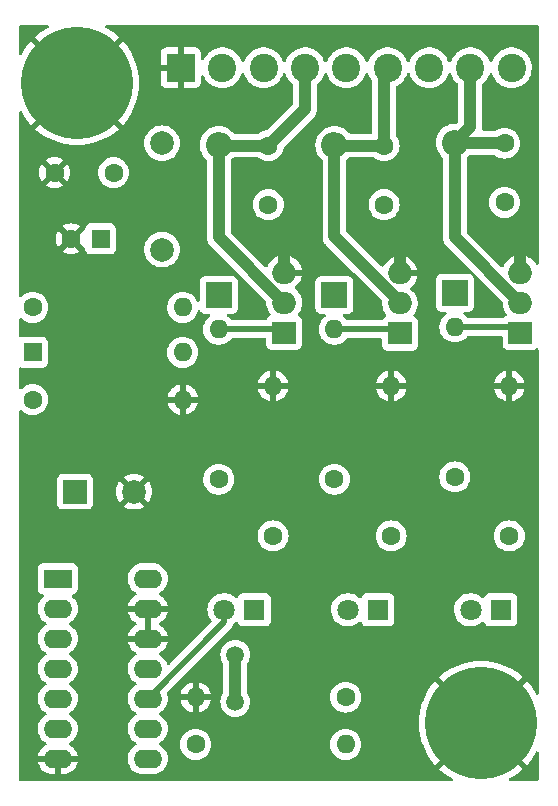
<source format=gbr>
%TF.GenerationSoftware,KiCad,Pcbnew,(6.0.5)*%
%TF.CreationDate,2024-08-08T10:41:33-06:00*%
%TF.ProjectId,oil-lamp-safety,6f696c2d-6c61-46d7-902d-736166657479,v0.1*%
%TF.SameCoordinates,Original*%
%TF.FileFunction,Copper,L2,Bot*%
%TF.FilePolarity,Positive*%
%FSLAX46Y46*%
G04 Gerber Fmt 4.6, Leading zero omitted, Abs format (unit mm)*
G04 Created by KiCad (PCBNEW (6.0.5)) date 2024-08-08 10:41:33*
%MOMM*%
%LPD*%
G01*
G04 APERTURE LIST*
%TA.AperFunction,ComponentPad*%
%ADD10C,9.500000*%
%TD*%
%TA.AperFunction,ComponentPad*%
%ADD11R,1.800000X1.800000*%
%TD*%
%TA.AperFunction,ComponentPad*%
%ADD12C,1.800000*%
%TD*%
%TA.AperFunction,ComponentPad*%
%ADD13R,2.400000X1.600000*%
%TD*%
%TA.AperFunction,ComponentPad*%
%ADD14O,2.400000X1.600000*%
%TD*%
%TA.AperFunction,ComponentPad*%
%ADD15O,1.600000X1.600000*%
%TD*%
%TA.AperFunction,ComponentPad*%
%ADD16C,1.600000*%
%TD*%
%TA.AperFunction,ComponentPad*%
%ADD17R,2.000000X1.905000*%
%TD*%
%TA.AperFunction,ComponentPad*%
%ADD18O,2.000000X1.905000*%
%TD*%
%TA.AperFunction,ComponentPad*%
%ADD19R,2.400000X2.400000*%
%TD*%
%TA.AperFunction,ComponentPad*%
%ADD20C,2.400000*%
%TD*%
%TA.AperFunction,ComponentPad*%
%ADD21C,2.000000*%
%TD*%
%TA.AperFunction,ComponentPad*%
%ADD22R,2.200000X2.200000*%
%TD*%
%TA.AperFunction,ComponentPad*%
%ADD23O,2.200000X2.200000*%
%TD*%
%TA.AperFunction,ComponentPad*%
%ADD24R,1.600000X1.600000*%
%TD*%
%TA.AperFunction,ComponentPad*%
%ADD25R,2.000000X2.000000*%
%TD*%
%TA.AperFunction,ViaPad*%
%ADD26C,1.500000*%
%TD*%
%TA.AperFunction,Conductor*%
%ADD27C,1.000000*%
%TD*%
%TA.AperFunction,Conductor*%
%ADD28C,0.500000*%
%TD*%
G04 APERTURE END LIST*
D10*
%TO.P,REF\u002A\u002A,1*%
%TO.N,12V_GND*%
X119600000Y-119600000D03*
%TD*%
%TO.P,REF\u002A\u002A,1*%
%TO.N,12V_GND*%
X85400000Y-65400000D03*
%TD*%
D11*
%TO.P,D4,1,K*%
%TO.N,Net-(D4-Pad1)*%
X100400000Y-110000000D03*
D12*
%TO.P,D4,2,A*%
%TO.N,OIL_LOW*%
X97860000Y-110000000D03*
%TD*%
D11*
%TO.P,D3,1,K*%
%TO.N,Net-(D3-Pad1)*%
X110875000Y-110000000D03*
D12*
%TO.P,D3,2,A*%
%TO.N,LOCKOUT*%
X108335000Y-110000000D03*
%TD*%
D11*
%TO.P,D2,1,K*%
%TO.N,Net-(D2-Pad1)*%
X121275000Y-110000000D03*
D12*
%TO.P,D2,2,A*%
%TO.N,RUN*%
X118735000Y-110000000D03*
%TD*%
D13*
%TO.P,U1,1*%
%TO.N,Net-(C2-Pad1)*%
X83775000Y-107375000D03*
D14*
%TO.P,U1,2*%
%TO.N,RUN*%
X83775000Y-109915000D03*
%TO.P,U1,3*%
%TO.N,LOCKOUT*%
X83775000Y-112455000D03*
%TO.P,U1,4*%
%TO.N,RUN*%
X83775000Y-114995000D03*
%TO.P,U1,5*%
%TO.N,LOCKOUT*%
X83775000Y-117535000D03*
%TO.P,U1,6*%
X83775000Y-120075000D03*
%TO.P,U1,7,GND*%
%TO.N,12V_GND*%
X83775000Y-122615000D03*
%TO.P,U1,8*%
%TO.N,Net-(C2-Pad1)*%
X91395000Y-122615000D03*
%TO.P,U1,9*%
X91395000Y-120075000D03*
%TO.P,U1,10*%
%TO.N,OIL_LOW*%
X91395000Y-117535000D03*
%TO.P,U1,11*%
%TO.N,unconnected-(U1-Pad11)*%
X91395000Y-114995000D03*
%TO.P,U1,12*%
%TO.N,12V_GND*%
X91395000Y-112455000D03*
%TO.P,U1,13*%
X91395000Y-109915000D03*
%TO.P,U1,14,VCC*%
%TO.N,OIL_BUZZER_OUT_12V*%
X91395000Y-107375000D03*
%TD*%
D15*
%TO.P,R10,2*%
%TO.N,Net-(Q3-Pad1)*%
X117400000Y-86050000D03*
D16*
%TO.P,R10,1*%
%TO.N,RUN*%
X117400000Y-98750000D03*
%TD*%
D15*
%TO.P,R9,2*%
%TO.N,Net-(Q2-Pad1)*%
X107200000Y-86250000D03*
D16*
%TO.P,R9,1*%
%TO.N,LOCKOUT*%
X107200000Y-98950000D03*
%TD*%
D15*
%TO.P,R8,2*%
%TO.N,Net-(Q1-Pad1)*%
X97400000Y-86250000D03*
D16*
%TO.P,R8,1*%
%TO.N,OIL_LOW*%
X97400000Y-98950000D03*
%TD*%
D15*
%TO.P,R7,2*%
%TO.N,12V_GND*%
X102000000Y-91050000D03*
D16*
%TO.P,R7,1*%
%TO.N,Net-(D4-Pad1)*%
X102000000Y-103750000D03*
%TD*%
%TO.P,R6,1*%
%TO.N,Net-(D3-Pad1)*%
X112000000Y-103750000D03*
D15*
%TO.P,R6,2*%
%TO.N,12V_GND*%
X112000000Y-91050000D03*
%TD*%
%TO.P,R5,2*%
%TO.N,12V_GND*%
X94350000Y-92200000D03*
D16*
%TO.P,R5,1*%
%TO.N,Net-(C2-Pad1)*%
X81650000Y-92200000D03*
%TD*%
%TO.P,R4,1*%
%TO.N,Net-(D2-Pad1)*%
X122000000Y-103750000D03*
D15*
%TO.P,R4,2*%
%TO.N,12V_GND*%
X122000000Y-91050000D03*
%TD*%
D16*
%TO.P,R3,1*%
%TO.N,OIL_BUZZER_OUT_12V*%
X95450000Y-121400000D03*
D15*
%TO.P,R3,2*%
%TO.N,RUN*%
X108150000Y-121400000D03*
%TD*%
D16*
%TO.P,R2,1*%
%TO.N,LOCKOUT*%
X108150000Y-117400000D03*
D15*
%TO.P,R2,2*%
%TO.N,12V_GND*%
X95450000Y-117400000D03*
%TD*%
D16*
%TO.P,R1,1*%
%TO.N,OIL_BUZZER_OUT_12V*%
X81650000Y-84400000D03*
D15*
%TO.P,R1,2*%
%TO.N,OIL_LOW_SIGNAL*%
X94350000Y-84400000D03*
%TD*%
D17*
%TO.P,Q3,1,G*%
%TO.N,Net-(Q3-Pad1)*%
X122945000Y-86540000D03*
D18*
%TO.P,Q3,2,D*%
%TO.N,RUN_RELAY_OUT_SIG*%
X122945000Y-84000000D03*
%TO.P,Q3,3,S*%
%TO.N,12V_GND*%
X122945000Y-81460000D03*
%TD*%
%TO.P,Q2,3,S*%
%TO.N,12V_GND*%
X112745000Y-81520000D03*
%TO.P,Q2,2,D*%
%TO.N,LOCKOUT_LAMP_OUT_SIG*%
X112745000Y-84060000D03*
D17*
%TO.P,Q2,1,G*%
%TO.N,Net-(Q2-Pad1)*%
X112745000Y-86600000D03*
%TD*%
D18*
%TO.P,Q1,3,S*%
%TO.N,12V_GND*%
X102945000Y-81460000D03*
%TO.P,Q1,2,D*%
%TO.N,OIL_BUZZER_OUT_SIG*%
X102945000Y-84000000D03*
D17*
%TO.P,Q1,1,G*%
%TO.N,Net-(Q1-Pad1)*%
X102945000Y-86540000D03*
%TD*%
D19*
%TO.P,J1,1,Pin_1*%
%TO.N,12V_GND*%
X94200000Y-64100000D03*
D20*
%TO.P,J1,2,Pin_2*%
%TO.N,12V_BATT*%
X97700000Y-64100000D03*
%TO.P,J1,3,Pin_3*%
%TO.N,OIL_LOW_SIGNAL*%
X101200000Y-64100000D03*
%TO.P,J1,4,Pin_4*%
%TO.N,OIL_BUZZER_OUT_SIG*%
X104700000Y-64100000D03*
%TO.P,J1,5,Pin_5*%
%TO.N,OIL_BUZZER_OUT_12V*%
X108200000Y-64100000D03*
%TO.P,J1,6,Pin_6*%
%TO.N,LOCKOUT_LAMP_OUT_SIG*%
X111700000Y-64100000D03*
%TO.P,J1,7,Pin_7*%
%TO.N,OIL_BUZZER_OUT_12V*%
X115200000Y-64100000D03*
%TO.P,J1,8,Pin_8*%
%TO.N,RUN_RELAY_OUT_SIG*%
X118700000Y-64100000D03*
%TO.P,J1,9,Pin_9*%
%TO.N,OIL_BUZZER_OUT_12V*%
X122200000Y-64100000D03*
%TD*%
D21*
%TO.P,FB1,1*%
%TO.N,12V_BATT*%
X92600000Y-70500000D03*
%TO.P,FB1,2*%
%TO.N,OIL_BUZZER_OUT_12V*%
X92600000Y-79500000D03*
%TD*%
D22*
%TO.P,D7,1,K*%
%TO.N,OIL_BUZZER_OUT_12V*%
X117400000Y-83150000D03*
D23*
%TO.P,D7,2,A*%
%TO.N,RUN_RELAY_OUT_SIG*%
X117400000Y-70450000D03*
%TD*%
%TO.P,D6,2,A*%
%TO.N,LOCKOUT_LAMP_OUT_SIG*%
X107200000Y-70650000D03*
D22*
%TO.P,D6,1,K*%
%TO.N,OIL_BUZZER_OUT_12V*%
X107200000Y-83350000D03*
%TD*%
D23*
%TO.P,D5,2,A*%
%TO.N,OIL_BUZZER_OUT_SIG*%
X97400000Y-70650000D03*
D22*
%TO.P,D5,1,K*%
%TO.N,OIL_BUZZER_OUT_12V*%
X97400000Y-83350000D03*
%TD*%
D15*
%TO.P,D1,2,A*%
%TO.N,OIL_LOW_SIGNAL*%
X94350000Y-88200000D03*
D24*
%TO.P,D1,1,K*%
%TO.N,Net-(C2-Pad1)*%
X81650000Y-88200000D03*
%TD*%
D16*
%TO.P,C6,1*%
%TO.N,OIL_BUZZER_OUT_12V*%
X121600000Y-75500000D03*
%TO.P,C6,2*%
%TO.N,RUN_RELAY_OUT_SIG*%
X121600000Y-70500000D03*
%TD*%
%TO.P,C5,2*%
%TO.N,LOCKOUT_LAMP_OUT_SIG*%
X111400000Y-70700000D03*
%TO.P,C5,1*%
%TO.N,OIL_BUZZER_OUT_12V*%
X111400000Y-75700000D03*
%TD*%
%TO.P,C4,2*%
%TO.N,OIL_BUZZER_OUT_SIG*%
X101600000Y-70700000D03*
%TO.P,C4,1*%
%TO.N,OIL_BUZZER_OUT_12V*%
X101600000Y-75700000D03*
%TD*%
%TO.P,C3,2*%
%TO.N,12V_GND*%
X83500000Y-73000000D03*
%TO.P,C3,1*%
%TO.N,OIL_BUZZER_OUT_12V*%
X88500000Y-73000000D03*
%TD*%
D21*
%TO.P,C2,2*%
%TO.N,12V_GND*%
X90232323Y-100000000D03*
D25*
%TO.P,C2,1*%
%TO.N,Net-(C2-Pad1)*%
X85232323Y-100000000D03*
%TD*%
D16*
%TO.P,C1,2*%
%TO.N,12V_GND*%
X84900000Y-78600000D03*
D24*
%TO.P,C1,1*%
%TO.N,OIL_BUZZER_OUT_12V*%
X87400000Y-78600000D03*
%TD*%
D26*
%TO.N,OIL_BUZZER_OUT_12V*%
X98800000Y-113800000D03*
X98800000Y-117800000D03*
%TD*%
D27*
%TO.N,12V_GND*%
X122945000Y-81460000D02*
X122945000Y-79455000D01*
X112745000Y-81520000D02*
X112745000Y-79655000D01*
X102945000Y-81460000D02*
X102945000Y-79455000D01*
D28*
%TO.N,Net-(Q3-Pad1)*%
X117400000Y-86050000D02*
X122455000Y-86050000D01*
X122455000Y-86050000D02*
X122945000Y-86540000D01*
%TO.N,Net-(Q2-Pad1)*%
X112395000Y-86250000D02*
X112745000Y-86600000D01*
X107200000Y-86250000D02*
X112395000Y-86250000D01*
%TO.N,Net-(Q1-Pad1)*%
X102655000Y-86250000D02*
X102945000Y-86540000D01*
X97400000Y-86250000D02*
X102655000Y-86250000D01*
D27*
%TO.N,RUN_RELAY_OUT_SIG*%
X118700000Y-69150000D02*
X117400000Y-70450000D01*
X118700000Y-64100000D02*
X118700000Y-69150000D01*
%TO.N,LOCKOUT_LAMP_OUT_SIG*%
X111400000Y-64400000D02*
X111700000Y-64100000D01*
X111400000Y-70700000D02*
X111400000Y-64400000D01*
%TO.N,OIL_BUZZER_OUT_SIG*%
X104700000Y-67600000D02*
X101600000Y-70700000D01*
X104700000Y-64100000D02*
X104700000Y-67600000D01*
%TO.N,OIL_BUZZER_OUT_12V*%
X98800000Y-117800000D02*
X98800000Y-113800000D01*
D28*
%TO.N,OIL_LOW*%
X91395000Y-117535000D02*
X97860000Y-111070000D01*
X97860000Y-111070000D02*
X97860000Y-110000000D01*
D27*
%TO.N,OIL_BUZZER_OUT_SIG*%
X97400000Y-78455000D02*
X102945000Y-84000000D01*
X97400000Y-70650000D02*
X97400000Y-78455000D01*
X97450000Y-70700000D02*
X97400000Y-70650000D01*
X101600000Y-70700000D02*
X97450000Y-70700000D01*
%TO.N,LOCKOUT_LAMP_OUT_SIG*%
X107200000Y-78358809D02*
X107200000Y-70650000D01*
X112745000Y-83903809D02*
X107200000Y-78358809D01*
X112745000Y-84060000D02*
X112745000Y-83903809D01*
X107250000Y-70700000D02*
X107200000Y-70650000D01*
X111400000Y-70700000D02*
X107250000Y-70700000D01*
%TO.N,RUN_RELAY_OUT_SIG*%
X117400000Y-78455000D02*
X117400000Y-70450000D01*
X122945000Y-84000000D02*
X117400000Y-78455000D01*
X121550000Y-70450000D02*
X121600000Y-70500000D01*
X117400000Y-70450000D02*
X121550000Y-70450000D01*
%TD*%
%TA.AperFunction,Conductor*%
%TO.N,12V_GND*%
G36*
X82962538Y-60528502D02*
G01*
X83009031Y-60582158D01*
X83019135Y-60652432D01*
X82989641Y-60717012D01*
X82952598Y-60746263D01*
X82770934Y-60840832D01*
X82766176Y-60843579D01*
X82383576Y-61087321D01*
X82379082Y-61090467D01*
X82019195Y-61366619D01*
X82014967Y-61370166D01*
X81879294Y-61494488D01*
X81871080Y-61508084D01*
X81871090Y-61508454D01*
X81876501Y-61517291D01*
X85387188Y-65027978D01*
X85401132Y-65035592D01*
X85402965Y-65035461D01*
X85409580Y-65031210D01*
X88921251Y-61519539D01*
X88928865Y-61505595D01*
X88928839Y-61505225D01*
X88923050Y-61496636D01*
X88785033Y-61370166D01*
X88780805Y-61366619D01*
X88420918Y-61090467D01*
X88416424Y-61087321D01*
X88033829Y-60843582D01*
X88029057Y-60840827D01*
X87847402Y-60746263D01*
X87796214Y-60697067D01*
X87779749Y-60628005D01*
X87803236Y-60561006D01*
X87859217Y-60517341D01*
X87905582Y-60508500D01*
X124365500Y-60508500D01*
X124433621Y-60528502D01*
X124480114Y-60582158D01*
X124491500Y-60634500D01*
X124491500Y-80661491D01*
X124471498Y-80729612D01*
X124417842Y-80776105D01*
X124347568Y-80786209D01*
X124282988Y-80756715D01*
X124253737Y-80719671D01*
X124234989Y-80683656D01*
X124229495Y-80674931D01*
X124091507Y-80491148D01*
X124084664Y-80483441D01*
X123918509Y-80324661D01*
X123910499Y-80318174D01*
X123720653Y-80188670D01*
X123711679Y-80183571D01*
X123503231Y-80086813D01*
X123493544Y-80083250D01*
X123272092Y-80021835D01*
X123261970Y-80019904D01*
X123217013Y-80015099D01*
X123202392Y-80017747D01*
X123199000Y-80030124D01*
X123199000Y-81588000D01*
X123178998Y-81656121D01*
X123125342Y-81702614D01*
X123073000Y-81714000D01*
X122817000Y-81714000D01*
X122748879Y-81693998D01*
X122702386Y-81640342D01*
X122691000Y-81588000D01*
X122691000Y-80029588D01*
X122686675Y-80014859D01*
X122674889Y-80012798D01*
X122663296Y-80013751D01*
X122653134Y-80015433D01*
X122430229Y-80071422D01*
X122420481Y-80074741D01*
X122209711Y-80166385D01*
X122200636Y-80171251D01*
X122007673Y-80296085D01*
X121999502Y-80302378D01*
X121829520Y-80457050D01*
X121822494Y-80464583D01*
X121680055Y-80644944D01*
X121674350Y-80653531D01*
X121563286Y-80854722D01*
X121559054Y-80864138D01*
X121541068Y-80914929D01*
X121499474Y-80972466D01*
X121433377Y-80998382D01*
X121363761Y-80984448D01*
X121333200Y-80961965D01*
X118445405Y-78074171D01*
X118411379Y-78011859D01*
X118408500Y-77985076D01*
X118408500Y-75500000D01*
X120286502Y-75500000D01*
X120306457Y-75728087D01*
X120365716Y-75949243D01*
X120368039Y-75954224D01*
X120368039Y-75954225D01*
X120460151Y-76151762D01*
X120460154Y-76151767D01*
X120462477Y-76156749D01*
X120593802Y-76344300D01*
X120755700Y-76506198D01*
X120760208Y-76509355D01*
X120760211Y-76509357D01*
X120838389Y-76564098D01*
X120943251Y-76637523D01*
X120948233Y-76639846D01*
X120948238Y-76639849D01*
X121145775Y-76731961D01*
X121150757Y-76734284D01*
X121156065Y-76735706D01*
X121156067Y-76735707D01*
X121366598Y-76792119D01*
X121366600Y-76792119D01*
X121371913Y-76793543D01*
X121600000Y-76813498D01*
X121828087Y-76793543D01*
X121833400Y-76792119D01*
X121833402Y-76792119D01*
X122043933Y-76735707D01*
X122043935Y-76735706D01*
X122049243Y-76734284D01*
X122054225Y-76731961D01*
X122251762Y-76639849D01*
X122251767Y-76639846D01*
X122256749Y-76637523D01*
X122361611Y-76564098D01*
X122439789Y-76509357D01*
X122439792Y-76509355D01*
X122444300Y-76506198D01*
X122606198Y-76344300D01*
X122737523Y-76156749D01*
X122739846Y-76151767D01*
X122739849Y-76151762D01*
X122831961Y-75954225D01*
X122831961Y-75954224D01*
X122834284Y-75949243D01*
X122893543Y-75728087D01*
X122913498Y-75500000D01*
X122893543Y-75271913D01*
X122834284Y-75050757D01*
X122745432Y-74860211D01*
X122739849Y-74848238D01*
X122739846Y-74848233D01*
X122737523Y-74843251D01*
X122635606Y-74697699D01*
X122609357Y-74660211D01*
X122609355Y-74660208D01*
X122606198Y-74655700D01*
X122444300Y-74493802D01*
X122439792Y-74490645D01*
X122439789Y-74490643D01*
X122321592Y-74407881D01*
X122256749Y-74362477D01*
X122251767Y-74360154D01*
X122251762Y-74360151D01*
X122054225Y-74268039D01*
X122054224Y-74268039D01*
X122049243Y-74265716D01*
X122043935Y-74264294D01*
X122043933Y-74264293D01*
X121833402Y-74207881D01*
X121833400Y-74207881D01*
X121828087Y-74206457D01*
X121600000Y-74186502D01*
X121371913Y-74206457D01*
X121366600Y-74207881D01*
X121366598Y-74207881D01*
X121156067Y-74264293D01*
X121156065Y-74264294D01*
X121150757Y-74265716D01*
X121145776Y-74268039D01*
X121145775Y-74268039D01*
X120948238Y-74360151D01*
X120948233Y-74360154D01*
X120943251Y-74362477D01*
X120878408Y-74407881D01*
X120760211Y-74490643D01*
X120760208Y-74490645D01*
X120755700Y-74493802D01*
X120593802Y-74655700D01*
X120590645Y-74660208D01*
X120590643Y-74660211D01*
X120564394Y-74697699D01*
X120462477Y-74843251D01*
X120460154Y-74848233D01*
X120460151Y-74848238D01*
X120454568Y-74860211D01*
X120365716Y-75050757D01*
X120306457Y-75271913D01*
X120286502Y-75500000D01*
X118408500Y-75500000D01*
X118408500Y-71762064D01*
X118428502Y-71693943D01*
X118452669Y-71666253D01*
X118537142Y-71594106D01*
X118540898Y-71590898D01*
X118616253Y-71502669D01*
X118675704Y-71463860D01*
X118712064Y-71458500D01*
X120655812Y-71458500D01*
X120723933Y-71478502D01*
X120744907Y-71495405D01*
X120755700Y-71506198D01*
X120760208Y-71509355D01*
X120760211Y-71509357D01*
X120838389Y-71564098D01*
X120943251Y-71637523D01*
X120948233Y-71639846D01*
X120948238Y-71639849D01*
X121106957Y-71713860D01*
X121150757Y-71734284D01*
X121156065Y-71735706D01*
X121156067Y-71735707D01*
X121366598Y-71792119D01*
X121366600Y-71792119D01*
X121371913Y-71793543D01*
X121600000Y-71813498D01*
X121828087Y-71793543D01*
X121833400Y-71792119D01*
X121833402Y-71792119D01*
X122043933Y-71735707D01*
X122043935Y-71735706D01*
X122049243Y-71734284D01*
X122093043Y-71713860D01*
X122251762Y-71639849D01*
X122251767Y-71639846D01*
X122256749Y-71637523D01*
X122361611Y-71564098D01*
X122439789Y-71509357D01*
X122439792Y-71509355D01*
X122444300Y-71506198D01*
X122606198Y-71344300D01*
X122737523Y-71156749D01*
X122739846Y-71151767D01*
X122739849Y-71151762D01*
X122831961Y-70954225D01*
X122831961Y-70954224D01*
X122834284Y-70949243D01*
X122893543Y-70728087D01*
X122913498Y-70500000D01*
X122893543Y-70271913D01*
X122861254Y-70151409D01*
X122835707Y-70056067D01*
X122835706Y-70056065D01*
X122834284Y-70050757D01*
X122825727Y-70032406D01*
X122739849Y-69848238D01*
X122739846Y-69848233D01*
X122737523Y-69843251D01*
X122646095Y-69712679D01*
X122609357Y-69660211D01*
X122609355Y-69660208D01*
X122606198Y-69655700D01*
X122444300Y-69493802D01*
X122439792Y-69490645D01*
X122439789Y-69490643D01*
X122321592Y-69407881D01*
X122256749Y-69362477D01*
X122251767Y-69360154D01*
X122251762Y-69360151D01*
X122054225Y-69268039D01*
X122054224Y-69268039D01*
X122049243Y-69265716D01*
X122043935Y-69264294D01*
X122043933Y-69264293D01*
X121833402Y-69207881D01*
X121833400Y-69207881D01*
X121828087Y-69206457D01*
X121600000Y-69186502D01*
X121371913Y-69206457D01*
X121366600Y-69207881D01*
X121366598Y-69207881D01*
X121156067Y-69264293D01*
X121156065Y-69264294D01*
X121150757Y-69265716D01*
X121145776Y-69268039D01*
X121145775Y-69268039D01*
X120948238Y-69360151D01*
X120948233Y-69360154D01*
X120943251Y-69362477D01*
X120880441Y-69406457D01*
X120862938Y-69418713D01*
X120790667Y-69441500D01*
X119823571Y-69441500D01*
X119755450Y-69421498D01*
X119708957Y-69367842D01*
X119698216Y-69302767D01*
X119699066Y-69294405D01*
X119702795Y-69257689D01*
X119702915Y-69256569D01*
X119708500Y-69206773D01*
X119708500Y-69203244D01*
X119708555Y-69202261D01*
X119709004Y-69196556D01*
X119710026Y-69186502D01*
X119713374Y-69153537D01*
X119709059Y-69107888D01*
X119708500Y-69096031D01*
X119708500Y-65543272D01*
X119728502Y-65475151D01*
X119753086Y-65447107D01*
X119900862Y-65322006D01*
X120068295Y-65131084D01*
X120129718Y-65035592D01*
X120203141Y-64921442D01*
X120205669Y-64917512D01*
X120309967Y-64685980D01*
X120328528Y-64620167D01*
X120366269Y-64560033D01*
X120430530Y-64529850D01*
X120500909Y-64539200D01*
X120555059Y-64585116D01*
X120568385Y-64611789D01*
X120634831Y-64796858D01*
X120637048Y-64800984D01*
X120713925Y-64944059D01*
X120755025Y-65020551D01*
X120757820Y-65024294D01*
X120757822Y-65024297D01*
X120904171Y-65220282D01*
X120904176Y-65220288D01*
X120906963Y-65224020D01*
X120910272Y-65227300D01*
X120910277Y-65227306D01*
X121083990Y-65399509D01*
X121087307Y-65402797D01*
X121091069Y-65405555D01*
X121091072Y-65405558D01*
X121185985Y-65475151D01*
X121292094Y-65552953D01*
X121296229Y-65555129D01*
X121296233Y-65555131D01*
X121414289Y-65617243D01*
X121516827Y-65671191D01*
X121651160Y-65718102D01*
X121752021Y-65753324D01*
X121756568Y-65754912D01*
X122006050Y-65802278D01*
X122126532Y-65807011D01*
X122255125Y-65812064D01*
X122255130Y-65812064D01*
X122259793Y-65812247D01*
X122358774Y-65801407D01*
X122507569Y-65785112D01*
X122507575Y-65785111D01*
X122512222Y-65784602D01*
X122621680Y-65755784D01*
X122753273Y-65721138D01*
X122757793Y-65719948D01*
X122907280Y-65655724D01*
X122986807Y-65621557D01*
X122986810Y-65621555D01*
X122991110Y-65619708D01*
X122995090Y-65617245D01*
X122995094Y-65617243D01*
X123203064Y-65488547D01*
X123203066Y-65488545D01*
X123207047Y-65486082D01*
X123210624Y-65483054D01*
X123397289Y-65325031D01*
X123397291Y-65325029D01*
X123400862Y-65322006D01*
X123568295Y-65131084D01*
X123629718Y-65035592D01*
X123703141Y-64921442D01*
X123705669Y-64917512D01*
X123809967Y-64685980D01*
X123878896Y-64441575D01*
X123910943Y-64189667D01*
X123913291Y-64100000D01*
X123894472Y-63846759D01*
X123892974Y-63840135D01*
X123839459Y-63603639D01*
X123838428Y-63599082D01*
X123832460Y-63583735D01*
X123748084Y-63366762D01*
X123748083Y-63366760D01*
X123746391Y-63362409D01*
X123725866Y-63326498D01*
X123622702Y-63145997D01*
X123622700Y-63145995D01*
X123620383Y-63141940D01*
X123463171Y-62942517D01*
X123292957Y-62782396D01*
X123281610Y-62771722D01*
X123281608Y-62771720D01*
X123278209Y-62768523D01*
X123124579Y-62661946D01*
X123073393Y-62626437D01*
X123073390Y-62626435D01*
X123069561Y-62623779D01*
X123065384Y-62621719D01*
X123065377Y-62621715D01*
X122845996Y-62513528D01*
X122845992Y-62513527D01*
X122841810Y-62511464D01*
X122599960Y-62434047D01*
X122595355Y-62433297D01*
X122353935Y-62393980D01*
X122353934Y-62393980D01*
X122349323Y-62393229D01*
X122222364Y-62391567D01*
X122100083Y-62389966D01*
X122100080Y-62389966D01*
X122095406Y-62389905D01*
X121843787Y-62424149D01*
X121599993Y-62495208D01*
X121369380Y-62601522D01*
X121365471Y-62604085D01*
X121160928Y-62738189D01*
X121160923Y-62738193D01*
X121157015Y-62740755D01*
X121110360Y-62782396D01*
X121028647Y-62855328D01*
X120967562Y-62909848D01*
X120805183Y-63105087D01*
X120673447Y-63322182D01*
X120671638Y-63326496D01*
X120671637Y-63326498D01*
X120617819Y-63454841D01*
X120575246Y-63556365D01*
X120574095Y-63560897D01*
X120572016Y-63569084D01*
X120535861Y-63630185D01*
X120472412Y-63662039D01*
X120401813Y-63654534D01*
X120346479Y-63610051D01*
X120332460Y-63583735D01*
X120248084Y-63366762D01*
X120248083Y-63366760D01*
X120246391Y-63362409D01*
X120225866Y-63326498D01*
X120122702Y-63145997D01*
X120122700Y-63145995D01*
X120120383Y-63141940D01*
X119963171Y-62942517D01*
X119792957Y-62782396D01*
X119781610Y-62771722D01*
X119781608Y-62771720D01*
X119778209Y-62768523D01*
X119624579Y-62661946D01*
X119573393Y-62626437D01*
X119573390Y-62626435D01*
X119569561Y-62623779D01*
X119565384Y-62621719D01*
X119565377Y-62621715D01*
X119345996Y-62513528D01*
X119345992Y-62513527D01*
X119341810Y-62511464D01*
X119099960Y-62434047D01*
X119095355Y-62433297D01*
X118853935Y-62393980D01*
X118853934Y-62393980D01*
X118849323Y-62393229D01*
X118722364Y-62391567D01*
X118600083Y-62389966D01*
X118600080Y-62389966D01*
X118595406Y-62389905D01*
X118343787Y-62424149D01*
X118099993Y-62495208D01*
X117869380Y-62601522D01*
X117865471Y-62604085D01*
X117660928Y-62738189D01*
X117660923Y-62738193D01*
X117657015Y-62740755D01*
X117610360Y-62782396D01*
X117528647Y-62855328D01*
X117467562Y-62909848D01*
X117305183Y-63105087D01*
X117173447Y-63322182D01*
X117171638Y-63326496D01*
X117171637Y-63326498D01*
X117117819Y-63454841D01*
X117075246Y-63556365D01*
X117074095Y-63560897D01*
X117072016Y-63569084D01*
X117035861Y-63630185D01*
X116972412Y-63662039D01*
X116901813Y-63654534D01*
X116846479Y-63610051D01*
X116832460Y-63583735D01*
X116748084Y-63366762D01*
X116748083Y-63366760D01*
X116746391Y-63362409D01*
X116725866Y-63326498D01*
X116622702Y-63145997D01*
X116622700Y-63145995D01*
X116620383Y-63141940D01*
X116463171Y-62942517D01*
X116292957Y-62782396D01*
X116281610Y-62771722D01*
X116281608Y-62771720D01*
X116278209Y-62768523D01*
X116124579Y-62661946D01*
X116073393Y-62626437D01*
X116073390Y-62626435D01*
X116069561Y-62623779D01*
X116065384Y-62621719D01*
X116065377Y-62621715D01*
X115845996Y-62513528D01*
X115845992Y-62513527D01*
X115841810Y-62511464D01*
X115599960Y-62434047D01*
X115595355Y-62433297D01*
X115353935Y-62393980D01*
X115353934Y-62393980D01*
X115349323Y-62393229D01*
X115222364Y-62391567D01*
X115100083Y-62389966D01*
X115100080Y-62389966D01*
X115095406Y-62389905D01*
X114843787Y-62424149D01*
X114599993Y-62495208D01*
X114369380Y-62601522D01*
X114365471Y-62604085D01*
X114160928Y-62738189D01*
X114160923Y-62738193D01*
X114157015Y-62740755D01*
X114110360Y-62782396D01*
X114028647Y-62855328D01*
X113967562Y-62909848D01*
X113805183Y-63105087D01*
X113673447Y-63322182D01*
X113671638Y-63326496D01*
X113671637Y-63326498D01*
X113617819Y-63454841D01*
X113575246Y-63556365D01*
X113574095Y-63560897D01*
X113572016Y-63569084D01*
X113535861Y-63630185D01*
X113472412Y-63662039D01*
X113401813Y-63654534D01*
X113346479Y-63610051D01*
X113332460Y-63583735D01*
X113248084Y-63366762D01*
X113248083Y-63366760D01*
X113246391Y-63362409D01*
X113225866Y-63326498D01*
X113122702Y-63145997D01*
X113122700Y-63145995D01*
X113120383Y-63141940D01*
X112963171Y-62942517D01*
X112792957Y-62782396D01*
X112781610Y-62771722D01*
X112781608Y-62771720D01*
X112778209Y-62768523D01*
X112624579Y-62661946D01*
X112573393Y-62626437D01*
X112573390Y-62626435D01*
X112569561Y-62623779D01*
X112565384Y-62621719D01*
X112565377Y-62621715D01*
X112345996Y-62513528D01*
X112345992Y-62513527D01*
X112341810Y-62511464D01*
X112099960Y-62434047D01*
X112095355Y-62433297D01*
X111853935Y-62393980D01*
X111853934Y-62393980D01*
X111849323Y-62393229D01*
X111722364Y-62391567D01*
X111600083Y-62389966D01*
X111600080Y-62389966D01*
X111595406Y-62389905D01*
X111343787Y-62424149D01*
X111099993Y-62495208D01*
X110869380Y-62601522D01*
X110865471Y-62604085D01*
X110660928Y-62738189D01*
X110660923Y-62738193D01*
X110657015Y-62740755D01*
X110610360Y-62782396D01*
X110528647Y-62855328D01*
X110467562Y-62909848D01*
X110305183Y-63105087D01*
X110173447Y-63322182D01*
X110171638Y-63326496D01*
X110171637Y-63326498D01*
X110117819Y-63454841D01*
X110075246Y-63556365D01*
X110074095Y-63560897D01*
X110072016Y-63569084D01*
X110035861Y-63630185D01*
X109972412Y-63662039D01*
X109901813Y-63654534D01*
X109846479Y-63610051D01*
X109832460Y-63583735D01*
X109748084Y-63366762D01*
X109748083Y-63366760D01*
X109746391Y-63362409D01*
X109725866Y-63326498D01*
X109622702Y-63145997D01*
X109622700Y-63145995D01*
X109620383Y-63141940D01*
X109463171Y-62942517D01*
X109292957Y-62782396D01*
X109281610Y-62771722D01*
X109281608Y-62771720D01*
X109278209Y-62768523D01*
X109124579Y-62661946D01*
X109073393Y-62626437D01*
X109073390Y-62626435D01*
X109069561Y-62623779D01*
X109065384Y-62621719D01*
X109065377Y-62621715D01*
X108845996Y-62513528D01*
X108845992Y-62513527D01*
X108841810Y-62511464D01*
X108599960Y-62434047D01*
X108595355Y-62433297D01*
X108353935Y-62393980D01*
X108353934Y-62393980D01*
X108349323Y-62393229D01*
X108222364Y-62391567D01*
X108100083Y-62389966D01*
X108100080Y-62389966D01*
X108095406Y-62389905D01*
X107843787Y-62424149D01*
X107599993Y-62495208D01*
X107369380Y-62601522D01*
X107365471Y-62604085D01*
X107160928Y-62738189D01*
X107160923Y-62738193D01*
X107157015Y-62740755D01*
X107110360Y-62782396D01*
X107028647Y-62855328D01*
X106967562Y-62909848D01*
X106805183Y-63105087D01*
X106673447Y-63322182D01*
X106671638Y-63326496D01*
X106671637Y-63326498D01*
X106617819Y-63454841D01*
X106575246Y-63556365D01*
X106574095Y-63560897D01*
X106572016Y-63569084D01*
X106535861Y-63630185D01*
X106472412Y-63662039D01*
X106401813Y-63654534D01*
X106346479Y-63610051D01*
X106332460Y-63583735D01*
X106248084Y-63366762D01*
X106248083Y-63366760D01*
X106246391Y-63362409D01*
X106225866Y-63326498D01*
X106122702Y-63145997D01*
X106122700Y-63145995D01*
X106120383Y-63141940D01*
X105963171Y-62942517D01*
X105792957Y-62782396D01*
X105781610Y-62771722D01*
X105781608Y-62771720D01*
X105778209Y-62768523D01*
X105624579Y-62661946D01*
X105573393Y-62626437D01*
X105573390Y-62626435D01*
X105569561Y-62623779D01*
X105565384Y-62621719D01*
X105565377Y-62621715D01*
X105345996Y-62513528D01*
X105345992Y-62513527D01*
X105341810Y-62511464D01*
X105099960Y-62434047D01*
X105095355Y-62433297D01*
X104853935Y-62393980D01*
X104853934Y-62393980D01*
X104849323Y-62393229D01*
X104722364Y-62391567D01*
X104600083Y-62389966D01*
X104600080Y-62389966D01*
X104595406Y-62389905D01*
X104343787Y-62424149D01*
X104099993Y-62495208D01*
X103869380Y-62601522D01*
X103865471Y-62604085D01*
X103660928Y-62738189D01*
X103660923Y-62738193D01*
X103657015Y-62740755D01*
X103610360Y-62782396D01*
X103528647Y-62855328D01*
X103467562Y-62909848D01*
X103305183Y-63105087D01*
X103173447Y-63322182D01*
X103171638Y-63326496D01*
X103171637Y-63326498D01*
X103117819Y-63454841D01*
X103075246Y-63556365D01*
X103074095Y-63560897D01*
X103072016Y-63569084D01*
X103035861Y-63630185D01*
X102972412Y-63662039D01*
X102901813Y-63654534D01*
X102846479Y-63610051D01*
X102832460Y-63583735D01*
X102748084Y-63366762D01*
X102748083Y-63366760D01*
X102746391Y-63362409D01*
X102725866Y-63326498D01*
X102622702Y-63145997D01*
X102622700Y-63145995D01*
X102620383Y-63141940D01*
X102463171Y-62942517D01*
X102292957Y-62782396D01*
X102281610Y-62771722D01*
X102281608Y-62771720D01*
X102278209Y-62768523D01*
X102124579Y-62661946D01*
X102073393Y-62626437D01*
X102073390Y-62626435D01*
X102069561Y-62623779D01*
X102065384Y-62621719D01*
X102065377Y-62621715D01*
X101845996Y-62513528D01*
X101845992Y-62513527D01*
X101841810Y-62511464D01*
X101599960Y-62434047D01*
X101595355Y-62433297D01*
X101353935Y-62393980D01*
X101353934Y-62393980D01*
X101349323Y-62393229D01*
X101222364Y-62391567D01*
X101100083Y-62389966D01*
X101100080Y-62389966D01*
X101095406Y-62389905D01*
X100843787Y-62424149D01*
X100599993Y-62495208D01*
X100369380Y-62601522D01*
X100365471Y-62604085D01*
X100160928Y-62738189D01*
X100160923Y-62738193D01*
X100157015Y-62740755D01*
X100110360Y-62782396D01*
X100028647Y-62855328D01*
X99967562Y-62909848D01*
X99805183Y-63105087D01*
X99673447Y-63322182D01*
X99671638Y-63326496D01*
X99671637Y-63326498D01*
X99617819Y-63454841D01*
X99575246Y-63556365D01*
X99574095Y-63560897D01*
X99572016Y-63569084D01*
X99535861Y-63630185D01*
X99472412Y-63662039D01*
X99401813Y-63654534D01*
X99346479Y-63610051D01*
X99332460Y-63583735D01*
X99248084Y-63366762D01*
X99248083Y-63366760D01*
X99246391Y-63362409D01*
X99225866Y-63326498D01*
X99122702Y-63145997D01*
X99122700Y-63145995D01*
X99120383Y-63141940D01*
X98963171Y-62942517D01*
X98792957Y-62782396D01*
X98781610Y-62771722D01*
X98781608Y-62771720D01*
X98778209Y-62768523D01*
X98624579Y-62661946D01*
X98573393Y-62626437D01*
X98573390Y-62626435D01*
X98569561Y-62623779D01*
X98565384Y-62621719D01*
X98565377Y-62621715D01*
X98345996Y-62513528D01*
X98345992Y-62513527D01*
X98341810Y-62511464D01*
X98099960Y-62434047D01*
X98095355Y-62433297D01*
X97853935Y-62393980D01*
X97853934Y-62393980D01*
X97849323Y-62393229D01*
X97722364Y-62391567D01*
X97600083Y-62389966D01*
X97600080Y-62389966D01*
X97595406Y-62389905D01*
X97343787Y-62424149D01*
X97099993Y-62495208D01*
X96869380Y-62601522D01*
X96865471Y-62604085D01*
X96660928Y-62738189D01*
X96660923Y-62738193D01*
X96657015Y-62740755D01*
X96610360Y-62782396D01*
X96528647Y-62855328D01*
X96467562Y-62909848D01*
X96305183Y-63105087D01*
X96173447Y-63322182D01*
X96171638Y-63326496D01*
X96171637Y-63326498D01*
X96150196Y-63377629D01*
X96105407Y-63432715D01*
X96037946Y-63454841D01*
X95969233Y-63436983D01*
X95921081Y-63384810D01*
X95907999Y-63328903D01*
X95907999Y-62855331D01*
X95907629Y-62848510D01*
X95902105Y-62797648D01*
X95898479Y-62782396D01*
X95853324Y-62661946D01*
X95844786Y-62646351D01*
X95768285Y-62544276D01*
X95755724Y-62531715D01*
X95653649Y-62455214D01*
X95638054Y-62446676D01*
X95517606Y-62401522D01*
X95502351Y-62397895D01*
X95451486Y-62392369D01*
X95444672Y-62392000D01*
X94472115Y-62392000D01*
X94456876Y-62396475D01*
X94455671Y-62397865D01*
X94454000Y-62405548D01*
X94454000Y-65789884D01*
X94458475Y-65805123D01*
X94459865Y-65806328D01*
X94467548Y-65807999D01*
X95444669Y-65807999D01*
X95451490Y-65807629D01*
X95502352Y-65802105D01*
X95517604Y-65798479D01*
X95638054Y-65753324D01*
X95653649Y-65744786D01*
X95755724Y-65668285D01*
X95768285Y-65655724D01*
X95844786Y-65553649D01*
X95853324Y-65538054D01*
X95898478Y-65417606D01*
X95902105Y-65402351D01*
X95907631Y-65351486D01*
X95908000Y-65344672D01*
X95908000Y-64875406D01*
X95928002Y-64807285D01*
X95981658Y-64760792D01*
X96051932Y-64750688D01*
X96116512Y-64780182D01*
X96144991Y-64815767D01*
X96255025Y-65020551D01*
X96257820Y-65024294D01*
X96257822Y-65024297D01*
X96404171Y-65220282D01*
X96404176Y-65220288D01*
X96406963Y-65224020D01*
X96410272Y-65227300D01*
X96410277Y-65227306D01*
X96583990Y-65399509D01*
X96587307Y-65402797D01*
X96591069Y-65405555D01*
X96591072Y-65405558D01*
X96685985Y-65475151D01*
X96792094Y-65552953D01*
X96796229Y-65555129D01*
X96796233Y-65555131D01*
X96914289Y-65617243D01*
X97016827Y-65671191D01*
X97151160Y-65718102D01*
X97252021Y-65753324D01*
X97256568Y-65754912D01*
X97506050Y-65802278D01*
X97626532Y-65807011D01*
X97755125Y-65812064D01*
X97755130Y-65812064D01*
X97759793Y-65812247D01*
X97858774Y-65801407D01*
X98007569Y-65785112D01*
X98007575Y-65785111D01*
X98012222Y-65784602D01*
X98121680Y-65755784D01*
X98253273Y-65721138D01*
X98257793Y-65719948D01*
X98407280Y-65655724D01*
X98486807Y-65621557D01*
X98486810Y-65621555D01*
X98491110Y-65619708D01*
X98495090Y-65617245D01*
X98495094Y-65617243D01*
X98703064Y-65488547D01*
X98703066Y-65488545D01*
X98707047Y-65486082D01*
X98710624Y-65483054D01*
X98897289Y-65325031D01*
X98897291Y-65325029D01*
X98900862Y-65322006D01*
X99068295Y-65131084D01*
X99129718Y-65035592D01*
X99203141Y-64921442D01*
X99205669Y-64917512D01*
X99309967Y-64685980D01*
X99328528Y-64620167D01*
X99366269Y-64560033D01*
X99430530Y-64529850D01*
X99500909Y-64539200D01*
X99555059Y-64585116D01*
X99568385Y-64611789D01*
X99634831Y-64796858D01*
X99637048Y-64800984D01*
X99713925Y-64944059D01*
X99755025Y-65020551D01*
X99757820Y-65024294D01*
X99757822Y-65024297D01*
X99904171Y-65220282D01*
X99904176Y-65220288D01*
X99906963Y-65224020D01*
X99910272Y-65227300D01*
X99910277Y-65227306D01*
X100083990Y-65399509D01*
X100087307Y-65402797D01*
X100091069Y-65405555D01*
X100091072Y-65405558D01*
X100185985Y-65475151D01*
X100292094Y-65552953D01*
X100296229Y-65555129D01*
X100296233Y-65555131D01*
X100414289Y-65617243D01*
X100516827Y-65671191D01*
X100651160Y-65718102D01*
X100752021Y-65753324D01*
X100756568Y-65754912D01*
X101006050Y-65802278D01*
X101126532Y-65807011D01*
X101255125Y-65812064D01*
X101255130Y-65812064D01*
X101259793Y-65812247D01*
X101358774Y-65801407D01*
X101507569Y-65785112D01*
X101507575Y-65785111D01*
X101512222Y-65784602D01*
X101621680Y-65755784D01*
X101753273Y-65721138D01*
X101757793Y-65719948D01*
X101907280Y-65655724D01*
X101986807Y-65621557D01*
X101986810Y-65621555D01*
X101991110Y-65619708D01*
X101995090Y-65617245D01*
X101995094Y-65617243D01*
X102203064Y-65488547D01*
X102203066Y-65488545D01*
X102207047Y-65486082D01*
X102210624Y-65483054D01*
X102397289Y-65325031D01*
X102397291Y-65325029D01*
X102400862Y-65322006D01*
X102568295Y-65131084D01*
X102629718Y-65035592D01*
X102703141Y-64921442D01*
X102705669Y-64917512D01*
X102809967Y-64685980D01*
X102828528Y-64620167D01*
X102866269Y-64560033D01*
X102930530Y-64529850D01*
X103000909Y-64539200D01*
X103055059Y-64585116D01*
X103068385Y-64611789D01*
X103134831Y-64796858D01*
X103137048Y-64800984D01*
X103213925Y-64944059D01*
X103255025Y-65020551D01*
X103257820Y-65024294D01*
X103257822Y-65024297D01*
X103404171Y-65220282D01*
X103404176Y-65220288D01*
X103406963Y-65224020D01*
X103410272Y-65227300D01*
X103410277Y-65227306D01*
X103583990Y-65399509D01*
X103587307Y-65402797D01*
X103591069Y-65405555D01*
X103591072Y-65405558D01*
X103640005Y-65441437D01*
X103683113Y-65497848D01*
X103691500Y-65543049D01*
X103691500Y-67130075D01*
X103671498Y-67198196D01*
X103654595Y-67219170D01*
X101508884Y-69364882D01*
X101446572Y-69398907D01*
X101430773Y-69401308D01*
X101371913Y-69406457D01*
X101271432Y-69433381D01*
X101156067Y-69464293D01*
X101156065Y-69464294D01*
X101150757Y-69465716D01*
X101145776Y-69468039D01*
X101145775Y-69468039D01*
X100948238Y-69560151D01*
X100948233Y-69560154D01*
X100943251Y-69562477D01*
X100822068Y-69647331D01*
X100791531Y-69668713D01*
X100719260Y-69691500D01*
X98754768Y-69691500D01*
X98686647Y-69671498D01*
X98658957Y-69647331D01*
X98544106Y-69512858D01*
X98540898Y-69509102D01*
X98348376Y-69344672D01*
X98132502Y-69212384D01*
X98127932Y-69210491D01*
X98127928Y-69210489D01*
X97903164Y-69117389D01*
X97903162Y-69117388D01*
X97898591Y-69115495D01*
X97813968Y-69095179D01*
X97657216Y-69057546D01*
X97657210Y-69057545D01*
X97652403Y-69056391D01*
X97400000Y-69036526D01*
X97147597Y-69056391D01*
X97142790Y-69057545D01*
X97142784Y-69057546D01*
X96986032Y-69095179D01*
X96901409Y-69115495D01*
X96896838Y-69117388D01*
X96896836Y-69117389D01*
X96672072Y-69210489D01*
X96672068Y-69210491D01*
X96667498Y-69212384D01*
X96451624Y-69344672D01*
X96259102Y-69509102D01*
X96094672Y-69701624D01*
X95962384Y-69917498D01*
X95960491Y-69922068D01*
X95960489Y-69922072D01*
X95907186Y-70050757D01*
X95865495Y-70151409D01*
X95864340Y-70156221D01*
X95818673Y-70346440D01*
X95806391Y-70397597D01*
X95786526Y-70650000D01*
X95806391Y-70902403D01*
X95807545Y-70907210D01*
X95807546Y-70907216D01*
X95845179Y-71063968D01*
X95865495Y-71148591D01*
X95867388Y-71153162D01*
X95867389Y-71153164D01*
X95951717Y-71356749D01*
X95962384Y-71382502D01*
X96094672Y-71598376D01*
X96259102Y-71790898D01*
X96262858Y-71794106D01*
X96347331Y-71866253D01*
X96386140Y-71925704D01*
X96391500Y-71962064D01*
X96391500Y-78393157D01*
X96390763Y-78406764D01*
X96387828Y-78433787D01*
X96386676Y-78444388D01*
X96387397Y-78452628D01*
X96391050Y-78494388D01*
X96391379Y-78499214D01*
X96391500Y-78501686D01*
X96391500Y-78504769D01*
X96391801Y-78507837D01*
X96395690Y-78547506D01*
X96395812Y-78548819D01*
X96396925Y-78561537D01*
X96403913Y-78641413D01*
X96405400Y-78646532D01*
X96405920Y-78651833D01*
X96432791Y-78740834D01*
X96433126Y-78741967D01*
X96453775Y-78813037D01*
X96459091Y-78831336D01*
X96461544Y-78836068D01*
X96463084Y-78841169D01*
X96465978Y-78846612D01*
X96506731Y-78923260D01*
X96507343Y-78924426D01*
X96550108Y-79006926D01*
X96553431Y-79011089D01*
X96555934Y-79015796D01*
X96614755Y-79087918D01*
X96615446Y-79088774D01*
X96646738Y-79127973D01*
X96649242Y-79130477D01*
X96649884Y-79131195D01*
X96653585Y-79135528D01*
X96680935Y-79169062D01*
X96685682Y-79172989D01*
X96685684Y-79172991D01*
X96716262Y-79198287D01*
X96725042Y-79206277D01*
X99078274Y-81559508D01*
X101399764Y-83880998D01*
X101433790Y-83943310D01*
X101436660Y-83971632D01*
X101435064Y-84102263D01*
X101471404Y-84339744D01*
X101492888Y-84405475D01*
X101544434Y-84563183D01*
X101544437Y-84563189D01*
X101546042Y-84568101D01*
X101548429Y-84572687D01*
X101548431Y-84572691D01*
X101654584Y-84776607D01*
X101656975Y-84781200D01*
X101773415Y-84936283D01*
X101798320Y-85002765D01*
X101783328Y-85072161D01*
X101733198Y-85122435D01*
X101716885Y-85129915D01*
X101706707Y-85133731D01*
X101706704Y-85133733D01*
X101698295Y-85136885D01*
X101581739Y-85224239D01*
X101494385Y-85340795D01*
X101491233Y-85349203D01*
X101468542Y-85409730D01*
X101425900Y-85466494D01*
X101359338Y-85491194D01*
X101350560Y-85491500D01*
X98531867Y-85491500D01*
X98463746Y-85471498D01*
X98428655Y-85437772D01*
X98406198Y-85405700D01*
X98244300Y-85243802D01*
X98239792Y-85240645D01*
X98239789Y-85240643D01*
X98164197Y-85187713D01*
X98119869Y-85132256D01*
X98112560Y-85061636D01*
X98144591Y-84998276D01*
X98205792Y-84962291D01*
X98236468Y-84958500D01*
X98548134Y-84958500D01*
X98610316Y-84951745D01*
X98746705Y-84900615D01*
X98863261Y-84813261D01*
X98950615Y-84696705D01*
X99001745Y-84560316D01*
X99008500Y-84498134D01*
X99008500Y-82201866D01*
X99001745Y-82139684D01*
X98950615Y-82003295D01*
X98863261Y-81886739D01*
X98746705Y-81799385D01*
X98610316Y-81748255D01*
X98548134Y-81741500D01*
X96251866Y-81741500D01*
X96189684Y-81748255D01*
X96053295Y-81799385D01*
X95936739Y-81886739D01*
X95849385Y-82003295D01*
X95798255Y-82139684D01*
X95791500Y-82201866D01*
X95791500Y-83826783D01*
X95771498Y-83894904D01*
X95717842Y-83941397D01*
X95647568Y-83951501D01*
X95582988Y-83922007D01*
X95551305Y-83880033D01*
X95489849Y-83748238D01*
X95489846Y-83748233D01*
X95487523Y-83743251D01*
X95356198Y-83555700D01*
X95194300Y-83393802D01*
X95189792Y-83390645D01*
X95189789Y-83390643D01*
X95036620Y-83283393D01*
X95006749Y-83262477D01*
X95001767Y-83260154D01*
X95001762Y-83260151D01*
X94804225Y-83168039D01*
X94804224Y-83168039D01*
X94799243Y-83165716D01*
X94793935Y-83164294D01*
X94793933Y-83164293D01*
X94583402Y-83107881D01*
X94583400Y-83107881D01*
X94578087Y-83106457D01*
X94350000Y-83086502D01*
X94121913Y-83106457D01*
X94116600Y-83107881D01*
X94116598Y-83107881D01*
X93906067Y-83164293D01*
X93906065Y-83164294D01*
X93900757Y-83165716D01*
X93895776Y-83168039D01*
X93895775Y-83168039D01*
X93698238Y-83260151D01*
X93698233Y-83260154D01*
X93693251Y-83262477D01*
X93663380Y-83283393D01*
X93510211Y-83390643D01*
X93510208Y-83390645D01*
X93505700Y-83393802D01*
X93343802Y-83555700D01*
X93212477Y-83743251D01*
X93210154Y-83748233D01*
X93210151Y-83748238D01*
X93118039Y-83945775D01*
X93115716Y-83950757D01*
X93114294Y-83956065D01*
X93114293Y-83956067D01*
X93065554Y-84137963D01*
X93056457Y-84171913D01*
X93036502Y-84400000D01*
X93056457Y-84628087D01*
X93057881Y-84633400D01*
X93057881Y-84633402D01*
X93106075Y-84813261D01*
X93115716Y-84849243D01*
X93118039Y-84854224D01*
X93118039Y-84854225D01*
X93210151Y-85051762D01*
X93210154Y-85051767D01*
X93212477Y-85056749D01*
X93285902Y-85161611D01*
X93339230Y-85237770D01*
X93343802Y-85244300D01*
X93505700Y-85406198D01*
X93510208Y-85409355D01*
X93510211Y-85409357D01*
X93550789Y-85437770D01*
X93693251Y-85537523D01*
X93698233Y-85539846D01*
X93698238Y-85539849D01*
X93833202Y-85602783D01*
X93900757Y-85634284D01*
X93906065Y-85635706D01*
X93906067Y-85635707D01*
X94116598Y-85692119D01*
X94116600Y-85692119D01*
X94121913Y-85693543D01*
X94350000Y-85713498D01*
X94578087Y-85693543D01*
X94583400Y-85692119D01*
X94583402Y-85692119D01*
X94793933Y-85635707D01*
X94793935Y-85635706D01*
X94799243Y-85634284D01*
X94866798Y-85602783D01*
X95001762Y-85539849D01*
X95001767Y-85539846D01*
X95006749Y-85537523D01*
X95149211Y-85437770D01*
X95189789Y-85409357D01*
X95189792Y-85409355D01*
X95194300Y-85406198D01*
X95356198Y-85244300D01*
X95360771Y-85237770D01*
X95414098Y-85161611D01*
X95487523Y-85056749D01*
X95489846Y-85051767D01*
X95489849Y-85051762D01*
X95581961Y-84854225D01*
X95581961Y-84854224D01*
X95584284Y-84849243D01*
X95593926Y-84813261D01*
X95617986Y-84723466D01*
X95654938Y-84662843D01*
X95718799Y-84631822D01*
X95789293Y-84640250D01*
X95844040Y-84685453D01*
X95846961Y-84690239D01*
X95849385Y-84696705D01*
X95936739Y-84813261D01*
X96053295Y-84900615D01*
X96189684Y-84951745D01*
X96251866Y-84958500D01*
X96563532Y-84958500D01*
X96631653Y-84978502D01*
X96678146Y-85032158D01*
X96688250Y-85102432D01*
X96658756Y-85167012D01*
X96635803Y-85187713D01*
X96560211Y-85240643D01*
X96560208Y-85240645D01*
X96555700Y-85243802D01*
X96393802Y-85405700D01*
X96390645Y-85410208D01*
X96390643Y-85410211D01*
X96385837Y-85417075D01*
X96262477Y-85593251D01*
X96260154Y-85598233D01*
X96260151Y-85598238D01*
X96206405Y-85713498D01*
X96165716Y-85800757D01*
X96106457Y-86021913D01*
X96086502Y-86250000D01*
X96106457Y-86478087D01*
X96165716Y-86699243D01*
X96168039Y-86704224D01*
X96168039Y-86704225D01*
X96260151Y-86901762D01*
X96260154Y-86901767D01*
X96262477Y-86906749D01*
X96302770Y-86964293D01*
X96369891Y-87060151D01*
X96393802Y-87094300D01*
X96555700Y-87256198D01*
X96560208Y-87259355D01*
X96560211Y-87259357D01*
X96592493Y-87281961D01*
X96743251Y-87387523D01*
X96748233Y-87389846D01*
X96748238Y-87389849D01*
X96945775Y-87481961D01*
X96950757Y-87484284D01*
X96956065Y-87485706D01*
X96956067Y-87485707D01*
X97166598Y-87542119D01*
X97166600Y-87542119D01*
X97171913Y-87543543D01*
X97400000Y-87563498D01*
X97628087Y-87543543D01*
X97633400Y-87542119D01*
X97633402Y-87542119D01*
X97843933Y-87485707D01*
X97843935Y-87485706D01*
X97849243Y-87484284D01*
X97854225Y-87481961D01*
X98051762Y-87389849D01*
X98051767Y-87389846D01*
X98056749Y-87387523D01*
X98207507Y-87281961D01*
X98239789Y-87259357D01*
X98239792Y-87259355D01*
X98244300Y-87256198D01*
X98406198Y-87094300D01*
X98428655Y-87062229D01*
X98484110Y-87017901D01*
X98531867Y-87008500D01*
X101310500Y-87008500D01*
X101378621Y-87028502D01*
X101425114Y-87082158D01*
X101436500Y-87134500D01*
X101436500Y-87540634D01*
X101443255Y-87602816D01*
X101494385Y-87739205D01*
X101581739Y-87855761D01*
X101698295Y-87943115D01*
X101834684Y-87994245D01*
X101896866Y-88001000D01*
X103993134Y-88001000D01*
X104055316Y-87994245D01*
X104191705Y-87943115D01*
X104308261Y-87855761D01*
X104395615Y-87739205D01*
X104446745Y-87602816D01*
X104453500Y-87540634D01*
X104453500Y-85539366D01*
X104446745Y-85477184D01*
X104395615Y-85340795D01*
X104308261Y-85224239D01*
X104191705Y-85136885D01*
X104171811Y-85129427D01*
X104115047Y-85086787D01*
X104090346Y-85020226D01*
X104105553Y-84950877D01*
X104117158Y-84933353D01*
X104210367Y-84815330D01*
X104210370Y-84815325D01*
X104213568Y-84811276D01*
X104220745Y-84798276D01*
X104327177Y-84605474D01*
X104327179Y-84605470D01*
X104329674Y-84600950D01*
X104341444Y-84567715D01*
X104408144Y-84379360D01*
X104408145Y-84379356D01*
X104409870Y-84374485D01*
X104412394Y-84360316D01*
X104451095Y-84143052D01*
X104451096Y-84143046D01*
X104452001Y-84137963D01*
X104454223Y-83956067D01*
X104454873Y-83902907D01*
X104454873Y-83902905D01*
X104454936Y-83897737D01*
X104418596Y-83660256D01*
X104367808Y-83504868D01*
X104345566Y-83436817D01*
X104345563Y-83436811D01*
X104343958Y-83431899D01*
X104326155Y-83397699D01*
X104235416Y-83223393D01*
X104233025Y-83218800D01*
X104149745Y-83107881D01*
X104091882Y-83030815D01*
X104091880Y-83030812D01*
X104088777Y-83026680D01*
X103915088Y-82860699D01*
X103877649Y-82835160D01*
X103832648Y-82780249D01*
X103824477Y-82709725D01*
X103855731Y-82645978D01*
X103880210Y-82625284D01*
X103882326Y-82623915D01*
X103890498Y-82617622D01*
X104060480Y-82462950D01*
X104067506Y-82455417D01*
X104209945Y-82275056D01*
X104215650Y-82266469D01*
X104326714Y-82065278D01*
X104330944Y-82055866D01*
X104407659Y-81839232D01*
X104410293Y-81829261D01*
X104427647Y-81731837D01*
X104426187Y-81718540D01*
X104411630Y-81714000D01*
X102817000Y-81714000D01*
X102748879Y-81693998D01*
X102702386Y-81640342D01*
X102691000Y-81588000D01*
X102691000Y-81187885D01*
X103199000Y-81187885D01*
X103203475Y-81203124D01*
X103204865Y-81204329D01*
X103212548Y-81206000D01*
X104413096Y-81206000D01*
X104426440Y-81202082D01*
X104428427Y-81187806D01*
X104418890Y-81125485D01*
X104416501Y-81115457D01*
X104345102Y-80897012D01*
X104341105Y-80887503D01*
X104234989Y-80683656D01*
X104229495Y-80674931D01*
X104091507Y-80491148D01*
X104084664Y-80483441D01*
X103918509Y-80324661D01*
X103910499Y-80318174D01*
X103720653Y-80188670D01*
X103711679Y-80183571D01*
X103503231Y-80086813D01*
X103493544Y-80083250D01*
X103272092Y-80021835D01*
X103261970Y-80019904D01*
X103217013Y-80015099D01*
X103202392Y-80017747D01*
X103199000Y-80030124D01*
X103199000Y-81187885D01*
X102691000Y-81187885D01*
X102691000Y-80029588D01*
X102686675Y-80014859D01*
X102674889Y-80012798D01*
X102663296Y-80013751D01*
X102653134Y-80015433D01*
X102430229Y-80071422D01*
X102420481Y-80074741D01*
X102209711Y-80166385D01*
X102200636Y-80171251D01*
X102007673Y-80296085D01*
X101999502Y-80302378D01*
X101829520Y-80457050D01*
X101822494Y-80464583D01*
X101680055Y-80644944D01*
X101674350Y-80653531D01*
X101563286Y-80854722D01*
X101559054Y-80864138D01*
X101541068Y-80914929D01*
X101499474Y-80972466D01*
X101433377Y-80998382D01*
X101363761Y-80984448D01*
X101333200Y-80961965D01*
X98445405Y-78074171D01*
X98411379Y-78011859D01*
X98408500Y-77985076D01*
X98408500Y-75700000D01*
X100286502Y-75700000D01*
X100306457Y-75928087D01*
X100365716Y-76149243D01*
X100368039Y-76154224D01*
X100368039Y-76154225D01*
X100460151Y-76351762D01*
X100460154Y-76351767D01*
X100462477Y-76356749D01*
X100465634Y-76361257D01*
X100569335Y-76509357D01*
X100593802Y-76544300D01*
X100755700Y-76706198D01*
X100760208Y-76709355D01*
X100760211Y-76709357D01*
X100792493Y-76731961D01*
X100943251Y-76837523D01*
X100948233Y-76839846D01*
X100948238Y-76839849D01*
X101145775Y-76931961D01*
X101150757Y-76934284D01*
X101156065Y-76935706D01*
X101156067Y-76935707D01*
X101366598Y-76992119D01*
X101366600Y-76992119D01*
X101371913Y-76993543D01*
X101600000Y-77013498D01*
X101828087Y-76993543D01*
X101833400Y-76992119D01*
X101833402Y-76992119D01*
X102043933Y-76935707D01*
X102043935Y-76935706D01*
X102049243Y-76934284D01*
X102054225Y-76931961D01*
X102251762Y-76839849D01*
X102251767Y-76839846D01*
X102256749Y-76837523D01*
X102407507Y-76731961D01*
X102439789Y-76709357D01*
X102439792Y-76709355D01*
X102444300Y-76706198D01*
X102606198Y-76544300D01*
X102630666Y-76509357D01*
X102734366Y-76361257D01*
X102737523Y-76356749D01*
X102739846Y-76351767D01*
X102739849Y-76351762D01*
X102831961Y-76154225D01*
X102831961Y-76154224D01*
X102834284Y-76149243D01*
X102893543Y-75928087D01*
X102913498Y-75700000D01*
X102893543Y-75471913D01*
X102834284Y-75250757D01*
X102831961Y-75245775D01*
X102739849Y-75048238D01*
X102739846Y-75048233D01*
X102737523Y-75043251D01*
X102606198Y-74855700D01*
X102444300Y-74693802D01*
X102439792Y-74690645D01*
X102439789Y-74690643D01*
X102361611Y-74635902D01*
X102256749Y-74562477D01*
X102251767Y-74560154D01*
X102251762Y-74560151D01*
X102054225Y-74468039D01*
X102054224Y-74468039D01*
X102049243Y-74465716D01*
X102043935Y-74464294D01*
X102043933Y-74464293D01*
X101833402Y-74407881D01*
X101833400Y-74407881D01*
X101828087Y-74406457D01*
X101600000Y-74386502D01*
X101371913Y-74406457D01*
X101366600Y-74407881D01*
X101366598Y-74407881D01*
X101156067Y-74464293D01*
X101156065Y-74464294D01*
X101150757Y-74465716D01*
X101145776Y-74468039D01*
X101145775Y-74468039D01*
X100948238Y-74560151D01*
X100948233Y-74560154D01*
X100943251Y-74562477D01*
X100838389Y-74635902D01*
X100760211Y-74690643D01*
X100760208Y-74690645D01*
X100755700Y-74693802D01*
X100593802Y-74855700D01*
X100462477Y-75043251D01*
X100460154Y-75048233D01*
X100460151Y-75048238D01*
X100368039Y-75245775D01*
X100365716Y-75250757D01*
X100306457Y-75471913D01*
X100286502Y-75700000D01*
X98408500Y-75700000D01*
X98408500Y-71962064D01*
X98428502Y-71893943D01*
X98452669Y-71866253D01*
X98537142Y-71794106D01*
X98540898Y-71790898D01*
X98573549Y-71752669D01*
X98633000Y-71713860D01*
X98669360Y-71708500D01*
X100719260Y-71708500D01*
X100791531Y-71731287D01*
X100943251Y-71837523D01*
X100948233Y-71839846D01*
X100948238Y-71839849D01*
X101145775Y-71931961D01*
X101150757Y-71934284D01*
X101156065Y-71935706D01*
X101156067Y-71935707D01*
X101366598Y-71992119D01*
X101366600Y-71992119D01*
X101371913Y-71993543D01*
X101600000Y-72013498D01*
X101828087Y-71993543D01*
X101833400Y-71992119D01*
X101833402Y-71992119D01*
X102043933Y-71935707D01*
X102043935Y-71935706D01*
X102049243Y-71934284D01*
X102054225Y-71931961D01*
X102251762Y-71839849D01*
X102251767Y-71839846D01*
X102256749Y-71837523D01*
X102407507Y-71731961D01*
X102439789Y-71709357D01*
X102439792Y-71709355D01*
X102444300Y-71706198D01*
X102606198Y-71544300D01*
X102630666Y-71509357D01*
X102714649Y-71389416D01*
X102737523Y-71356749D01*
X102739846Y-71351767D01*
X102739849Y-71351762D01*
X102831961Y-71154225D01*
X102831961Y-71154224D01*
X102834284Y-71149243D01*
X102893543Y-70928087D01*
X102898692Y-70869231D01*
X102924555Y-70803113D01*
X102935118Y-70791117D01*
X105369379Y-68356855D01*
X105379522Y-68347753D01*
X105404218Y-68327897D01*
X105409025Y-68324032D01*
X105441292Y-68285578D01*
X105444472Y-68281931D01*
X105446115Y-68280119D01*
X105448309Y-68277925D01*
X105475642Y-68244651D01*
X105476348Y-68243800D01*
X105532195Y-68177244D01*
X105536154Y-68172526D01*
X105538722Y-68167856D01*
X105542103Y-68163739D01*
X105585977Y-68081914D01*
X105586606Y-68080755D01*
X105628462Y-68004619D01*
X105628465Y-68004611D01*
X105631433Y-67999213D01*
X105633045Y-67994131D01*
X105635562Y-67989437D01*
X105662762Y-67900469D01*
X105663108Y-67899358D01*
X105689373Y-67816563D01*
X105691235Y-67810694D01*
X105691829Y-67805398D01*
X105693387Y-67800302D01*
X105702790Y-67707743D01*
X105702911Y-67706607D01*
X105708500Y-67656773D01*
X105708500Y-67653246D01*
X105708555Y-67652261D01*
X105709002Y-67646581D01*
X105713374Y-67603538D01*
X105709059Y-67557891D01*
X105708500Y-67546033D01*
X105708500Y-65543272D01*
X105728502Y-65475151D01*
X105753086Y-65447107D01*
X105900862Y-65322006D01*
X106068295Y-65131084D01*
X106129718Y-65035592D01*
X106203141Y-64921442D01*
X106205669Y-64917512D01*
X106309967Y-64685980D01*
X106328528Y-64620167D01*
X106366269Y-64560033D01*
X106430530Y-64529850D01*
X106500909Y-64539200D01*
X106555059Y-64585116D01*
X106568385Y-64611789D01*
X106634831Y-64796858D01*
X106637048Y-64800984D01*
X106713925Y-64944059D01*
X106755025Y-65020551D01*
X106757820Y-65024294D01*
X106757822Y-65024297D01*
X106904171Y-65220282D01*
X106904176Y-65220288D01*
X106906963Y-65224020D01*
X106910272Y-65227300D01*
X106910277Y-65227306D01*
X107083990Y-65399509D01*
X107087307Y-65402797D01*
X107091069Y-65405555D01*
X107091072Y-65405558D01*
X107185985Y-65475151D01*
X107292094Y-65552953D01*
X107296229Y-65555129D01*
X107296233Y-65555131D01*
X107414289Y-65617243D01*
X107516827Y-65671191D01*
X107651160Y-65718102D01*
X107752021Y-65753324D01*
X107756568Y-65754912D01*
X108006050Y-65802278D01*
X108126532Y-65807011D01*
X108255125Y-65812064D01*
X108255130Y-65812064D01*
X108259793Y-65812247D01*
X108358774Y-65801407D01*
X108507569Y-65785112D01*
X108507575Y-65785111D01*
X108512222Y-65784602D01*
X108621680Y-65755784D01*
X108753273Y-65721138D01*
X108757793Y-65719948D01*
X108907280Y-65655724D01*
X108986807Y-65621557D01*
X108986810Y-65621555D01*
X108991110Y-65619708D01*
X108995090Y-65617245D01*
X108995094Y-65617243D01*
X109203064Y-65488547D01*
X109203066Y-65488545D01*
X109207047Y-65486082D01*
X109210624Y-65483054D01*
X109397289Y-65325031D01*
X109397291Y-65325029D01*
X109400862Y-65322006D01*
X109568295Y-65131084D01*
X109629718Y-65035592D01*
X109703141Y-64921442D01*
X109705669Y-64917512D01*
X109809967Y-64685980D01*
X109828528Y-64620167D01*
X109866269Y-64560033D01*
X109930530Y-64529850D01*
X110000909Y-64539200D01*
X110055059Y-64585116D01*
X110068385Y-64611789D01*
X110134831Y-64796858D01*
X110137048Y-64800984D01*
X110213925Y-64944059D01*
X110255025Y-65020551D01*
X110257820Y-65024295D01*
X110257822Y-65024297D01*
X110366458Y-65169778D01*
X110391190Y-65236328D01*
X110391500Y-65245167D01*
X110391500Y-69565500D01*
X110371498Y-69633621D01*
X110317842Y-69680114D01*
X110265500Y-69691500D01*
X108554768Y-69691500D01*
X108486647Y-69671498D01*
X108458957Y-69647331D01*
X108344106Y-69512858D01*
X108340898Y-69509102D01*
X108148376Y-69344672D01*
X107932502Y-69212384D01*
X107927932Y-69210491D01*
X107927928Y-69210489D01*
X107703164Y-69117389D01*
X107703162Y-69117388D01*
X107698591Y-69115495D01*
X107613968Y-69095179D01*
X107457216Y-69057546D01*
X107457210Y-69057545D01*
X107452403Y-69056391D01*
X107200000Y-69036526D01*
X106947597Y-69056391D01*
X106942790Y-69057545D01*
X106942784Y-69057546D01*
X106786032Y-69095179D01*
X106701409Y-69115495D01*
X106696838Y-69117388D01*
X106696836Y-69117389D01*
X106472072Y-69210489D01*
X106472068Y-69210491D01*
X106467498Y-69212384D01*
X106251624Y-69344672D01*
X106059102Y-69509102D01*
X105894672Y-69701624D01*
X105762384Y-69917498D01*
X105760491Y-69922068D01*
X105760489Y-69922072D01*
X105707186Y-70050757D01*
X105665495Y-70151409D01*
X105664340Y-70156221D01*
X105618673Y-70346440D01*
X105606391Y-70397597D01*
X105586526Y-70650000D01*
X105606391Y-70902403D01*
X105607545Y-70907210D01*
X105607546Y-70907216D01*
X105645179Y-71063968D01*
X105665495Y-71148591D01*
X105667388Y-71153162D01*
X105667389Y-71153164D01*
X105751717Y-71356749D01*
X105762384Y-71382502D01*
X105894672Y-71598376D01*
X106059102Y-71790898D01*
X106062858Y-71794106D01*
X106147331Y-71866253D01*
X106186140Y-71925704D01*
X106191500Y-71962064D01*
X106191500Y-78296966D01*
X106190763Y-78310573D01*
X106186676Y-78348197D01*
X106187213Y-78354332D01*
X106191050Y-78398197D01*
X106191379Y-78403023D01*
X106191500Y-78405495D01*
X106191500Y-78408578D01*
X106191801Y-78411646D01*
X106195690Y-78451315D01*
X106195812Y-78452628D01*
X106203913Y-78545222D01*
X106205400Y-78550341D01*
X106205920Y-78555642D01*
X106232791Y-78644643D01*
X106233126Y-78645776D01*
X106236599Y-78657728D01*
X106259091Y-78735145D01*
X106261544Y-78739877D01*
X106263084Y-78744978D01*
X106265978Y-78750421D01*
X106306731Y-78827069D01*
X106307343Y-78828235D01*
X106314048Y-78841169D01*
X106350108Y-78910735D01*
X106353431Y-78914898D01*
X106355934Y-78919605D01*
X106414755Y-78991727D01*
X106415446Y-78992583D01*
X106446738Y-79031782D01*
X106449242Y-79034286D01*
X106449884Y-79035004D01*
X106453585Y-79039337D01*
X106480935Y-79072871D01*
X106485682Y-79076798D01*
X106485684Y-79076800D01*
X106516262Y-79102096D01*
X106525042Y-79110086D01*
X108874869Y-81459912D01*
X111206488Y-83791531D01*
X111240514Y-83853843D01*
X111241440Y-83902721D01*
X111237999Y-83922037D01*
X111237739Y-83943310D01*
X111235735Y-84107377D01*
X111235064Y-84162263D01*
X111271404Y-84399744D01*
X111303563Y-84498134D01*
X111344434Y-84623183D01*
X111344437Y-84623189D01*
X111346042Y-84628101D01*
X111348429Y-84632687D01*
X111348431Y-84632691D01*
X111385431Y-84703767D01*
X111456975Y-84841200D01*
X111573415Y-84996283D01*
X111598320Y-85062765D01*
X111583328Y-85132161D01*
X111533198Y-85182435D01*
X111516885Y-85189915D01*
X111506707Y-85193731D01*
X111506704Y-85193733D01*
X111498295Y-85196885D01*
X111381739Y-85284239D01*
X111294385Y-85400795D01*
X111291233Y-85409202D01*
X111291230Y-85409208D01*
X111291033Y-85409734D01*
X111290698Y-85410180D01*
X111286923Y-85417075D01*
X111285927Y-85416530D01*
X111248389Y-85466497D01*
X111181827Y-85491194D01*
X111173053Y-85491500D01*
X108331867Y-85491500D01*
X108263746Y-85471498D01*
X108228655Y-85437772D01*
X108206198Y-85405700D01*
X108044300Y-85243802D01*
X108039792Y-85240645D01*
X108039789Y-85240643D01*
X107964197Y-85187713D01*
X107919869Y-85132256D01*
X107912560Y-85061636D01*
X107944591Y-84998276D01*
X108005792Y-84962291D01*
X108036468Y-84958500D01*
X108348134Y-84958500D01*
X108410316Y-84951745D01*
X108546705Y-84900615D01*
X108663261Y-84813261D01*
X108750615Y-84696705D01*
X108801745Y-84560316D01*
X108808500Y-84498134D01*
X108808500Y-82201866D01*
X108801745Y-82139684D01*
X108750615Y-82003295D01*
X108663261Y-81886739D01*
X108546705Y-81799385D01*
X108410316Y-81748255D01*
X108348134Y-81741500D01*
X106051866Y-81741500D01*
X105989684Y-81748255D01*
X105853295Y-81799385D01*
X105736739Y-81886739D01*
X105649385Y-82003295D01*
X105598255Y-82139684D01*
X105591500Y-82201866D01*
X105591500Y-84498134D01*
X105598255Y-84560316D01*
X105649385Y-84696705D01*
X105736739Y-84813261D01*
X105853295Y-84900615D01*
X105989684Y-84951745D01*
X106051866Y-84958500D01*
X106363532Y-84958500D01*
X106431653Y-84978502D01*
X106478146Y-85032158D01*
X106488250Y-85102432D01*
X106458756Y-85167012D01*
X106435803Y-85187713D01*
X106360211Y-85240643D01*
X106360208Y-85240645D01*
X106355700Y-85243802D01*
X106193802Y-85405700D01*
X106190645Y-85410208D01*
X106190643Y-85410211D01*
X106185837Y-85417075D01*
X106062477Y-85593251D01*
X106060154Y-85598233D01*
X106060151Y-85598238D01*
X106006405Y-85713498D01*
X105965716Y-85800757D01*
X105906457Y-86021913D01*
X105886502Y-86250000D01*
X105906457Y-86478087D01*
X105965716Y-86699243D01*
X105968039Y-86704224D01*
X105968039Y-86704225D01*
X106060151Y-86901762D01*
X106060154Y-86901767D01*
X106062477Y-86906749D01*
X106102770Y-86964293D01*
X106169891Y-87060151D01*
X106193802Y-87094300D01*
X106355700Y-87256198D01*
X106360208Y-87259355D01*
X106360211Y-87259357D01*
X106392493Y-87281961D01*
X106543251Y-87387523D01*
X106548233Y-87389846D01*
X106548238Y-87389849D01*
X106745775Y-87481961D01*
X106750757Y-87484284D01*
X106756065Y-87485706D01*
X106756067Y-87485707D01*
X106966598Y-87542119D01*
X106966600Y-87542119D01*
X106971913Y-87543543D01*
X107200000Y-87563498D01*
X107428087Y-87543543D01*
X107433400Y-87542119D01*
X107433402Y-87542119D01*
X107643933Y-87485707D01*
X107643935Y-87485706D01*
X107649243Y-87484284D01*
X107654225Y-87481961D01*
X107851762Y-87389849D01*
X107851767Y-87389846D01*
X107856749Y-87387523D01*
X108007507Y-87281961D01*
X108039789Y-87259357D01*
X108039792Y-87259355D01*
X108044300Y-87256198D01*
X108206198Y-87094300D01*
X108228655Y-87062229D01*
X108284110Y-87017901D01*
X108331867Y-87008500D01*
X111110500Y-87008500D01*
X111178621Y-87028502D01*
X111225114Y-87082158D01*
X111236500Y-87134500D01*
X111236500Y-87600634D01*
X111243255Y-87662816D01*
X111294385Y-87799205D01*
X111381739Y-87915761D01*
X111498295Y-88003115D01*
X111634684Y-88054245D01*
X111696866Y-88061000D01*
X113793134Y-88061000D01*
X113855316Y-88054245D01*
X113991705Y-88003115D01*
X114108261Y-87915761D01*
X114195615Y-87799205D01*
X114246745Y-87662816D01*
X114253500Y-87600634D01*
X114253500Y-85599366D01*
X114246745Y-85537184D01*
X114195615Y-85400795D01*
X114108261Y-85284239D01*
X113991705Y-85196885D01*
X113971811Y-85189427D01*
X113915047Y-85146787D01*
X113890346Y-85080226D01*
X113905553Y-85010877D01*
X113917158Y-84993353D01*
X114010367Y-84875330D01*
X114010370Y-84875325D01*
X114013568Y-84871276D01*
X114027885Y-84845342D01*
X114127177Y-84665474D01*
X114127179Y-84665470D01*
X114129674Y-84660950D01*
X114137005Y-84640250D01*
X114208144Y-84439360D01*
X114208145Y-84439356D01*
X114209870Y-84434485D01*
X114210778Y-84429389D01*
X114251095Y-84203052D01*
X114251096Y-84203046D01*
X114252001Y-84197963D01*
X114254936Y-83957737D01*
X114218596Y-83720256D01*
X114164811Y-83555700D01*
X114145566Y-83496817D01*
X114145563Y-83496811D01*
X114143958Y-83491899D01*
X114110335Y-83427309D01*
X114035416Y-83283393D01*
X114033025Y-83278800D01*
X113903626Y-83106457D01*
X113891882Y-83090815D01*
X113891880Y-83090812D01*
X113888777Y-83086680D01*
X113715088Y-82920699D01*
X113677649Y-82895160D01*
X113632648Y-82840249D01*
X113624477Y-82769725D01*
X113655731Y-82705978D01*
X113680210Y-82685284D01*
X113682326Y-82683915D01*
X113690498Y-82677622D01*
X113860480Y-82522950D01*
X113867506Y-82515417D01*
X114009945Y-82335056D01*
X114015650Y-82326469D01*
X114126714Y-82125278D01*
X114130944Y-82115866D01*
X114207659Y-81899232D01*
X114210293Y-81889261D01*
X114227647Y-81791837D01*
X114226187Y-81778540D01*
X114211630Y-81774000D01*
X112617000Y-81774000D01*
X112548879Y-81753998D01*
X112502386Y-81700342D01*
X112491000Y-81648000D01*
X112491000Y-81247885D01*
X112999000Y-81247885D01*
X113003475Y-81263124D01*
X113004865Y-81264329D01*
X113012548Y-81266000D01*
X114213096Y-81266000D01*
X114226440Y-81262082D01*
X114228427Y-81247806D01*
X114218890Y-81185485D01*
X114216501Y-81175457D01*
X114145102Y-80957012D01*
X114141105Y-80947503D01*
X114034989Y-80743656D01*
X114029495Y-80734931D01*
X113891507Y-80551148D01*
X113884664Y-80543441D01*
X113718509Y-80384661D01*
X113710499Y-80378174D01*
X113520653Y-80248670D01*
X113511679Y-80243571D01*
X113303231Y-80146813D01*
X113293544Y-80143250D01*
X113072092Y-80081835D01*
X113061970Y-80079904D01*
X113017013Y-80075099D01*
X113002392Y-80077747D01*
X112999000Y-80090124D01*
X112999000Y-81247885D01*
X112491000Y-81247885D01*
X112491000Y-80089588D01*
X112486675Y-80074859D01*
X112474889Y-80072798D01*
X112463296Y-80073751D01*
X112453134Y-80075433D01*
X112230229Y-80131422D01*
X112220481Y-80134741D01*
X112009711Y-80226385D01*
X112000636Y-80231251D01*
X111807673Y-80356085D01*
X111799502Y-80362378D01*
X111629520Y-80517050D01*
X111622494Y-80524583D01*
X111480055Y-80704944D01*
X111474350Y-80713531D01*
X111379813Y-80884784D01*
X111329381Y-80934754D01*
X111259938Y-80949526D01*
X111193533Y-80924410D01*
X111180415Y-80912989D01*
X108245405Y-77977980D01*
X108211379Y-77915668D01*
X108208500Y-77888885D01*
X108208500Y-75700000D01*
X110086502Y-75700000D01*
X110106457Y-75928087D01*
X110165716Y-76149243D01*
X110168039Y-76154224D01*
X110168039Y-76154225D01*
X110260151Y-76351762D01*
X110260154Y-76351767D01*
X110262477Y-76356749D01*
X110265634Y-76361257D01*
X110369335Y-76509357D01*
X110393802Y-76544300D01*
X110555700Y-76706198D01*
X110560208Y-76709355D01*
X110560211Y-76709357D01*
X110592493Y-76731961D01*
X110743251Y-76837523D01*
X110748233Y-76839846D01*
X110748238Y-76839849D01*
X110945775Y-76931961D01*
X110950757Y-76934284D01*
X110956065Y-76935706D01*
X110956067Y-76935707D01*
X111166598Y-76992119D01*
X111166600Y-76992119D01*
X111171913Y-76993543D01*
X111400000Y-77013498D01*
X111628087Y-76993543D01*
X111633400Y-76992119D01*
X111633402Y-76992119D01*
X111843933Y-76935707D01*
X111843935Y-76935706D01*
X111849243Y-76934284D01*
X111854225Y-76931961D01*
X112051762Y-76839849D01*
X112051767Y-76839846D01*
X112056749Y-76837523D01*
X112207507Y-76731961D01*
X112239789Y-76709357D01*
X112239792Y-76709355D01*
X112244300Y-76706198D01*
X112406198Y-76544300D01*
X112430666Y-76509357D01*
X112534366Y-76361257D01*
X112537523Y-76356749D01*
X112539846Y-76351767D01*
X112539849Y-76351762D01*
X112631961Y-76154225D01*
X112631961Y-76154224D01*
X112634284Y-76149243D01*
X112693543Y-75928087D01*
X112713498Y-75700000D01*
X112693543Y-75471913D01*
X112634284Y-75250757D01*
X112631961Y-75245775D01*
X112539849Y-75048238D01*
X112539846Y-75048233D01*
X112537523Y-75043251D01*
X112406198Y-74855700D01*
X112244300Y-74693802D01*
X112239792Y-74690645D01*
X112239789Y-74690643D01*
X112161611Y-74635902D01*
X112056749Y-74562477D01*
X112051767Y-74560154D01*
X112051762Y-74560151D01*
X111854225Y-74468039D01*
X111854224Y-74468039D01*
X111849243Y-74465716D01*
X111843935Y-74464294D01*
X111843933Y-74464293D01*
X111633402Y-74407881D01*
X111633400Y-74407881D01*
X111628087Y-74406457D01*
X111400000Y-74386502D01*
X111171913Y-74406457D01*
X111166600Y-74407881D01*
X111166598Y-74407881D01*
X110956067Y-74464293D01*
X110956065Y-74464294D01*
X110950757Y-74465716D01*
X110945776Y-74468039D01*
X110945775Y-74468039D01*
X110748238Y-74560151D01*
X110748233Y-74560154D01*
X110743251Y-74562477D01*
X110638389Y-74635902D01*
X110560211Y-74690643D01*
X110560208Y-74690645D01*
X110555700Y-74693802D01*
X110393802Y-74855700D01*
X110262477Y-75043251D01*
X110260154Y-75048233D01*
X110260151Y-75048238D01*
X110168039Y-75245775D01*
X110165716Y-75250757D01*
X110106457Y-75471913D01*
X110086502Y-75700000D01*
X108208500Y-75700000D01*
X108208500Y-71962064D01*
X108228502Y-71893943D01*
X108252669Y-71866253D01*
X108337142Y-71794106D01*
X108340898Y-71790898D01*
X108373549Y-71752669D01*
X108433000Y-71713860D01*
X108469360Y-71708500D01*
X110519260Y-71708500D01*
X110591531Y-71731287D01*
X110743251Y-71837523D01*
X110748233Y-71839846D01*
X110748238Y-71839849D01*
X110945775Y-71931961D01*
X110950757Y-71934284D01*
X110956065Y-71935706D01*
X110956067Y-71935707D01*
X111166598Y-71992119D01*
X111166600Y-71992119D01*
X111171913Y-71993543D01*
X111400000Y-72013498D01*
X111628087Y-71993543D01*
X111633400Y-71992119D01*
X111633402Y-71992119D01*
X111843933Y-71935707D01*
X111843935Y-71935706D01*
X111849243Y-71934284D01*
X111854225Y-71931961D01*
X112051762Y-71839849D01*
X112051767Y-71839846D01*
X112056749Y-71837523D01*
X112207507Y-71731961D01*
X112239789Y-71709357D01*
X112239792Y-71709355D01*
X112244300Y-71706198D01*
X112406198Y-71544300D01*
X112430666Y-71509357D01*
X112514649Y-71389416D01*
X112537523Y-71356749D01*
X112539846Y-71351767D01*
X112539849Y-71351762D01*
X112631961Y-71154225D01*
X112631961Y-71154224D01*
X112634284Y-71149243D01*
X112684247Y-70962782D01*
X112692119Y-70933402D01*
X112692119Y-70933400D01*
X112693543Y-70928087D01*
X112713498Y-70700000D01*
X112693543Y-70471913D01*
X112692119Y-70466598D01*
X112635707Y-70256067D01*
X112635706Y-70256065D01*
X112634284Y-70250757D01*
X112595989Y-70168632D01*
X112539849Y-70048238D01*
X112539846Y-70048233D01*
X112537523Y-70043251D01*
X112431287Y-69891531D01*
X112408500Y-69819260D01*
X112408500Y-65738203D01*
X112428502Y-65670082D01*
X112482844Y-65624062D01*
X112482663Y-65623715D01*
X112484195Y-65622917D01*
X112484767Y-65622433D01*
X112491110Y-65619708D01*
X112623061Y-65538054D01*
X112703064Y-65488547D01*
X112703066Y-65488545D01*
X112707047Y-65486082D01*
X112710624Y-65483054D01*
X112897289Y-65325031D01*
X112897291Y-65325029D01*
X112900862Y-65322006D01*
X113068295Y-65131084D01*
X113129718Y-65035592D01*
X113203141Y-64921442D01*
X113205669Y-64917512D01*
X113309967Y-64685980D01*
X113328528Y-64620167D01*
X113366269Y-64560033D01*
X113430530Y-64529850D01*
X113500909Y-64539200D01*
X113555059Y-64585116D01*
X113568385Y-64611789D01*
X113634831Y-64796858D01*
X113637048Y-64800984D01*
X113713925Y-64944059D01*
X113755025Y-65020551D01*
X113757820Y-65024294D01*
X113757822Y-65024297D01*
X113904171Y-65220282D01*
X113904176Y-65220288D01*
X113906963Y-65224020D01*
X113910272Y-65227300D01*
X113910277Y-65227306D01*
X114083990Y-65399509D01*
X114087307Y-65402797D01*
X114091069Y-65405555D01*
X114091072Y-65405558D01*
X114185985Y-65475151D01*
X114292094Y-65552953D01*
X114296229Y-65555129D01*
X114296233Y-65555131D01*
X114414289Y-65617243D01*
X114516827Y-65671191D01*
X114651160Y-65718102D01*
X114752021Y-65753324D01*
X114756568Y-65754912D01*
X115006050Y-65802278D01*
X115126532Y-65807011D01*
X115255125Y-65812064D01*
X115255130Y-65812064D01*
X115259793Y-65812247D01*
X115358774Y-65801407D01*
X115507569Y-65785112D01*
X115507575Y-65785111D01*
X115512222Y-65784602D01*
X115621680Y-65755784D01*
X115753273Y-65721138D01*
X115757793Y-65719948D01*
X115907280Y-65655724D01*
X115986807Y-65621557D01*
X115986810Y-65621555D01*
X115991110Y-65619708D01*
X115995090Y-65617245D01*
X115995094Y-65617243D01*
X116203064Y-65488547D01*
X116203066Y-65488545D01*
X116207047Y-65486082D01*
X116210624Y-65483054D01*
X116397289Y-65325031D01*
X116397291Y-65325029D01*
X116400862Y-65322006D01*
X116568295Y-65131084D01*
X116629718Y-65035592D01*
X116703141Y-64921442D01*
X116705669Y-64917512D01*
X116809967Y-64685980D01*
X116828528Y-64620167D01*
X116866269Y-64560033D01*
X116930530Y-64529850D01*
X117000909Y-64539200D01*
X117055059Y-64585116D01*
X117068385Y-64611789D01*
X117134831Y-64796858D01*
X117137048Y-64800984D01*
X117213925Y-64944059D01*
X117255025Y-65020551D01*
X117257820Y-65024294D01*
X117257822Y-65024297D01*
X117404171Y-65220282D01*
X117404176Y-65220288D01*
X117406963Y-65224020D01*
X117410272Y-65227300D01*
X117410277Y-65227306D01*
X117583990Y-65399509D01*
X117587307Y-65402797D01*
X117591069Y-65405555D01*
X117591072Y-65405558D01*
X117640005Y-65441437D01*
X117683113Y-65497848D01*
X117691500Y-65543049D01*
X117691500Y-68680076D01*
X117671498Y-68748197D01*
X117654595Y-68769171D01*
X117614653Y-68809113D01*
X117552341Y-68843139D01*
X117515675Y-68845630D01*
X117400000Y-68836526D01*
X117147597Y-68856391D01*
X117142790Y-68857545D01*
X117142784Y-68857546D01*
X116986032Y-68895179D01*
X116901409Y-68915495D01*
X116896838Y-68917388D01*
X116896836Y-68917389D01*
X116672072Y-69010489D01*
X116672068Y-69010491D01*
X116667498Y-69012384D01*
X116451624Y-69144672D01*
X116259102Y-69309102D01*
X116094672Y-69501624D01*
X115962384Y-69717498D01*
X115960491Y-69722068D01*
X115960489Y-69722072D01*
X115903777Y-69858988D01*
X115865495Y-69951409D01*
X115863631Y-69959173D01*
X115813345Y-70168632D01*
X115806391Y-70197597D01*
X115786526Y-70450000D01*
X115806391Y-70702403D01*
X115807545Y-70707210D01*
X115807546Y-70707216D01*
X115845179Y-70863968D01*
X115865495Y-70948591D01*
X115867388Y-70953162D01*
X115867389Y-70953164D01*
X115951717Y-71156749D01*
X115962384Y-71182502D01*
X116094672Y-71398376D01*
X116259102Y-71590898D01*
X116262858Y-71594106D01*
X116347331Y-71666253D01*
X116386140Y-71725704D01*
X116391500Y-71762064D01*
X116391500Y-78393157D01*
X116390763Y-78406764D01*
X116387828Y-78433787D01*
X116386676Y-78444388D01*
X116387397Y-78452628D01*
X116391050Y-78494388D01*
X116391379Y-78499214D01*
X116391500Y-78501686D01*
X116391500Y-78504769D01*
X116391801Y-78507837D01*
X116395690Y-78547506D01*
X116395812Y-78548819D01*
X116396925Y-78561537D01*
X116403913Y-78641413D01*
X116405400Y-78646532D01*
X116405920Y-78651833D01*
X116432791Y-78740834D01*
X116433126Y-78741967D01*
X116453775Y-78813037D01*
X116459091Y-78831336D01*
X116461544Y-78836068D01*
X116463084Y-78841169D01*
X116465978Y-78846612D01*
X116506731Y-78923260D01*
X116507343Y-78924426D01*
X116550108Y-79006926D01*
X116553431Y-79011089D01*
X116555934Y-79015796D01*
X116614755Y-79087918D01*
X116615446Y-79088774D01*
X116646738Y-79127973D01*
X116649242Y-79130477D01*
X116649884Y-79131195D01*
X116653585Y-79135528D01*
X116680935Y-79169062D01*
X116685682Y-79172989D01*
X116685684Y-79172991D01*
X116716262Y-79198287D01*
X116725042Y-79206277D01*
X118978677Y-81459912D01*
X119012703Y-81522224D01*
X119011759Y-81535422D01*
X119076445Y-81559508D01*
X119090088Y-81571323D01*
X121399764Y-83880998D01*
X121433789Y-83943310D01*
X121436660Y-83971632D01*
X121435064Y-84102263D01*
X121471404Y-84339744D01*
X121492888Y-84405475D01*
X121544434Y-84563183D01*
X121544437Y-84563189D01*
X121546042Y-84568101D01*
X121548429Y-84572687D01*
X121548431Y-84572691D01*
X121654584Y-84776607D01*
X121656975Y-84781200D01*
X121773415Y-84936283D01*
X121798320Y-85002765D01*
X121783328Y-85072161D01*
X121733198Y-85122435D01*
X121716885Y-85129915D01*
X121706707Y-85133731D01*
X121706704Y-85133733D01*
X121698295Y-85136885D01*
X121581739Y-85224239D01*
X121569129Y-85241065D01*
X121512272Y-85283579D01*
X121468303Y-85291500D01*
X118531867Y-85291500D01*
X118463746Y-85271498D01*
X118428655Y-85237772D01*
X118406198Y-85205700D01*
X118244300Y-85043802D01*
X118239792Y-85040645D01*
X118239789Y-85040643D01*
X118164197Y-84987713D01*
X118119869Y-84932256D01*
X118112560Y-84861636D01*
X118144591Y-84798276D01*
X118205792Y-84762291D01*
X118236468Y-84758500D01*
X118548134Y-84758500D01*
X118610316Y-84751745D01*
X118746705Y-84700615D01*
X118863261Y-84613261D01*
X118950615Y-84496705D01*
X119001745Y-84360316D01*
X119008500Y-84298134D01*
X119008500Y-82001866D01*
X119001745Y-81939684D01*
X118950615Y-81803295D01*
X118900167Y-81735982D01*
X118875380Y-81669641D01*
X118829197Y-81659595D01*
X118814021Y-81649835D01*
X118746705Y-81599385D01*
X118610316Y-81548255D01*
X118548134Y-81541500D01*
X116251866Y-81541500D01*
X116189684Y-81548255D01*
X116053295Y-81599385D01*
X115936739Y-81686739D01*
X115849385Y-81803295D01*
X115798255Y-81939684D01*
X115791500Y-82001866D01*
X115791500Y-84298134D01*
X115798255Y-84360316D01*
X115849385Y-84496705D01*
X115936739Y-84613261D01*
X116053295Y-84700615D01*
X116189684Y-84751745D01*
X116251866Y-84758500D01*
X116563532Y-84758500D01*
X116631653Y-84778502D01*
X116678146Y-84832158D01*
X116688250Y-84902432D01*
X116658756Y-84967012D01*
X116635803Y-84987713D01*
X116560211Y-85040643D01*
X116560208Y-85040645D01*
X116555700Y-85043802D01*
X116393802Y-85205700D01*
X116390645Y-85210208D01*
X116390643Y-85210211D01*
X116366774Y-85244300D01*
X116262477Y-85393251D01*
X116260154Y-85398233D01*
X116260151Y-85398238D01*
X116191697Y-85545040D01*
X116165716Y-85600757D01*
X116164294Y-85606065D01*
X116164293Y-85606067D01*
X116135635Y-85713019D01*
X116106457Y-85821913D01*
X116086502Y-86050000D01*
X116106457Y-86278087D01*
X116165716Y-86499243D01*
X116168039Y-86504224D01*
X116168039Y-86504225D01*
X116260151Y-86701762D01*
X116260154Y-86701767D01*
X116262477Y-86706749D01*
X116265634Y-86711257D01*
X116388342Y-86886502D01*
X116393802Y-86894300D01*
X116555700Y-87056198D01*
X116560208Y-87059355D01*
X116560211Y-87059357D01*
X116638389Y-87114098D01*
X116743251Y-87187523D01*
X116748233Y-87189846D01*
X116748238Y-87189849D01*
X116945775Y-87281961D01*
X116950757Y-87284284D01*
X116956065Y-87285706D01*
X116956067Y-87285707D01*
X117166598Y-87342119D01*
X117166600Y-87342119D01*
X117171913Y-87343543D01*
X117400000Y-87363498D01*
X117628087Y-87343543D01*
X117633400Y-87342119D01*
X117633402Y-87342119D01*
X117843933Y-87285707D01*
X117843935Y-87285706D01*
X117849243Y-87284284D01*
X117854225Y-87281961D01*
X118051762Y-87189849D01*
X118051767Y-87189846D01*
X118056749Y-87187523D01*
X118161611Y-87114098D01*
X118239789Y-87059357D01*
X118239792Y-87059355D01*
X118244300Y-87056198D01*
X118406198Y-86894300D01*
X118428655Y-86862229D01*
X118484110Y-86817901D01*
X118531867Y-86808500D01*
X121310500Y-86808500D01*
X121378621Y-86828502D01*
X121425114Y-86882158D01*
X121436500Y-86934500D01*
X121436500Y-87540634D01*
X121443255Y-87602816D01*
X121494385Y-87739205D01*
X121581739Y-87855761D01*
X121698295Y-87943115D01*
X121834684Y-87994245D01*
X121896866Y-88001000D01*
X123993134Y-88001000D01*
X124055316Y-87994245D01*
X124191705Y-87943115D01*
X124198892Y-87937729D01*
X124289935Y-87869496D01*
X124356442Y-87844648D01*
X124425824Y-87859701D01*
X124476054Y-87909875D01*
X124491500Y-87970322D01*
X124491500Y-117094417D01*
X124471498Y-117162538D01*
X124417842Y-117209031D01*
X124347568Y-117219135D01*
X124282988Y-117189641D01*
X124253737Y-117152598D01*
X124159168Y-116970934D01*
X124156421Y-116966176D01*
X123912679Y-116583576D01*
X123909533Y-116579082D01*
X123633381Y-116219195D01*
X123629834Y-116214967D01*
X123505512Y-116079294D01*
X123491916Y-116071080D01*
X123491546Y-116071090D01*
X123482709Y-116076501D01*
X119972022Y-119587188D01*
X119964408Y-119601132D01*
X119964539Y-119602965D01*
X119968790Y-119609580D01*
X123480461Y-123121251D01*
X123494405Y-123128865D01*
X123494775Y-123128839D01*
X123503364Y-123123050D01*
X123629834Y-122985033D01*
X123633381Y-122980805D01*
X123909533Y-122620918D01*
X123912679Y-122616424D01*
X124156421Y-122233824D01*
X124159168Y-122229066D01*
X124253737Y-122047402D01*
X124302934Y-121996215D01*
X124371995Y-121979751D01*
X124438994Y-122003237D01*
X124482659Y-122059218D01*
X124491500Y-122105583D01*
X124491500Y-124365500D01*
X124471498Y-124433621D01*
X124417842Y-124480114D01*
X124365500Y-124491500D01*
X122105582Y-124491500D01*
X122037461Y-124471498D01*
X121990968Y-124417842D01*
X121980864Y-124347568D01*
X122010358Y-124282988D01*
X122047402Y-124253737D01*
X122229057Y-124159173D01*
X122233829Y-124156418D01*
X122616424Y-123912679D01*
X122620918Y-123909533D01*
X122980805Y-123633381D01*
X122985033Y-123629834D01*
X123120706Y-123505512D01*
X123128920Y-123491916D01*
X123128910Y-123491546D01*
X123123499Y-123482709D01*
X119612812Y-119972022D01*
X119598868Y-119964408D01*
X119597035Y-119964539D01*
X119590420Y-119968790D01*
X116078749Y-123480461D01*
X116071135Y-123494405D01*
X116071161Y-123494775D01*
X116076950Y-123503364D01*
X116214967Y-123629834D01*
X116219195Y-123633381D01*
X116579082Y-123909533D01*
X116583576Y-123912679D01*
X116966171Y-124156418D01*
X116970943Y-124159173D01*
X117152598Y-124253737D01*
X117203786Y-124302933D01*
X117220251Y-124371995D01*
X117196764Y-124438994D01*
X117140783Y-124482659D01*
X117094418Y-124491500D01*
X80634500Y-124491500D01*
X80566379Y-124471498D01*
X80519886Y-124417842D01*
X80508500Y-124365500D01*
X80508500Y-122881522D01*
X82092273Y-122881522D01*
X82139764Y-123058761D01*
X82143510Y-123069053D01*
X82235586Y-123266511D01*
X82241069Y-123276007D01*
X82366028Y-123454467D01*
X82373084Y-123462875D01*
X82527125Y-123616916D01*
X82535533Y-123623972D01*
X82713993Y-123748931D01*
X82723489Y-123754414D01*
X82920947Y-123846490D01*
X82931239Y-123850236D01*
X83141688Y-123906625D01*
X83152481Y-123908528D01*
X83315170Y-123922762D01*
X83320635Y-123923000D01*
X83502885Y-123923000D01*
X83518124Y-123918525D01*
X83519329Y-123917135D01*
X83521000Y-123909452D01*
X83521000Y-123904885D01*
X84029000Y-123904885D01*
X84033475Y-123920124D01*
X84034865Y-123921329D01*
X84042548Y-123923000D01*
X84229365Y-123923000D01*
X84234830Y-123922762D01*
X84397519Y-123908528D01*
X84408312Y-123906625D01*
X84618761Y-123850236D01*
X84629053Y-123846490D01*
X84826511Y-123754414D01*
X84836007Y-123748931D01*
X85014467Y-123623972D01*
X85022875Y-123616916D01*
X85176916Y-123462875D01*
X85183972Y-123454467D01*
X85308931Y-123276007D01*
X85314414Y-123266511D01*
X85406490Y-123069053D01*
X85410236Y-123058761D01*
X85456394Y-122886497D01*
X85456058Y-122872401D01*
X85448116Y-122869000D01*
X84047115Y-122869000D01*
X84031876Y-122873475D01*
X84030671Y-122874865D01*
X84029000Y-122882548D01*
X84029000Y-123904885D01*
X83521000Y-123904885D01*
X83521000Y-122887115D01*
X83516525Y-122871876D01*
X83515135Y-122870671D01*
X83507452Y-122869000D01*
X82107033Y-122869000D01*
X82093502Y-122872973D01*
X82092273Y-122881522D01*
X80508500Y-122881522D01*
X80508500Y-122615000D01*
X89681502Y-122615000D01*
X89701457Y-122843087D01*
X89702881Y-122848400D01*
X89702881Y-122848402D01*
X89739492Y-122985033D01*
X89760716Y-123064243D01*
X89763039Y-123069224D01*
X89763039Y-123069225D01*
X89855151Y-123266762D01*
X89855154Y-123266767D01*
X89857477Y-123271749D01*
X89988802Y-123459300D01*
X90150700Y-123621198D01*
X90155208Y-123624355D01*
X90155211Y-123624357D01*
X90163033Y-123629834D01*
X90338251Y-123752523D01*
X90343233Y-123754846D01*
X90343238Y-123754849D01*
X90539765Y-123846490D01*
X90545757Y-123849284D01*
X90551065Y-123850706D01*
X90551067Y-123850707D01*
X90761598Y-123907119D01*
X90761600Y-123907119D01*
X90766913Y-123908543D01*
X90865120Y-123917135D01*
X90935149Y-123923262D01*
X90935156Y-123923262D01*
X90937873Y-123923500D01*
X91852127Y-123923500D01*
X91854844Y-123923262D01*
X91854851Y-123923262D01*
X91924880Y-123917135D01*
X92023087Y-123908543D01*
X92028400Y-123907119D01*
X92028402Y-123907119D01*
X92238933Y-123850707D01*
X92238935Y-123850706D01*
X92244243Y-123849284D01*
X92250235Y-123846490D01*
X92446762Y-123754849D01*
X92446767Y-123754846D01*
X92451749Y-123752523D01*
X92626967Y-123629834D01*
X92634789Y-123624357D01*
X92634792Y-123624355D01*
X92639300Y-123621198D01*
X92801198Y-123459300D01*
X92932523Y-123271749D01*
X92934846Y-123266767D01*
X92934849Y-123266762D01*
X93026961Y-123069225D01*
X93026961Y-123069224D01*
X93029284Y-123064243D01*
X93050509Y-122985033D01*
X93087119Y-122848402D01*
X93087119Y-122848400D01*
X93088543Y-122843087D01*
X93108498Y-122615000D01*
X93088543Y-122386913D01*
X93029284Y-122165757D01*
X93001225Y-122105583D01*
X92934849Y-121963238D01*
X92934846Y-121963233D01*
X92932523Y-121958251D01*
X92801198Y-121770700D01*
X92639300Y-121608802D01*
X92634792Y-121605645D01*
X92634789Y-121605643D01*
X92556611Y-121550902D01*
X92451749Y-121477477D01*
X92446767Y-121475154D01*
X92446762Y-121475151D01*
X92412543Y-121459195D01*
X92359258Y-121412278D01*
X92355758Y-121400000D01*
X94136502Y-121400000D01*
X94156457Y-121628087D01*
X94215716Y-121849243D01*
X94218039Y-121854224D01*
X94218039Y-121854225D01*
X94310151Y-122051762D01*
X94310154Y-122051767D01*
X94312477Y-122056749D01*
X94315634Y-122061257D01*
X94436467Y-122233824D01*
X94443802Y-122244300D01*
X94605700Y-122406198D01*
X94610208Y-122409355D01*
X94610211Y-122409357D01*
X94688389Y-122464098D01*
X94793251Y-122537523D01*
X94798233Y-122539846D01*
X94798238Y-122539849D01*
X94971143Y-122620475D01*
X95000757Y-122634284D01*
X95006065Y-122635706D01*
X95006067Y-122635707D01*
X95216598Y-122692119D01*
X95216600Y-122692119D01*
X95221913Y-122693543D01*
X95450000Y-122713498D01*
X95678087Y-122693543D01*
X95683400Y-122692119D01*
X95683402Y-122692119D01*
X95893933Y-122635707D01*
X95893935Y-122635706D01*
X95899243Y-122634284D01*
X95928857Y-122620475D01*
X96101762Y-122539849D01*
X96101767Y-122539846D01*
X96106749Y-122537523D01*
X96211611Y-122464098D01*
X96289789Y-122409357D01*
X96289792Y-122409355D01*
X96294300Y-122406198D01*
X96456198Y-122244300D01*
X96463534Y-122233824D01*
X96584366Y-122061257D01*
X96587523Y-122056749D01*
X96589846Y-122051767D01*
X96589849Y-122051762D01*
X96681961Y-121854225D01*
X96681961Y-121854224D01*
X96684284Y-121849243D01*
X96743543Y-121628087D01*
X96763498Y-121400000D01*
X106836502Y-121400000D01*
X106856457Y-121628087D01*
X106915716Y-121849243D01*
X106918039Y-121854224D01*
X106918039Y-121854225D01*
X107010151Y-122051762D01*
X107010154Y-122051767D01*
X107012477Y-122056749D01*
X107015634Y-122061257D01*
X107136467Y-122233824D01*
X107143802Y-122244300D01*
X107305700Y-122406198D01*
X107310208Y-122409355D01*
X107310211Y-122409357D01*
X107388389Y-122464098D01*
X107493251Y-122537523D01*
X107498233Y-122539846D01*
X107498238Y-122539849D01*
X107671143Y-122620475D01*
X107700757Y-122634284D01*
X107706065Y-122635706D01*
X107706067Y-122635707D01*
X107916598Y-122692119D01*
X107916600Y-122692119D01*
X107921913Y-122693543D01*
X108150000Y-122713498D01*
X108378087Y-122693543D01*
X108383400Y-122692119D01*
X108383402Y-122692119D01*
X108593933Y-122635707D01*
X108593935Y-122635706D01*
X108599243Y-122634284D01*
X108628857Y-122620475D01*
X108801762Y-122539849D01*
X108801767Y-122539846D01*
X108806749Y-122537523D01*
X108911611Y-122464098D01*
X108989789Y-122409357D01*
X108989792Y-122409355D01*
X108994300Y-122406198D01*
X109156198Y-122244300D01*
X109163534Y-122233824D01*
X109284366Y-122061257D01*
X109287523Y-122056749D01*
X109289846Y-122051767D01*
X109289849Y-122051762D01*
X109381961Y-121854225D01*
X109381961Y-121854224D01*
X109384284Y-121849243D01*
X109443543Y-121628087D01*
X109463498Y-121400000D01*
X109443543Y-121171913D01*
X109384284Y-120950757D01*
X109371433Y-120923197D01*
X109289849Y-120748238D01*
X109289846Y-120748233D01*
X109287523Y-120743251D01*
X109156198Y-120555700D01*
X108994300Y-120393802D01*
X108989792Y-120390645D01*
X108989789Y-120390643D01*
X108911611Y-120335902D01*
X108806749Y-120262477D01*
X108801767Y-120260154D01*
X108801762Y-120260151D01*
X108604225Y-120168039D01*
X108604224Y-120168039D01*
X108599243Y-120165716D01*
X108593935Y-120164294D01*
X108593933Y-120164293D01*
X108383402Y-120107881D01*
X108383400Y-120107881D01*
X108378087Y-120106457D01*
X108150000Y-120086502D01*
X107921913Y-120106457D01*
X107916600Y-120107881D01*
X107916598Y-120107881D01*
X107706067Y-120164293D01*
X107706065Y-120164294D01*
X107700757Y-120165716D01*
X107695776Y-120168039D01*
X107695775Y-120168039D01*
X107498238Y-120260151D01*
X107498233Y-120260154D01*
X107493251Y-120262477D01*
X107388389Y-120335902D01*
X107310211Y-120390643D01*
X107310208Y-120390645D01*
X107305700Y-120393802D01*
X107143802Y-120555700D01*
X107012477Y-120743251D01*
X107010154Y-120748233D01*
X107010151Y-120748238D01*
X106928567Y-120923197D01*
X106915716Y-120950757D01*
X106856457Y-121171913D01*
X106836502Y-121400000D01*
X96763498Y-121400000D01*
X96743543Y-121171913D01*
X96684284Y-120950757D01*
X96671433Y-120923197D01*
X96589849Y-120748238D01*
X96589846Y-120748233D01*
X96587523Y-120743251D01*
X96456198Y-120555700D01*
X96294300Y-120393802D01*
X96289792Y-120390645D01*
X96289789Y-120390643D01*
X96211611Y-120335902D01*
X96106749Y-120262477D01*
X96101767Y-120260154D01*
X96101762Y-120260151D01*
X95904225Y-120168039D01*
X95904224Y-120168039D01*
X95899243Y-120165716D01*
X95893935Y-120164294D01*
X95893933Y-120164293D01*
X95683402Y-120107881D01*
X95683400Y-120107881D01*
X95678087Y-120106457D01*
X95450000Y-120086502D01*
X95221913Y-120106457D01*
X95216600Y-120107881D01*
X95216598Y-120107881D01*
X95006067Y-120164293D01*
X95006065Y-120164294D01*
X95000757Y-120165716D01*
X94995776Y-120168039D01*
X94995775Y-120168039D01*
X94798238Y-120260151D01*
X94798233Y-120260154D01*
X94793251Y-120262477D01*
X94688389Y-120335902D01*
X94610211Y-120390643D01*
X94610208Y-120390645D01*
X94605700Y-120393802D01*
X94443802Y-120555700D01*
X94312477Y-120743251D01*
X94310154Y-120748233D01*
X94310151Y-120748238D01*
X94228567Y-120923197D01*
X94215716Y-120950757D01*
X94156457Y-121171913D01*
X94136502Y-121400000D01*
X92355758Y-121400000D01*
X92339797Y-121344001D01*
X92360339Y-121276041D01*
X92412543Y-121230805D01*
X92446762Y-121214849D01*
X92446767Y-121214846D01*
X92451749Y-121212523D01*
X92556611Y-121139098D01*
X92634789Y-121084357D01*
X92634792Y-121084355D01*
X92639300Y-121081198D01*
X92801198Y-120919300D01*
X92932523Y-120731749D01*
X92934846Y-120726767D01*
X92934849Y-120726762D01*
X93026961Y-120529225D01*
X93026961Y-120529224D01*
X93029284Y-120524243D01*
X93032783Y-120511187D01*
X93087119Y-120308402D01*
X93087119Y-120308400D01*
X93088543Y-120303087D01*
X93108498Y-120075000D01*
X93088543Y-119846913D01*
X93029284Y-119625757D01*
X93018555Y-119602748D01*
X114337111Y-119602748D01*
X114356898Y-120055941D01*
X114357379Y-120061440D01*
X114416589Y-120511187D01*
X114417544Y-120516599D01*
X114515727Y-120959474D01*
X114517153Y-120964797D01*
X114653560Y-121397427D01*
X114655442Y-121402596D01*
X114829041Y-121821702D01*
X114831365Y-121826686D01*
X115040832Y-122229066D01*
X115043579Y-122233824D01*
X115287321Y-122616424D01*
X115290467Y-122620918D01*
X115566619Y-122980805D01*
X115570166Y-122985033D01*
X115694488Y-123120706D01*
X115708084Y-123128920D01*
X115708454Y-123128910D01*
X115717291Y-123123499D01*
X119227978Y-119612812D01*
X119235592Y-119598868D01*
X119235461Y-119597035D01*
X119231210Y-119590420D01*
X115719539Y-116078749D01*
X115705595Y-116071135D01*
X115705225Y-116071161D01*
X115696636Y-116076950D01*
X115570166Y-116214967D01*
X115566619Y-116219195D01*
X115290467Y-116579082D01*
X115287321Y-116583576D01*
X115043579Y-116966176D01*
X115040832Y-116970934D01*
X114831365Y-117373314D01*
X114829041Y-117378298D01*
X114655442Y-117797404D01*
X114653560Y-117802573D01*
X114517153Y-118235203D01*
X114515727Y-118240526D01*
X114417544Y-118683401D01*
X114416589Y-118688813D01*
X114357379Y-119138560D01*
X114356898Y-119144059D01*
X114337111Y-119597252D01*
X114337111Y-119602748D01*
X93018555Y-119602748D01*
X93011299Y-119587188D01*
X92934849Y-119423238D01*
X92934846Y-119423233D01*
X92932523Y-119418251D01*
X92859098Y-119313389D01*
X92804357Y-119235211D01*
X92804355Y-119235208D01*
X92801198Y-119230700D01*
X92639300Y-119068802D01*
X92634792Y-119065645D01*
X92634789Y-119065643D01*
X92556611Y-119010902D01*
X92451749Y-118937477D01*
X92446767Y-118935154D01*
X92446762Y-118935151D01*
X92412543Y-118919195D01*
X92359258Y-118872278D01*
X92339797Y-118804001D01*
X92360339Y-118736041D01*
X92412543Y-118690805D01*
X92446762Y-118674849D01*
X92446767Y-118674846D01*
X92451749Y-118672523D01*
X92556611Y-118599098D01*
X92634789Y-118544357D01*
X92634792Y-118544355D01*
X92639300Y-118541198D01*
X92801198Y-118379300D01*
X92932523Y-118191749D01*
X92934846Y-118186767D01*
X92934849Y-118186762D01*
X93026961Y-117989225D01*
X93026961Y-117989224D01*
X93029284Y-117984243D01*
X93064123Y-117854225D01*
X93087119Y-117768402D01*
X93087119Y-117768400D01*
X93088543Y-117763087D01*
X93096991Y-117666522D01*
X94167273Y-117666522D01*
X94214764Y-117843761D01*
X94218510Y-117854053D01*
X94310586Y-118051511D01*
X94316069Y-118061007D01*
X94441028Y-118239467D01*
X94448084Y-118247875D01*
X94602125Y-118401916D01*
X94610533Y-118408972D01*
X94788993Y-118533931D01*
X94798489Y-118539414D01*
X94995947Y-118631490D01*
X95006239Y-118635236D01*
X95178503Y-118681394D01*
X95192599Y-118681058D01*
X95196000Y-118673116D01*
X95196000Y-118667967D01*
X95704000Y-118667967D01*
X95707973Y-118681498D01*
X95716522Y-118682727D01*
X95893761Y-118635236D01*
X95904053Y-118631490D01*
X96101511Y-118539414D01*
X96111007Y-118533931D01*
X96289467Y-118408972D01*
X96297875Y-118401916D01*
X96451916Y-118247875D01*
X96458972Y-118239467D01*
X96583931Y-118061007D01*
X96589414Y-118051511D01*
X96681490Y-117854053D01*
X96685236Y-117843761D01*
X96696962Y-117800000D01*
X97536693Y-117800000D01*
X97555885Y-118019371D01*
X97612880Y-118232076D01*
X97656415Y-118325438D01*
X97703618Y-118426666D01*
X97703621Y-118426671D01*
X97705944Y-118431653D01*
X97709100Y-118436160D01*
X97709101Y-118436162D01*
X97781704Y-118539849D01*
X97832251Y-118612038D01*
X97987962Y-118767749D01*
X97992471Y-118770906D01*
X97992473Y-118770908D01*
X98042588Y-118805999D01*
X98168346Y-118894056D01*
X98367924Y-118987120D01*
X98580629Y-119044115D01*
X98800000Y-119063307D01*
X99019371Y-119044115D01*
X99232076Y-118987120D01*
X99431654Y-118894056D01*
X99557412Y-118805999D01*
X99607527Y-118770908D01*
X99607529Y-118770906D01*
X99612038Y-118767749D01*
X99767749Y-118612038D01*
X99818297Y-118539849D01*
X99890899Y-118436162D01*
X99890900Y-118436160D01*
X99894056Y-118431653D01*
X99896379Y-118426671D01*
X99896382Y-118426666D01*
X99943585Y-118325438D01*
X99987120Y-118232076D01*
X100044115Y-118019371D01*
X100063307Y-117800000D01*
X100044115Y-117580629D01*
X99995715Y-117400000D01*
X106836502Y-117400000D01*
X106856457Y-117628087D01*
X106857881Y-117633400D01*
X106857881Y-117633402D01*
X106894055Y-117768402D01*
X106915716Y-117849243D01*
X106918039Y-117854224D01*
X106918039Y-117854225D01*
X107010151Y-118051762D01*
X107010154Y-118051767D01*
X107012477Y-118056749D01*
X107015634Y-118061257D01*
X107135243Y-118232076D01*
X107143802Y-118244300D01*
X107305700Y-118406198D01*
X107310208Y-118409355D01*
X107310211Y-118409357D01*
X107334931Y-118426666D01*
X107493251Y-118537523D01*
X107498233Y-118539846D01*
X107498238Y-118539849D01*
X107643376Y-118607527D01*
X107700757Y-118634284D01*
X107706065Y-118635706D01*
X107706067Y-118635707D01*
X107916598Y-118692119D01*
X107916600Y-118692119D01*
X107921913Y-118693543D01*
X108150000Y-118713498D01*
X108378087Y-118693543D01*
X108383400Y-118692119D01*
X108383402Y-118692119D01*
X108593933Y-118635707D01*
X108593935Y-118635706D01*
X108599243Y-118634284D01*
X108656624Y-118607527D01*
X108801762Y-118539849D01*
X108801767Y-118539846D01*
X108806749Y-118537523D01*
X108965069Y-118426666D01*
X108989789Y-118409357D01*
X108989792Y-118409355D01*
X108994300Y-118406198D01*
X109156198Y-118244300D01*
X109164758Y-118232076D01*
X109284366Y-118061257D01*
X109287523Y-118056749D01*
X109289846Y-118051767D01*
X109289849Y-118051762D01*
X109381961Y-117854225D01*
X109381961Y-117854224D01*
X109384284Y-117849243D01*
X109405946Y-117768402D01*
X109442119Y-117633402D01*
X109442119Y-117633400D01*
X109443543Y-117628087D01*
X109463498Y-117400000D01*
X109443543Y-117171913D01*
X109442119Y-117166598D01*
X109385707Y-116956067D01*
X109385706Y-116956065D01*
X109384284Y-116950757D01*
X109289966Y-116748489D01*
X109289849Y-116748238D01*
X109289846Y-116748233D01*
X109287523Y-116743251D01*
X109175717Y-116583576D01*
X109159357Y-116560211D01*
X109159355Y-116560208D01*
X109156198Y-116555700D01*
X108994300Y-116393802D01*
X108989792Y-116390645D01*
X108989789Y-116390643D01*
X108906435Y-116332278D01*
X108806749Y-116262477D01*
X108801767Y-116260154D01*
X108801762Y-116260151D01*
X108604225Y-116168039D01*
X108604224Y-116168039D01*
X108599243Y-116165716D01*
X108593935Y-116164294D01*
X108593933Y-116164293D01*
X108383402Y-116107881D01*
X108383400Y-116107881D01*
X108378087Y-116106457D01*
X108150000Y-116086502D01*
X107921913Y-116106457D01*
X107916600Y-116107881D01*
X107916598Y-116107881D01*
X107706067Y-116164293D01*
X107706065Y-116164294D01*
X107700757Y-116165716D01*
X107695776Y-116168039D01*
X107695775Y-116168039D01*
X107498238Y-116260151D01*
X107498233Y-116260154D01*
X107493251Y-116262477D01*
X107393565Y-116332278D01*
X107310211Y-116390643D01*
X107310208Y-116390645D01*
X107305700Y-116393802D01*
X107143802Y-116555700D01*
X107140645Y-116560208D01*
X107140643Y-116560211D01*
X107124283Y-116583576D01*
X107012477Y-116743251D01*
X107010154Y-116748233D01*
X107010151Y-116748238D01*
X107010034Y-116748489D01*
X106915716Y-116950757D01*
X106914294Y-116956065D01*
X106914293Y-116956067D01*
X106857881Y-117166598D01*
X106856457Y-117171913D01*
X106836502Y-117400000D01*
X99995715Y-117400000D01*
X99987120Y-117367924D01*
X99903986Y-117189641D01*
X99896379Y-117173328D01*
X99896377Y-117173325D01*
X99894056Y-117168347D01*
X99831287Y-117078703D01*
X99808500Y-117006433D01*
X99808500Y-115708084D01*
X116071080Y-115708084D01*
X116071090Y-115708454D01*
X116076501Y-115717291D01*
X119587188Y-119227978D01*
X119601132Y-119235592D01*
X119602965Y-119235461D01*
X119609580Y-119231210D01*
X123121251Y-115719539D01*
X123128865Y-115705595D01*
X123128839Y-115705225D01*
X123123050Y-115696636D01*
X122985033Y-115570166D01*
X122980805Y-115566619D01*
X122620918Y-115290467D01*
X122616424Y-115287321D01*
X122233829Y-115043582D01*
X122229057Y-115040827D01*
X121826690Y-114831368D01*
X121821702Y-114829041D01*
X121402596Y-114655442D01*
X121397427Y-114653560D01*
X120964797Y-114517153D01*
X120959474Y-114515727D01*
X120516599Y-114417544D01*
X120511187Y-114416589D01*
X120061440Y-114357379D01*
X120055941Y-114356898D01*
X119602748Y-114337111D01*
X119597252Y-114337111D01*
X119144059Y-114356898D01*
X119138560Y-114357379D01*
X118688813Y-114416589D01*
X118683401Y-114417544D01*
X118240526Y-114515727D01*
X118235203Y-114517153D01*
X117802573Y-114653560D01*
X117797404Y-114655442D01*
X117378298Y-114829041D01*
X117373314Y-114831365D01*
X116970934Y-115040832D01*
X116966176Y-115043579D01*
X116583576Y-115287321D01*
X116579082Y-115290467D01*
X116219195Y-115566619D01*
X116214967Y-115570166D01*
X116079294Y-115694488D01*
X116071080Y-115708084D01*
X99808500Y-115708084D01*
X99808500Y-114593567D01*
X99831287Y-114521297D01*
X99847516Y-114498120D01*
X99894056Y-114431653D01*
X99901081Y-114416589D01*
X99937610Y-114338251D01*
X99987120Y-114232076D01*
X100044115Y-114019371D01*
X100063307Y-113800000D01*
X100044115Y-113580629D01*
X99987120Y-113367924D01*
X99943585Y-113274562D01*
X99896382Y-113173334D01*
X99896379Y-113173329D01*
X99894056Y-113168347D01*
X99767749Y-112987962D01*
X99612038Y-112832251D01*
X99431654Y-112705944D01*
X99232076Y-112612880D01*
X99019371Y-112555885D01*
X98800000Y-112536693D01*
X98580629Y-112555885D01*
X98367924Y-112612880D01*
X98274562Y-112656415D01*
X98173334Y-112703618D01*
X98173329Y-112703621D01*
X98168347Y-112705944D01*
X98163840Y-112709100D01*
X98163838Y-112709101D01*
X97992473Y-112829092D01*
X97992470Y-112829094D01*
X97987962Y-112832251D01*
X97832251Y-112987962D01*
X97705944Y-113168347D01*
X97703621Y-113173329D01*
X97703618Y-113173334D01*
X97656415Y-113274562D01*
X97612880Y-113367924D01*
X97555885Y-113580629D01*
X97536693Y-113800000D01*
X97555885Y-114019371D01*
X97612880Y-114232076D01*
X97662390Y-114338251D01*
X97698920Y-114416589D01*
X97705944Y-114431653D01*
X97752484Y-114498120D01*
X97768713Y-114521297D01*
X97791500Y-114593567D01*
X97791500Y-117006433D01*
X97768713Y-117078703D01*
X97705944Y-117168347D01*
X97703623Y-117173325D01*
X97703621Y-117173328D01*
X97696014Y-117189641D01*
X97612880Y-117367924D01*
X97555885Y-117580629D01*
X97536693Y-117800000D01*
X96696962Y-117800000D01*
X96731394Y-117671497D01*
X96731058Y-117657401D01*
X96723116Y-117654000D01*
X95722115Y-117654000D01*
X95706876Y-117658475D01*
X95705671Y-117659865D01*
X95704000Y-117667548D01*
X95704000Y-118667967D01*
X95196000Y-118667967D01*
X95196000Y-117672115D01*
X95191525Y-117656876D01*
X95190135Y-117655671D01*
X95182452Y-117654000D01*
X94182033Y-117654000D01*
X94168502Y-117657973D01*
X94167273Y-117666522D01*
X93096991Y-117666522D01*
X93108498Y-117535000D01*
X93088543Y-117306913D01*
X93062316Y-117209031D01*
X93040738Y-117128503D01*
X94168606Y-117128503D01*
X94168942Y-117142599D01*
X94176884Y-117146000D01*
X95177885Y-117146000D01*
X95193124Y-117141525D01*
X95194329Y-117140135D01*
X95196000Y-117132452D01*
X95196000Y-117127885D01*
X95704000Y-117127885D01*
X95708475Y-117143124D01*
X95709865Y-117144329D01*
X95717548Y-117146000D01*
X96717967Y-117146000D01*
X96731498Y-117142027D01*
X96732727Y-117133478D01*
X96685236Y-116956239D01*
X96681490Y-116945947D01*
X96589414Y-116748489D01*
X96583931Y-116738993D01*
X96458972Y-116560533D01*
X96451916Y-116552125D01*
X96297875Y-116398084D01*
X96289467Y-116391028D01*
X96111007Y-116266069D01*
X96101511Y-116260586D01*
X95904053Y-116168510D01*
X95893761Y-116164764D01*
X95721497Y-116118606D01*
X95707401Y-116118942D01*
X95704000Y-116126884D01*
X95704000Y-117127885D01*
X95196000Y-117127885D01*
X95196000Y-116132033D01*
X95192027Y-116118502D01*
X95183478Y-116117273D01*
X95006239Y-116164764D01*
X94995947Y-116168510D01*
X94798489Y-116260586D01*
X94788993Y-116266069D01*
X94610533Y-116391028D01*
X94602125Y-116398084D01*
X94448084Y-116552125D01*
X94441028Y-116560533D01*
X94316069Y-116738993D01*
X94310586Y-116748489D01*
X94218510Y-116945947D01*
X94214764Y-116956239D01*
X94168606Y-117128503D01*
X93040738Y-117128503D01*
X93030708Y-117091071D01*
X93030707Y-117091067D01*
X93029284Y-117085757D01*
X93026961Y-117080775D01*
X93026380Y-117079179D01*
X93021880Y-117008325D01*
X93055688Y-116946993D01*
X98348911Y-111653770D01*
X98363323Y-111641384D01*
X98374918Y-111632851D01*
X98374923Y-111632846D01*
X98380818Y-111628508D01*
X98385557Y-111622930D01*
X98385560Y-111622927D01*
X98415035Y-111588232D01*
X98421965Y-111580716D01*
X98427661Y-111575020D01*
X98429924Y-111572159D01*
X98429929Y-111572154D01*
X98445293Y-111552734D01*
X98448082Y-111549333D01*
X98449743Y-111547378D01*
X98495333Y-111493715D01*
X98498659Y-111487202D01*
X98502020Y-111482163D01*
X98505196Y-111477021D01*
X98509734Y-111471284D01*
X98540655Y-111405125D01*
X98542561Y-111401225D01*
X98552911Y-111380956D01*
X98575769Y-111336192D01*
X98577508Y-111329083D01*
X98579604Y-111323449D01*
X98581523Y-111317681D01*
X98584622Y-111311050D01*
X98598449Y-111244577D01*
X98631905Y-111181957D01*
X98648641Y-111167658D01*
X98772243Y-111079494D01*
X98817309Y-111034585D01*
X98879681Y-111000669D01*
X98950487Y-111005857D01*
X99007249Y-111048503D01*
X99024231Y-111079607D01*
X99037890Y-111116041D01*
X99049385Y-111146705D01*
X99136739Y-111263261D01*
X99253295Y-111350615D01*
X99389684Y-111401745D01*
X99451866Y-111408500D01*
X101348134Y-111408500D01*
X101410316Y-111401745D01*
X101546705Y-111350615D01*
X101663261Y-111263261D01*
X101750615Y-111146705D01*
X101801745Y-111010316D01*
X101808500Y-110948134D01*
X101808500Y-109965469D01*
X106922095Y-109965469D01*
X106922392Y-109970622D01*
X106922392Y-109970625D01*
X106935129Y-110191529D01*
X106935427Y-110196697D01*
X106936564Y-110201743D01*
X106936565Y-110201749D01*
X106968741Y-110344523D01*
X106986346Y-110422642D01*
X106988288Y-110427424D01*
X106988289Y-110427428D01*
X107071540Y-110632450D01*
X107073484Y-110637237D01*
X107194501Y-110834719D01*
X107346147Y-111009784D01*
X107524349Y-111157730D01*
X107724322Y-111274584D01*
X107940694Y-111357209D01*
X107945760Y-111358240D01*
X107945761Y-111358240D01*
X107998846Y-111369040D01*
X108167656Y-111403385D01*
X108297089Y-111408131D01*
X108393949Y-111411683D01*
X108393953Y-111411683D01*
X108399113Y-111411872D01*
X108404233Y-111411216D01*
X108404235Y-111411216D01*
X108482225Y-111401225D01*
X108628847Y-111382442D01*
X108633795Y-111380957D01*
X108633802Y-111380956D01*
X108845747Y-111317369D01*
X108850690Y-111315886D01*
X108860562Y-111311050D01*
X109054049Y-111216262D01*
X109054052Y-111216260D01*
X109058684Y-111213991D01*
X109247243Y-111079494D01*
X109292309Y-111034585D01*
X109354681Y-111000669D01*
X109425487Y-111005857D01*
X109482249Y-111048503D01*
X109499231Y-111079607D01*
X109512890Y-111116041D01*
X109524385Y-111146705D01*
X109611739Y-111263261D01*
X109728295Y-111350615D01*
X109864684Y-111401745D01*
X109926866Y-111408500D01*
X111823134Y-111408500D01*
X111885316Y-111401745D01*
X112021705Y-111350615D01*
X112138261Y-111263261D01*
X112225615Y-111146705D01*
X112276745Y-111010316D01*
X112283500Y-110948134D01*
X112283500Y-109965469D01*
X117322095Y-109965469D01*
X117322392Y-109970622D01*
X117322392Y-109970625D01*
X117335129Y-110191529D01*
X117335427Y-110196697D01*
X117336564Y-110201743D01*
X117336565Y-110201749D01*
X117368741Y-110344523D01*
X117386346Y-110422642D01*
X117388288Y-110427424D01*
X117388289Y-110427428D01*
X117471540Y-110632450D01*
X117473484Y-110637237D01*
X117594501Y-110834719D01*
X117746147Y-111009784D01*
X117924349Y-111157730D01*
X118124322Y-111274584D01*
X118340694Y-111357209D01*
X118345760Y-111358240D01*
X118345761Y-111358240D01*
X118398846Y-111369040D01*
X118567656Y-111403385D01*
X118697089Y-111408131D01*
X118793949Y-111411683D01*
X118793953Y-111411683D01*
X118799113Y-111411872D01*
X118804233Y-111411216D01*
X118804235Y-111411216D01*
X118882225Y-111401225D01*
X119028847Y-111382442D01*
X119033795Y-111380957D01*
X119033802Y-111380956D01*
X119245747Y-111317369D01*
X119250690Y-111315886D01*
X119260562Y-111311050D01*
X119454049Y-111216262D01*
X119454052Y-111216260D01*
X119458684Y-111213991D01*
X119647243Y-111079494D01*
X119692309Y-111034585D01*
X119754681Y-111000669D01*
X119825487Y-111005857D01*
X119882249Y-111048503D01*
X119899231Y-111079607D01*
X119912890Y-111116041D01*
X119924385Y-111146705D01*
X120011739Y-111263261D01*
X120128295Y-111350615D01*
X120264684Y-111401745D01*
X120326866Y-111408500D01*
X122223134Y-111408500D01*
X122285316Y-111401745D01*
X122421705Y-111350615D01*
X122538261Y-111263261D01*
X122625615Y-111146705D01*
X122676745Y-111010316D01*
X122683500Y-110948134D01*
X122683500Y-109051866D01*
X122676745Y-108989684D01*
X122625615Y-108853295D01*
X122538261Y-108736739D01*
X122421705Y-108649385D01*
X122285316Y-108598255D01*
X122223134Y-108591500D01*
X120326866Y-108591500D01*
X120264684Y-108598255D01*
X120128295Y-108649385D01*
X120011739Y-108736739D01*
X119924385Y-108853295D01*
X119921233Y-108861703D01*
X119921232Y-108861705D01*
X119900538Y-108916906D01*
X119857897Y-108973671D01*
X119791335Y-108998371D01*
X119721986Y-108983164D01*
X119699167Y-108966666D01*
X119698887Y-108966358D01*
X119630943Y-108912699D01*
X119521177Y-108826011D01*
X119521172Y-108826008D01*
X119517123Y-108822810D01*
X119512607Y-108820317D01*
X119512604Y-108820315D01*
X119318879Y-108713373D01*
X119318875Y-108713371D01*
X119314355Y-108710876D01*
X119309486Y-108709152D01*
X119309482Y-108709150D01*
X119100903Y-108635288D01*
X119100899Y-108635287D01*
X119096028Y-108633562D01*
X119090935Y-108632655D01*
X119090932Y-108632654D01*
X118873095Y-108593851D01*
X118873089Y-108593850D01*
X118868006Y-108592945D01*
X118795096Y-108592054D01*
X118641581Y-108590179D01*
X118641579Y-108590179D01*
X118636411Y-108590116D01*
X118407464Y-108625150D01*
X118187314Y-108697106D01*
X118182726Y-108699494D01*
X118182722Y-108699496D01*
X118032922Y-108777477D01*
X117981872Y-108804052D01*
X117977739Y-108807155D01*
X117977736Y-108807157D01*
X117800790Y-108940012D01*
X117796655Y-108943117D01*
X117636639Y-109110564D01*
X117506119Y-109301899D01*
X117408602Y-109511981D01*
X117346707Y-109735169D01*
X117322095Y-109965469D01*
X112283500Y-109965469D01*
X112283500Y-109051866D01*
X112276745Y-108989684D01*
X112225615Y-108853295D01*
X112138261Y-108736739D01*
X112021705Y-108649385D01*
X111885316Y-108598255D01*
X111823134Y-108591500D01*
X109926866Y-108591500D01*
X109864684Y-108598255D01*
X109728295Y-108649385D01*
X109611739Y-108736739D01*
X109524385Y-108853295D01*
X109521233Y-108861703D01*
X109521232Y-108861705D01*
X109500538Y-108916906D01*
X109457897Y-108973671D01*
X109391335Y-108998371D01*
X109321986Y-108983164D01*
X109299167Y-108966666D01*
X109298887Y-108966358D01*
X109230943Y-108912699D01*
X109121177Y-108826011D01*
X109121172Y-108826008D01*
X109117123Y-108822810D01*
X109112607Y-108820317D01*
X109112604Y-108820315D01*
X108918879Y-108713373D01*
X108918875Y-108713371D01*
X108914355Y-108710876D01*
X108909486Y-108709152D01*
X108909482Y-108709150D01*
X108700903Y-108635288D01*
X108700899Y-108635287D01*
X108696028Y-108633562D01*
X108690935Y-108632655D01*
X108690932Y-108632654D01*
X108473095Y-108593851D01*
X108473089Y-108593850D01*
X108468006Y-108592945D01*
X108395096Y-108592054D01*
X108241581Y-108590179D01*
X108241579Y-108590179D01*
X108236411Y-108590116D01*
X108007464Y-108625150D01*
X107787314Y-108697106D01*
X107782726Y-108699494D01*
X107782722Y-108699496D01*
X107632922Y-108777477D01*
X107581872Y-108804052D01*
X107577739Y-108807155D01*
X107577736Y-108807157D01*
X107400790Y-108940012D01*
X107396655Y-108943117D01*
X107236639Y-109110564D01*
X107106119Y-109301899D01*
X107008602Y-109511981D01*
X106946707Y-109735169D01*
X106922095Y-109965469D01*
X101808500Y-109965469D01*
X101808500Y-109051866D01*
X101801745Y-108989684D01*
X101750615Y-108853295D01*
X101663261Y-108736739D01*
X101546705Y-108649385D01*
X101410316Y-108598255D01*
X101348134Y-108591500D01*
X99451866Y-108591500D01*
X99389684Y-108598255D01*
X99253295Y-108649385D01*
X99136739Y-108736739D01*
X99049385Y-108853295D01*
X99046233Y-108861703D01*
X99046232Y-108861705D01*
X99025538Y-108916906D01*
X98982897Y-108973671D01*
X98916335Y-108998371D01*
X98846986Y-108983164D01*
X98824167Y-108966666D01*
X98823887Y-108966358D01*
X98755943Y-108912699D01*
X98646177Y-108826011D01*
X98646172Y-108826008D01*
X98642123Y-108822810D01*
X98637607Y-108820317D01*
X98637604Y-108820315D01*
X98443879Y-108713373D01*
X98443875Y-108713371D01*
X98439355Y-108710876D01*
X98434486Y-108709152D01*
X98434482Y-108709150D01*
X98225903Y-108635288D01*
X98225899Y-108635287D01*
X98221028Y-108633562D01*
X98215935Y-108632655D01*
X98215932Y-108632654D01*
X97998095Y-108593851D01*
X97998089Y-108593850D01*
X97993006Y-108592945D01*
X97920096Y-108592054D01*
X97766581Y-108590179D01*
X97766579Y-108590179D01*
X97761411Y-108590116D01*
X97532464Y-108625150D01*
X97312314Y-108697106D01*
X97307726Y-108699494D01*
X97307722Y-108699496D01*
X97157922Y-108777477D01*
X97106872Y-108804052D01*
X97102739Y-108807155D01*
X97102736Y-108807157D01*
X96925790Y-108940012D01*
X96921655Y-108943117D01*
X96761639Y-109110564D01*
X96631119Y-109301899D01*
X96533602Y-109511981D01*
X96471707Y-109735169D01*
X96447095Y-109965469D01*
X96447392Y-109970622D01*
X96447392Y-109970625D01*
X96460129Y-110191529D01*
X96460427Y-110196697D01*
X96461564Y-110201743D01*
X96461565Y-110201749D01*
X96493741Y-110344523D01*
X96511346Y-110422642D01*
X96513288Y-110427424D01*
X96513289Y-110427428D01*
X96596540Y-110632450D01*
X96598484Y-110637237D01*
X96719501Y-110834719D01*
X96722882Y-110838622D01*
X96783392Y-110908478D01*
X96812874Y-110973064D01*
X96802759Y-111043336D01*
X96777249Y-111080070D01*
X93243254Y-114614065D01*
X93180942Y-114648091D01*
X93110127Y-114643026D01*
X93053291Y-114600479D01*
X93032452Y-114557579D01*
X93030708Y-114551071D01*
X93030707Y-114551067D01*
X93029284Y-114545757D01*
X93015281Y-114515727D01*
X92934849Y-114343238D01*
X92934846Y-114343233D01*
X92932523Y-114338251D01*
X92801198Y-114150700D01*
X92639300Y-113988802D01*
X92634792Y-113985645D01*
X92634789Y-113985643D01*
X92556611Y-113930902D01*
X92451749Y-113857477D01*
X92446767Y-113855154D01*
X92446762Y-113855151D01*
X92411951Y-113838919D01*
X92358666Y-113792002D01*
X92339205Y-113723725D01*
X92359747Y-113655765D01*
X92411951Y-113610529D01*
X92446511Y-113594414D01*
X92456007Y-113588931D01*
X92634467Y-113463972D01*
X92642875Y-113456916D01*
X92796916Y-113302875D01*
X92803972Y-113294467D01*
X92928931Y-113116007D01*
X92934414Y-113106511D01*
X93026490Y-112909053D01*
X93030236Y-112898761D01*
X93076394Y-112726497D01*
X93076058Y-112712401D01*
X93068116Y-112709000D01*
X89727033Y-112709000D01*
X89713502Y-112712973D01*
X89712273Y-112721522D01*
X89759764Y-112898761D01*
X89763510Y-112909053D01*
X89855586Y-113106511D01*
X89861069Y-113116007D01*
X89986028Y-113294467D01*
X89993084Y-113302875D01*
X90147125Y-113456916D01*
X90155533Y-113463972D01*
X90333993Y-113588931D01*
X90343489Y-113594414D01*
X90378049Y-113610529D01*
X90431334Y-113657446D01*
X90450795Y-113725723D01*
X90430253Y-113793683D01*
X90378049Y-113838919D01*
X90343238Y-113855151D01*
X90343233Y-113855154D01*
X90338251Y-113857477D01*
X90233389Y-113930902D01*
X90155211Y-113985643D01*
X90155208Y-113985645D01*
X90150700Y-113988802D01*
X89988802Y-114150700D01*
X89857477Y-114338251D01*
X89855154Y-114343233D01*
X89855151Y-114343238D01*
X89774719Y-114515727D01*
X89760716Y-114545757D01*
X89759294Y-114551065D01*
X89759293Y-114551067D01*
X89733295Y-114648091D01*
X89701457Y-114766913D01*
X89681502Y-114995000D01*
X89701457Y-115223087D01*
X89702881Y-115228400D01*
X89702881Y-115228402D01*
X89719512Y-115290467D01*
X89760716Y-115444243D01*
X89763039Y-115449224D01*
X89763039Y-115449225D01*
X89855151Y-115646762D01*
X89855154Y-115646767D01*
X89857477Y-115651749D01*
X89988802Y-115839300D01*
X90150700Y-116001198D01*
X90155208Y-116004355D01*
X90155211Y-116004357D01*
X90233389Y-116059098D01*
X90338251Y-116132523D01*
X90343233Y-116134846D01*
X90343238Y-116134849D01*
X90377457Y-116150805D01*
X90430742Y-116197722D01*
X90450203Y-116265999D01*
X90429661Y-116333959D01*
X90377457Y-116379195D01*
X90343238Y-116395151D01*
X90343233Y-116395154D01*
X90338251Y-116397477D01*
X90233389Y-116470902D01*
X90155211Y-116525643D01*
X90155208Y-116525645D01*
X90150700Y-116528802D01*
X89988802Y-116690700D01*
X89985645Y-116695208D01*
X89985643Y-116695211D01*
X89930902Y-116773389D01*
X89857477Y-116878251D01*
X89855154Y-116883233D01*
X89855151Y-116883238D01*
X89816477Y-116966176D01*
X89760716Y-117085757D01*
X89759294Y-117091065D01*
X89759293Y-117091067D01*
X89724977Y-117219135D01*
X89701457Y-117306913D01*
X89681502Y-117535000D01*
X89701457Y-117763087D01*
X89702881Y-117768400D01*
X89702881Y-117768402D01*
X89725878Y-117854225D01*
X89760716Y-117984243D01*
X89763039Y-117989224D01*
X89763039Y-117989225D01*
X89855151Y-118186762D01*
X89855154Y-118186767D01*
X89857477Y-118191749D01*
X89988802Y-118379300D01*
X90150700Y-118541198D01*
X90155208Y-118544355D01*
X90155211Y-118544357D01*
X90233389Y-118599098D01*
X90338251Y-118672523D01*
X90343233Y-118674846D01*
X90343238Y-118674849D01*
X90377457Y-118690805D01*
X90430742Y-118737722D01*
X90450203Y-118805999D01*
X90429661Y-118873959D01*
X90377457Y-118919195D01*
X90343238Y-118935151D01*
X90343233Y-118935154D01*
X90338251Y-118937477D01*
X90233389Y-119010902D01*
X90155211Y-119065643D01*
X90155208Y-119065645D01*
X90150700Y-119068802D01*
X89988802Y-119230700D01*
X89985645Y-119235208D01*
X89985643Y-119235211D01*
X89930902Y-119313389D01*
X89857477Y-119418251D01*
X89855154Y-119423233D01*
X89855151Y-119423238D01*
X89778701Y-119587188D01*
X89760716Y-119625757D01*
X89701457Y-119846913D01*
X89681502Y-120075000D01*
X89701457Y-120303087D01*
X89702881Y-120308400D01*
X89702881Y-120308402D01*
X89757218Y-120511187D01*
X89760716Y-120524243D01*
X89763039Y-120529224D01*
X89763039Y-120529225D01*
X89855151Y-120726762D01*
X89855154Y-120726767D01*
X89857477Y-120731749D01*
X89988802Y-120919300D01*
X90150700Y-121081198D01*
X90155208Y-121084355D01*
X90155211Y-121084357D01*
X90233389Y-121139098D01*
X90338251Y-121212523D01*
X90343233Y-121214846D01*
X90343238Y-121214849D01*
X90377457Y-121230805D01*
X90430742Y-121277722D01*
X90450203Y-121345999D01*
X90429661Y-121413959D01*
X90377457Y-121459195D01*
X90343238Y-121475151D01*
X90343233Y-121475154D01*
X90338251Y-121477477D01*
X90233389Y-121550902D01*
X90155211Y-121605643D01*
X90155208Y-121605645D01*
X90150700Y-121608802D01*
X89988802Y-121770700D01*
X89857477Y-121958251D01*
X89855154Y-121963233D01*
X89855151Y-121963238D01*
X89788775Y-122105583D01*
X89760716Y-122165757D01*
X89701457Y-122386913D01*
X89681502Y-122615000D01*
X80508500Y-122615000D01*
X80508500Y-120075000D01*
X82061502Y-120075000D01*
X82081457Y-120303087D01*
X82082881Y-120308400D01*
X82082881Y-120308402D01*
X82137218Y-120511187D01*
X82140716Y-120524243D01*
X82143039Y-120529224D01*
X82143039Y-120529225D01*
X82235151Y-120726762D01*
X82235154Y-120726767D01*
X82237477Y-120731749D01*
X82368802Y-120919300D01*
X82530700Y-121081198D01*
X82535208Y-121084355D01*
X82535211Y-121084357D01*
X82613389Y-121139098D01*
X82718251Y-121212523D01*
X82723233Y-121214846D01*
X82723238Y-121214849D01*
X82758049Y-121231081D01*
X82811334Y-121277998D01*
X82830795Y-121346275D01*
X82810253Y-121414235D01*
X82758049Y-121459471D01*
X82723489Y-121475586D01*
X82713993Y-121481069D01*
X82535533Y-121606028D01*
X82527125Y-121613084D01*
X82373084Y-121767125D01*
X82366028Y-121775533D01*
X82241069Y-121953993D01*
X82235586Y-121963489D01*
X82143510Y-122160947D01*
X82139764Y-122171239D01*
X82093606Y-122343503D01*
X82093942Y-122357599D01*
X82101884Y-122361000D01*
X85442967Y-122361000D01*
X85456498Y-122357027D01*
X85457727Y-122348478D01*
X85410236Y-122171239D01*
X85406490Y-122160947D01*
X85314414Y-121963489D01*
X85308931Y-121953993D01*
X85183972Y-121775533D01*
X85176916Y-121767125D01*
X85022875Y-121613084D01*
X85014467Y-121606028D01*
X84836007Y-121481069D01*
X84826511Y-121475586D01*
X84791951Y-121459471D01*
X84738666Y-121412554D01*
X84719205Y-121344277D01*
X84739747Y-121276317D01*
X84791951Y-121231081D01*
X84826762Y-121214849D01*
X84826767Y-121214846D01*
X84831749Y-121212523D01*
X84936611Y-121139098D01*
X85014789Y-121084357D01*
X85014792Y-121084355D01*
X85019300Y-121081198D01*
X85181198Y-120919300D01*
X85312523Y-120731749D01*
X85314846Y-120726767D01*
X85314849Y-120726762D01*
X85406961Y-120529225D01*
X85406961Y-120529224D01*
X85409284Y-120524243D01*
X85412783Y-120511187D01*
X85467119Y-120308402D01*
X85467119Y-120308400D01*
X85468543Y-120303087D01*
X85488498Y-120075000D01*
X85468543Y-119846913D01*
X85409284Y-119625757D01*
X85391299Y-119587188D01*
X85314849Y-119423238D01*
X85314846Y-119423233D01*
X85312523Y-119418251D01*
X85239098Y-119313389D01*
X85184357Y-119235211D01*
X85184355Y-119235208D01*
X85181198Y-119230700D01*
X85019300Y-119068802D01*
X85014792Y-119065645D01*
X85014789Y-119065643D01*
X84936611Y-119010902D01*
X84831749Y-118937477D01*
X84826767Y-118935154D01*
X84826762Y-118935151D01*
X84792543Y-118919195D01*
X84739258Y-118872278D01*
X84719797Y-118804001D01*
X84740339Y-118736041D01*
X84792543Y-118690805D01*
X84826762Y-118674849D01*
X84826767Y-118674846D01*
X84831749Y-118672523D01*
X84936611Y-118599098D01*
X85014789Y-118544357D01*
X85014792Y-118544355D01*
X85019300Y-118541198D01*
X85181198Y-118379300D01*
X85312523Y-118191749D01*
X85314846Y-118186767D01*
X85314849Y-118186762D01*
X85406961Y-117989225D01*
X85406961Y-117989224D01*
X85409284Y-117984243D01*
X85444123Y-117854225D01*
X85467119Y-117768402D01*
X85467119Y-117768400D01*
X85468543Y-117763087D01*
X85488498Y-117535000D01*
X85468543Y-117306913D01*
X85445023Y-117219135D01*
X85410707Y-117091067D01*
X85410706Y-117091065D01*
X85409284Y-117085757D01*
X85353523Y-116966176D01*
X85314849Y-116883238D01*
X85314846Y-116883233D01*
X85312523Y-116878251D01*
X85239098Y-116773389D01*
X85184357Y-116695211D01*
X85184355Y-116695208D01*
X85181198Y-116690700D01*
X85019300Y-116528802D01*
X85014792Y-116525645D01*
X85014789Y-116525643D01*
X84936611Y-116470902D01*
X84831749Y-116397477D01*
X84826767Y-116395154D01*
X84826762Y-116395151D01*
X84792543Y-116379195D01*
X84739258Y-116332278D01*
X84719797Y-116264001D01*
X84740339Y-116196041D01*
X84792543Y-116150805D01*
X84826762Y-116134849D01*
X84826767Y-116134846D01*
X84831749Y-116132523D01*
X84936611Y-116059098D01*
X85014789Y-116004357D01*
X85014792Y-116004355D01*
X85019300Y-116001198D01*
X85181198Y-115839300D01*
X85312523Y-115651749D01*
X85314846Y-115646767D01*
X85314849Y-115646762D01*
X85406961Y-115449225D01*
X85406961Y-115449224D01*
X85409284Y-115444243D01*
X85450489Y-115290467D01*
X85467119Y-115228402D01*
X85467119Y-115228400D01*
X85468543Y-115223087D01*
X85488498Y-114995000D01*
X85468543Y-114766913D01*
X85436705Y-114648091D01*
X85410707Y-114551067D01*
X85410706Y-114551065D01*
X85409284Y-114545757D01*
X85395281Y-114515727D01*
X85314849Y-114343238D01*
X85314846Y-114343233D01*
X85312523Y-114338251D01*
X85181198Y-114150700D01*
X85019300Y-113988802D01*
X85014792Y-113985645D01*
X85014789Y-113985643D01*
X84936611Y-113930902D01*
X84831749Y-113857477D01*
X84826767Y-113855154D01*
X84826762Y-113855151D01*
X84792543Y-113839195D01*
X84739258Y-113792278D01*
X84719797Y-113724001D01*
X84740339Y-113656041D01*
X84792543Y-113610805D01*
X84826762Y-113594849D01*
X84826767Y-113594846D01*
X84831749Y-113592523D01*
X84936611Y-113519098D01*
X85014789Y-113464357D01*
X85014792Y-113464355D01*
X85019300Y-113461198D01*
X85181198Y-113299300D01*
X85312523Y-113111749D01*
X85314846Y-113106767D01*
X85314849Y-113106762D01*
X85406961Y-112909225D01*
X85406961Y-112909224D01*
X85409284Y-112904243D01*
X85428575Y-112832251D01*
X85467119Y-112688402D01*
X85467119Y-112688400D01*
X85468543Y-112683087D01*
X85488498Y-112455000D01*
X85468543Y-112226913D01*
X85458244Y-112188478D01*
X85410707Y-112011067D01*
X85410706Y-112011065D01*
X85409284Y-112005757D01*
X85314966Y-111803489D01*
X85314849Y-111803238D01*
X85314846Y-111803233D01*
X85312523Y-111798251D01*
X85202683Y-111641384D01*
X85184357Y-111615211D01*
X85184355Y-111615208D01*
X85181198Y-111610700D01*
X85019300Y-111448802D01*
X85014792Y-111445645D01*
X85014789Y-111445643D01*
X84883576Y-111353767D01*
X84831749Y-111317477D01*
X84826767Y-111315154D01*
X84826762Y-111315151D01*
X84792543Y-111299195D01*
X84739258Y-111252278D01*
X84719797Y-111184001D01*
X84740339Y-111116041D01*
X84792543Y-111070805D01*
X84826762Y-111054849D01*
X84826767Y-111054846D01*
X84831749Y-111052523D01*
X84980832Y-110948134D01*
X85014789Y-110924357D01*
X85014792Y-110924355D01*
X85019300Y-110921198D01*
X85181198Y-110759300D01*
X85312523Y-110571749D01*
X85314846Y-110566767D01*
X85314849Y-110566762D01*
X85406961Y-110369225D01*
X85406961Y-110369224D01*
X85409284Y-110364243D01*
X85452825Y-110201749D01*
X85458245Y-110181522D01*
X89712273Y-110181522D01*
X89759764Y-110358761D01*
X89763510Y-110369053D01*
X89855586Y-110566511D01*
X89861069Y-110576007D01*
X89986028Y-110754467D01*
X89993084Y-110762875D01*
X90147125Y-110916916D01*
X90155533Y-110923972D01*
X90333993Y-111048931D01*
X90343489Y-111054414D01*
X90378641Y-111070805D01*
X90431926Y-111117722D01*
X90451387Y-111185999D01*
X90430845Y-111253959D01*
X90378641Y-111299195D01*
X90343489Y-111315586D01*
X90333993Y-111321069D01*
X90155533Y-111446028D01*
X90147125Y-111453084D01*
X89993084Y-111607125D01*
X89986028Y-111615533D01*
X89861069Y-111793993D01*
X89855586Y-111803489D01*
X89763510Y-112000947D01*
X89759764Y-112011239D01*
X89713606Y-112183503D01*
X89713942Y-112197599D01*
X89721884Y-112201000D01*
X91122885Y-112201000D01*
X91138124Y-112196525D01*
X91139329Y-112195135D01*
X91141000Y-112187452D01*
X91141000Y-112182885D01*
X91649000Y-112182885D01*
X91653475Y-112198124D01*
X91654865Y-112199329D01*
X91662548Y-112201000D01*
X93062967Y-112201000D01*
X93076498Y-112197027D01*
X93077727Y-112188478D01*
X93030236Y-112011239D01*
X93026490Y-112000947D01*
X92934414Y-111803489D01*
X92928931Y-111793993D01*
X92803972Y-111615533D01*
X92796916Y-111607125D01*
X92642875Y-111453084D01*
X92634467Y-111446028D01*
X92456007Y-111321069D01*
X92446511Y-111315586D01*
X92411359Y-111299195D01*
X92358074Y-111252278D01*
X92338613Y-111184001D01*
X92359155Y-111116041D01*
X92411359Y-111070805D01*
X92446511Y-111054414D01*
X92456007Y-111048931D01*
X92634467Y-110923972D01*
X92642875Y-110916916D01*
X92796916Y-110762875D01*
X92803972Y-110754467D01*
X92928931Y-110576007D01*
X92934414Y-110566511D01*
X93026490Y-110369053D01*
X93030236Y-110358761D01*
X93076394Y-110186497D01*
X93076058Y-110172401D01*
X93068116Y-110169000D01*
X91667115Y-110169000D01*
X91651876Y-110173475D01*
X91650671Y-110174865D01*
X91649000Y-110182548D01*
X91649000Y-112182885D01*
X91141000Y-112182885D01*
X91141000Y-110187115D01*
X91136525Y-110171876D01*
X91135135Y-110170671D01*
X91127452Y-110169000D01*
X89727033Y-110169000D01*
X89713502Y-110172973D01*
X89712273Y-110181522D01*
X85458245Y-110181522D01*
X85467119Y-110148402D01*
X85467119Y-110148400D01*
X85468543Y-110143087D01*
X85488498Y-109915000D01*
X85468543Y-109686913D01*
X85409284Y-109465757D01*
X85406961Y-109460775D01*
X85314849Y-109263238D01*
X85314846Y-109263233D01*
X85312523Y-109258251D01*
X85209111Y-109110564D01*
X85184357Y-109075211D01*
X85184355Y-109075208D01*
X85181198Y-109070700D01*
X85019300Y-108908802D01*
X85014789Y-108905643D01*
X85010576Y-108902108D01*
X85011527Y-108900974D01*
X84971529Y-108850929D01*
X84964224Y-108780310D01*
X84996258Y-108716951D01*
X85057462Y-108680970D01*
X85074517Y-108677918D01*
X85085316Y-108676745D01*
X85221705Y-108625615D01*
X85338261Y-108538261D01*
X85425615Y-108421705D01*
X85476745Y-108285316D01*
X85483500Y-108223134D01*
X85483500Y-107375000D01*
X89681502Y-107375000D01*
X89701457Y-107603087D01*
X89760716Y-107824243D01*
X89763039Y-107829224D01*
X89763039Y-107829225D01*
X89855151Y-108026762D01*
X89855154Y-108026767D01*
X89857477Y-108031749D01*
X89988802Y-108219300D01*
X90150700Y-108381198D01*
X90155208Y-108384355D01*
X90155211Y-108384357D01*
X90196542Y-108413297D01*
X90338251Y-108512523D01*
X90343233Y-108514846D01*
X90343238Y-108514849D01*
X90378049Y-108531081D01*
X90431334Y-108577998D01*
X90450795Y-108646275D01*
X90430253Y-108714235D01*
X90378049Y-108759471D01*
X90343489Y-108775586D01*
X90333993Y-108781069D01*
X90155533Y-108906028D01*
X90147125Y-108913084D01*
X89993084Y-109067125D01*
X89986028Y-109075533D01*
X89861069Y-109253993D01*
X89855586Y-109263489D01*
X89763510Y-109460947D01*
X89759764Y-109471239D01*
X89713606Y-109643503D01*
X89713942Y-109657599D01*
X89721884Y-109661000D01*
X93062967Y-109661000D01*
X93076498Y-109657027D01*
X93077727Y-109648478D01*
X93030236Y-109471239D01*
X93026490Y-109460947D01*
X92934414Y-109263489D01*
X92928931Y-109253993D01*
X92803972Y-109075533D01*
X92796916Y-109067125D01*
X92642875Y-108913084D01*
X92634467Y-108906028D01*
X92456007Y-108781069D01*
X92446511Y-108775586D01*
X92411951Y-108759471D01*
X92358666Y-108712554D01*
X92339205Y-108644277D01*
X92359747Y-108576317D01*
X92411951Y-108531081D01*
X92446762Y-108514849D01*
X92446767Y-108514846D01*
X92451749Y-108512523D01*
X92593458Y-108413297D01*
X92634789Y-108384357D01*
X92634792Y-108384355D01*
X92639300Y-108381198D01*
X92801198Y-108219300D01*
X92932523Y-108031749D01*
X92934846Y-108026767D01*
X92934849Y-108026762D01*
X93026961Y-107829225D01*
X93026961Y-107829224D01*
X93029284Y-107824243D01*
X93088543Y-107603087D01*
X93108498Y-107375000D01*
X93088543Y-107146913D01*
X93029284Y-106925757D01*
X93026961Y-106920775D01*
X92934849Y-106723238D01*
X92934846Y-106723233D01*
X92932523Y-106718251D01*
X92801198Y-106530700D01*
X92639300Y-106368802D01*
X92634792Y-106365645D01*
X92634789Y-106365643D01*
X92556611Y-106310902D01*
X92451749Y-106237477D01*
X92446767Y-106235154D01*
X92446762Y-106235151D01*
X92249225Y-106143039D01*
X92249224Y-106143039D01*
X92244243Y-106140716D01*
X92238935Y-106139294D01*
X92238933Y-106139293D01*
X92028402Y-106082881D01*
X92028400Y-106082881D01*
X92023087Y-106081457D01*
X91923520Y-106072746D01*
X91854851Y-106066738D01*
X91854844Y-106066738D01*
X91852127Y-106066500D01*
X90937873Y-106066500D01*
X90935156Y-106066738D01*
X90935149Y-106066738D01*
X90866480Y-106072746D01*
X90766913Y-106081457D01*
X90761600Y-106082881D01*
X90761598Y-106082881D01*
X90551067Y-106139293D01*
X90551065Y-106139294D01*
X90545757Y-106140716D01*
X90540776Y-106143039D01*
X90540775Y-106143039D01*
X90343238Y-106235151D01*
X90343233Y-106235154D01*
X90338251Y-106237477D01*
X90233389Y-106310902D01*
X90155211Y-106365643D01*
X90155208Y-106365645D01*
X90150700Y-106368802D01*
X89988802Y-106530700D01*
X89857477Y-106718251D01*
X89855154Y-106723233D01*
X89855151Y-106723238D01*
X89763039Y-106920775D01*
X89760716Y-106925757D01*
X89701457Y-107146913D01*
X89681502Y-107375000D01*
X85483500Y-107375000D01*
X85483500Y-106526866D01*
X85476745Y-106464684D01*
X85425615Y-106328295D01*
X85338261Y-106211739D01*
X85221705Y-106124385D01*
X85085316Y-106073255D01*
X85023134Y-106066500D01*
X82526866Y-106066500D01*
X82464684Y-106073255D01*
X82328295Y-106124385D01*
X82211739Y-106211739D01*
X82124385Y-106328295D01*
X82073255Y-106464684D01*
X82066500Y-106526866D01*
X82066500Y-108223134D01*
X82073255Y-108285316D01*
X82124385Y-108421705D01*
X82211739Y-108538261D01*
X82328295Y-108625615D01*
X82464684Y-108676745D01*
X82475474Y-108677917D01*
X82477606Y-108678803D01*
X82480222Y-108679425D01*
X82480121Y-108679848D01*
X82541035Y-108705155D01*
X82581463Y-108763517D01*
X82583922Y-108834471D01*
X82547629Y-108895490D01*
X82538969Y-108902489D01*
X82535207Y-108905646D01*
X82530700Y-108908802D01*
X82368802Y-109070700D01*
X82365645Y-109075208D01*
X82365643Y-109075211D01*
X82340889Y-109110564D01*
X82237477Y-109258251D01*
X82235154Y-109263233D01*
X82235151Y-109263238D01*
X82143039Y-109460775D01*
X82140716Y-109465757D01*
X82081457Y-109686913D01*
X82061502Y-109915000D01*
X82081457Y-110143087D01*
X82082881Y-110148400D01*
X82082881Y-110148402D01*
X82097176Y-110201749D01*
X82140716Y-110364243D01*
X82143039Y-110369224D01*
X82143039Y-110369225D01*
X82235151Y-110566762D01*
X82235154Y-110566767D01*
X82237477Y-110571749D01*
X82368802Y-110759300D01*
X82530700Y-110921198D01*
X82535208Y-110924355D01*
X82535211Y-110924357D01*
X82569168Y-110948134D01*
X82718251Y-111052523D01*
X82723233Y-111054846D01*
X82723238Y-111054849D01*
X82757457Y-111070805D01*
X82810742Y-111117722D01*
X82830203Y-111185999D01*
X82809661Y-111253959D01*
X82757457Y-111299195D01*
X82723238Y-111315151D01*
X82723233Y-111315154D01*
X82718251Y-111317477D01*
X82666424Y-111353767D01*
X82535211Y-111445643D01*
X82535208Y-111445645D01*
X82530700Y-111448802D01*
X82368802Y-111610700D01*
X82365645Y-111615208D01*
X82365643Y-111615211D01*
X82347317Y-111641384D01*
X82237477Y-111798251D01*
X82235154Y-111803233D01*
X82235151Y-111803238D01*
X82235034Y-111803489D01*
X82140716Y-112005757D01*
X82139294Y-112011065D01*
X82139293Y-112011067D01*
X82091756Y-112188478D01*
X82081457Y-112226913D01*
X82061502Y-112455000D01*
X82081457Y-112683087D01*
X82082881Y-112688400D01*
X82082881Y-112688402D01*
X82121426Y-112832251D01*
X82140716Y-112904243D01*
X82143039Y-112909224D01*
X82143039Y-112909225D01*
X82235151Y-113106762D01*
X82235154Y-113106767D01*
X82237477Y-113111749D01*
X82368802Y-113299300D01*
X82530700Y-113461198D01*
X82535208Y-113464355D01*
X82535211Y-113464357D01*
X82613389Y-113519098D01*
X82718251Y-113592523D01*
X82723233Y-113594846D01*
X82723238Y-113594849D01*
X82757457Y-113610805D01*
X82810742Y-113657722D01*
X82830203Y-113725999D01*
X82809661Y-113793959D01*
X82757457Y-113839195D01*
X82723238Y-113855151D01*
X82723233Y-113855154D01*
X82718251Y-113857477D01*
X82613389Y-113930902D01*
X82535211Y-113985643D01*
X82535208Y-113985645D01*
X82530700Y-113988802D01*
X82368802Y-114150700D01*
X82237477Y-114338251D01*
X82235154Y-114343233D01*
X82235151Y-114343238D01*
X82154719Y-114515727D01*
X82140716Y-114545757D01*
X82139294Y-114551065D01*
X82139293Y-114551067D01*
X82113295Y-114648091D01*
X82081457Y-114766913D01*
X82061502Y-114995000D01*
X82081457Y-115223087D01*
X82082881Y-115228400D01*
X82082881Y-115228402D01*
X82099512Y-115290467D01*
X82140716Y-115444243D01*
X82143039Y-115449224D01*
X82143039Y-115449225D01*
X82235151Y-115646762D01*
X82235154Y-115646767D01*
X82237477Y-115651749D01*
X82368802Y-115839300D01*
X82530700Y-116001198D01*
X82535208Y-116004355D01*
X82535211Y-116004357D01*
X82613389Y-116059098D01*
X82718251Y-116132523D01*
X82723233Y-116134846D01*
X82723238Y-116134849D01*
X82757457Y-116150805D01*
X82810742Y-116197722D01*
X82830203Y-116265999D01*
X82809661Y-116333959D01*
X82757457Y-116379195D01*
X82723238Y-116395151D01*
X82723233Y-116395154D01*
X82718251Y-116397477D01*
X82613389Y-116470902D01*
X82535211Y-116525643D01*
X82535208Y-116525645D01*
X82530700Y-116528802D01*
X82368802Y-116690700D01*
X82365645Y-116695208D01*
X82365643Y-116695211D01*
X82310902Y-116773389D01*
X82237477Y-116878251D01*
X82235154Y-116883233D01*
X82235151Y-116883238D01*
X82196477Y-116966176D01*
X82140716Y-117085757D01*
X82139294Y-117091065D01*
X82139293Y-117091067D01*
X82104977Y-117219135D01*
X82081457Y-117306913D01*
X82061502Y-117535000D01*
X82081457Y-117763087D01*
X82082881Y-117768400D01*
X82082881Y-117768402D01*
X82105878Y-117854225D01*
X82140716Y-117984243D01*
X82143039Y-117989224D01*
X82143039Y-117989225D01*
X82235151Y-118186762D01*
X82235154Y-118186767D01*
X82237477Y-118191749D01*
X82368802Y-118379300D01*
X82530700Y-118541198D01*
X82535208Y-118544355D01*
X82535211Y-118544357D01*
X82613389Y-118599098D01*
X82718251Y-118672523D01*
X82723233Y-118674846D01*
X82723238Y-118674849D01*
X82757457Y-118690805D01*
X82810742Y-118737722D01*
X82830203Y-118805999D01*
X82809661Y-118873959D01*
X82757457Y-118919195D01*
X82723238Y-118935151D01*
X82723233Y-118935154D01*
X82718251Y-118937477D01*
X82613389Y-119010902D01*
X82535211Y-119065643D01*
X82535208Y-119065645D01*
X82530700Y-119068802D01*
X82368802Y-119230700D01*
X82365645Y-119235208D01*
X82365643Y-119235211D01*
X82310902Y-119313389D01*
X82237477Y-119418251D01*
X82235154Y-119423233D01*
X82235151Y-119423238D01*
X82158701Y-119587188D01*
X82140716Y-119625757D01*
X82081457Y-119846913D01*
X82061502Y-120075000D01*
X80508500Y-120075000D01*
X80508500Y-103750000D01*
X100686502Y-103750000D01*
X100706457Y-103978087D01*
X100765716Y-104199243D01*
X100768039Y-104204224D01*
X100768039Y-104204225D01*
X100860151Y-104401762D01*
X100860154Y-104401767D01*
X100862477Y-104406749D01*
X100993802Y-104594300D01*
X101155700Y-104756198D01*
X101160208Y-104759355D01*
X101160211Y-104759357D01*
X101238389Y-104814098D01*
X101343251Y-104887523D01*
X101348233Y-104889846D01*
X101348238Y-104889849D01*
X101545775Y-104981961D01*
X101550757Y-104984284D01*
X101556065Y-104985706D01*
X101556067Y-104985707D01*
X101766598Y-105042119D01*
X101766600Y-105042119D01*
X101771913Y-105043543D01*
X102000000Y-105063498D01*
X102228087Y-105043543D01*
X102233400Y-105042119D01*
X102233402Y-105042119D01*
X102443933Y-104985707D01*
X102443935Y-104985706D01*
X102449243Y-104984284D01*
X102454225Y-104981961D01*
X102651762Y-104889849D01*
X102651767Y-104889846D01*
X102656749Y-104887523D01*
X102761611Y-104814098D01*
X102839789Y-104759357D01*
X102839792Y-104759355D01*
X102844300Y-104756198D01*
X103006198Y-104594300D01*
X103137523Y-104406749D01*
X103139846Y-104401767D01*
X103139849Y-104401762D01*
X103231961Y-104204225D01*
X103231961Y-104204224D01*
X103234284Y-104199243D01*
X103293543Y-103978087D01*
X103313498Y-103750000D01*
X110686502Y-103750000D01*
X110706457Y-103978087D01*
X110765716Y-104199243D01*
X110768039Y-104204224D01*
X110768039Y-104204225D01*
X110860151Y-104401762D01*
X110860154Y-104401767D01*
X110862477Y-104406749D01*
X110993802Y-104594300D01*
X111155700Y-104756198D01*
X111160208Y-104759355D01*
X111160211Y-104759357D01*
X111238389Y-104814098D01*
X111343251Y-104887523D01*
X111348233Y-104889846D01*
X111348238Y-104889849D01*
X111545775Y-104981961D01*
X111550757Y-104984284D01*
X111556065Y-104985706D01*
X111556067Y-104985707D01*
X111766598Y-105042119D01*
X111766600Y-105042119D01*
X111771913Y-105043543D01*
X112000000Y-105063498D01*
X112228087Y-105043543D01*
X112233400Y-105042119D01*
X112233402Y-105042119D01*
X112443933Y-104985707D01*
X112443935Y-104985706D01*
X112449243Y-104984284D01*
X112454225Y-104981961D01*
X112651762Y-104889849D01*
X112651767Y-104889846D01*
X112656749Y-104887523D01*
X112761611Y-104814098D01*
X112839789Y-104759357D01*
X112839792Y-104759355D01*
X112844300Y-104756198D01*
X113006198Y-104594300D01*
X113137523Y-104406749D01*
X113139846Y-104401767D01*
X113139849Y-104401762D01*
X113231961Y-104204225D01*
X113231961Y-104204224D01*
X113234284Y-104199243D01*
X113293543Y-103978087D01*
X113313498Y-103750000D01*
X120686502Y-103750000D01*
X120706457Y-103978087D01*
X120765716Y-104199243D01*
X120768039Y-104204224D01*
X120768039Y-104204225D01*
X120860151Y-104401762D01*
X120860154Y-104401767D01*
X120862477Y-104406749D01*
X120993802Y-104594300D01*
X121155700Y-104756198D01*
X121160208Y-104759355D01*
X121160211Y-104759357D01*
X121238389Y-104814098D01*
X121343251Y-104887523D01*
X121348233Y-104889846D01*
X121348238Y-104889849D01*
X121545775Y-104981961D01*
X121550757Y-104984284D01*
X121556065Y-104985706D01*
X121556067Y-104985707D01*
X121766598Y-105042119D01*
X121766600Y-105042119D01*
X121771913Y-105043543D01*
X122000000Y-105063498D01*
X122228087Y-105043543D01*
X122233400Y-105042119D01*
X122233402Y-105042119D01*
X122443933Y-104985707D01*
X122443935Y-104985706D01*
X122449243Y-104984284D01*
X122454225Y-104981961D01*
X122651762Y-104889849D01*
X122651767Y-104889846D01*
X122656749Y-104887523D01*
X122761611Y-104814098D01*
X122839789Y-104759357D01*
X122839792Y-104759355D01*
X122844300Y-104756198D01*
X123006198Y-104594300D01*
X123137523Y-104406749D01*
X123139846Y-104401767D01*
X123139849Y-104401762D01*
X123231961Y-104204225D01*
X123231961Y-104204224D01*
X123234284Y-104199243D01*
X123293543Y-103978087D01*
X123313498Y-103750000D01*
X123293543Y-103521913D01*
X123234284Y-103300757D01*
X123231961Y-103295775D01*
X123139849Y-103098238D01*
X123139846Y-103098233D01*
X123137523Y-103093251D01*
X123006198Y-102905700D01*
X122844300Y-102743802D01*
X122839792Y-102740645D01*
X122839789Y-102740643D01*
X122761611Y-102685902D01*
X122656749Y-102612477D01*
X122651767Y-102610154D01*
X122651762Y-102610151D01*
X122454225Y-102518039D01*
X122454224Y-102518039D01*
X122449243Y-102515716D01*
X122443935Y-102514294D01*
X122443933Y-102514293D01*
X122233402Y-102457881D01*
X122233400Y-102457881D01*
X122228087Y-102456457D01*
X122000000Y-102436502D01*
X121771913Y-102456457D01*
X121766600Y-102457881D01*
X121766598Y-102457881D01*
X121556067Y-102514293D01*
X121556065Y-102514294D01*
X121550757Y-102515716D01*
X121545776Y-102518039D01*
X121545775Y-102518039D01*
X121348238Y-102610151D01*
X121348233Y-102610154D01*
X121343251Y-102612477D01*
X121238389Y-102685902D01*
X121160211Y-102740643D01*
X121160208Y-102740645D01*
X121155700Y-102743802D01*
X120993802Y-102905700D01*
X120862477Y-103093251D01*
X120860154Y-103098233D01*
X120860151Y-103098238D01*
X120768039Y-103295775D01*
X120765716Y-103300757D01*
X120706457Y-103521913D01*
X120686502Y-103750000D01*
X113313498Y-103750000D01*
X113293543Y-103521913D01*
X113234284Y-103300757D01*
X113231961Y-103295775D01*
X113139849Y-103098238D01*
X113139846Y-103098233D01*
X113137523Y-103093251D01*
X113006198Y-102905700D01*
X112844300Y-102743802D01*
X112839792Y-102740645D01*
X112839789Y-102740643D01*
X112761611Y-102685902D01*
X112656749Y-102612477D01*
X112651767Y-102610154D01*
X112651762Y-102610151D01*
X112454225Y-102518039D01*
X112454224Y-102518039D01*
X112449243Y-102515716D01*
X112443935Y-102514294D01*
X112443933Y-102514293D01*
X112233402Y-102457881D01*
X112233400Y-102457881D01*
X112228087Y-102456457D01*
X112000000Y-102436502D01*
X111771913Y-102456457D01*
X111766600Y-102457881D01*
X111766598Y-102457881D01*
X111556067Y-102514293D01*
X111556065Y-102514294D01*
X111550757Y-102515716D01*
X111545776Y-102518039D01*
X111545775Y-102518039D01*
X111348238Y-102610151D01*
X111348233Y-102610154D01*
X111343251Y-102612477D01*
X111238389Y-102685902D01*
X111160211Y-102740643D01*
X111160208Y-102740645D01*
X111155700Y-102743802D01*
X110993802Y-102905700D01*
X110862477Y-103093251D01*
X110860154Y-103098233D01*
X110860151Y-103098238D01*
X110768039Y-103295775D01*
X110765716Y-103300757D01*
X110706457Y-103521913D01*
X110686502Y-103750000D01*
X103313498Y-103750000D01*
X103293543Y-103521913D01*
X103234284Y-103300757D01*
X103231961Y-103295775D01*
X103139849Y-103098238D01*
X103139846Y-103098233D01*
X103137523Y-103093251D01*
X103006198Y-102905700D01*
X102844300Y-102743802D01*
X102839792Y-102740645D01*
X102839789Y-102740643D01*
X102761611Y-102685902D01*
X102656749Y-102612477D01*
X102651767Y-102610154D01*
X102651762Y-102610151D01*
X102454225Y-102518039D01*
X102454224Y-102518039D01*
X102449243Y-102515716D01*
X102443935Y-102514294D01*
X102443933Y-102514293D01*
X102233402Y-102457881D01*
X102233400Y-102457881D01*
X102228087Y-102456457D01*
X102000000Y-102436502D01*
X101771913Y-102456457D01*
X101766600Y-102457881D01*
X101766598Y-102457881D01*
X101556067Y-102514293D01*
X101556065Y-102514294D01*
X101550757Y-102515716D01*
X101545776Y-102518039D01*
X101545775Y-102518039D01*
X101348238Y-102610151D01*
X101348233Y-102610154D01*
X101343251Y-102612477D01*
X101238389Y-102685902D01*
X101160211Y-102740643D01*
X101160208Y-102740645D01*
X101155700Y-102743802D01*
X100993802Y-102905700D01*
X100862477Y-103093251D01*
X100860154Y-103098233D01*
X100860151Y-103098238D01*
X100768039Y-103295775D01*
X100765716Y-103300757D01*
X100706457Y-103521913D01*
X100686502Y-103750000D01*
X80508500Y-103750000D01*
X80508500Y-101048134D01*
X83723823Y-101048134D01*
X83730578Y-101110316D01*
X83781708Y-101246705D01*
X83869062Y-101363261D01*
X83985618Y-101450615D01*
X84122007Y-101501745D01*
X84184189Y-101508500D01*
X86280457Y-101508500D01*
X86342639Y-101501745D01*
X86479028Y-101450615D01*
X86595584Y-101363261D01*
X86682938Y-101246705D01*
X86688199Y-101232670D01*
X89364483Y-101232670D01*
X89370210Y-101240320D01*
X89541365Y-101345205D01*
X89550160Y-101349687D01*
X89760311Y-101436734D01*
X89769696Y-101439783D01*
X89990877Y-101492885D01*
X90000624Y-101494428D01*
X90227393Y-101512275D01*
X90237253Y-101512275D01*
X90464022Y-101494428D01*
X90473769Y-101492885D01*
X90694950Y-101439783D01*
X90704335Y-101436734D01*
X90914486Y-101349687D01*
X90923281Y-101345205D01*
X91090768Y-101242568D01*
X91100230Y-101232110D01*
X91096447Y-101223334D01*
X90245135Y-100372022D01*
X90231191Y-100364408D01*
X90229358Y-100364539D01*
X90222743Y-100368790D01*
X89371243Y-101220290D01*
X89364483Y-101232670D01*
X86688199Y-101232670D01*
X86734068Y-101110316D01*
X86740823Y-101048134D01*
X86740823Y-100004930D01*
X88720048Y-100004930D01*
X88737895Y-100231699D01*
X88739438Y-100241446D01*
X88792540Y-100462627D01*
X88795589Y-100472012D01*
X88882636Y-100682163D01*
X88887118Y-100690958D01*
X88989755Y-100858445D01*
X89000213Y-100867907D01*
X89008989Y-100864124D01*
X89860301Y-100012812D01*
X89866679Y-100001132D01*
X90596731Y-100001132D01*
X90596862Y-100002965D01*
X90601113Y-100009580D01*
X91452613Y-100861080D01*
X91464993Y-100867840D01*
X91472643Y-100862113D01*
X91577528Y-100690958D01*
X91582010Y-100682163D01*
X91669057Y-100472012D01*
X91672106Y-100462627D01*
X91725208Y-100241446D01*
X91726751Y-100231699D01*
X91744598Y-100004930D01*
X91744598Y-99995070D01*
X91726751Y-99768301D01*
X91725208Y-99758554D01*
X91672106Y-99537373D01*
X91669057Y-99527988D01*
X91582010Y-99317837D01*
X91577528Y-99309042D01*
X91474891Y-99141555D01*
X91464433Y-99132093D01*
X91455657Y-99135876D01*
X90604345Y-99987188D01*
X90596731Y-100001132D01*
X89866679Y-100001132D01*
X89867915Y-99998868D01*
X89867784Y-99997035D01*
X89863533Y-99990420D01*
X89012033Y-99138920D01*
X88999653Y-99132160D01*
X88992003Y-99137887D01*
X88887118Y-99309042D01*
X88882636Y-99317837D01*
X88795589Y-99527988D01*
X88792540Y-99537373D01*
X88739438Y-99758554D01*
X88737895Y-99768301D01*
X88720048Y-99995070D01*
X88720048Y-100004930D01*
X86740823Y-100004930D01*
X86740823Y-98951866D01*
X86734068Y-98889684D01*
X86688409Y-98767890D01*
X89364416Y-98767890D01*
X89368199Y-98776666D01*
X90219511Y-99627978D01*
X90233455Y-99635592D01*
X90235288Y-99635461D01*
X90241903Y-99631210D01*
X90923113Y-98950000D01*
X96086502Y-98950000D01*
X96106457Y-99178087D01*
X96107881Y-99183400D01*
X96107881Y-99183402D01*
X96141547Y-99309042D01*
X96165716Y-99399243D01*
X96168039Y-99404224D01*
X96168039Y-99404225D01*
X96260151Y-99601762D01*
X96260154Y-99601767D01*
X96262477Y-99606749D01*
X96282673Y-99635592D01*
X96369335Y-99759357D01*
X96393802Y-99794300D01*
X96555700Y-99956198D01*
X96560208Y-99959355D01*
X96560211Y-99959357D01*
X96592493Y-99981961D01*
X96743251Y-100087523D01*
X96748233Y-100089846D01*
X96748238Y-100089849D01*
X96945775Y-100181961D01*
X96950757Y-100184284D01*
X96956065Y-100185706D01*
X96956067Y-100185707D01*
X97166598Y-100242119D01*
X97166600Y-100242119D01*
X97171913Y-100243543D01*
X97400000Y-100263498D01*
X97628087Y-100243543D01*
X97633400Y-100242119D01*
X97633402Y-100242119D01*
X97843933Y-100185707D01*
X97843935Y-100185706D01*
X97849243Y-100184284D01*
X97854225Y-100181961D01*
X98051762Y-100089849D01*
X98051767Y-100089846D01*
X98056749Y-100087523D01*
X98207507Y-99981961D01*
X98239789Y-99959357D01*
X98239792Y-99959355D01*
X98244300Y-99956198D01*
X98406198Y-99794300D01*
X98430666Y-99759357D01*
X98517327Y-99635592D01*
X98537523Y-99606749D01*
X98539846Y-99601767D01*
X98539849Y-99601762D01*
X98631961Y-99404225D01*
X98631961Y-99404224D01*
X98634284Y-99399243D01*
X98658454Y-99309042D01*
X98692119Y-99183402D01*
X98692119Y-99183400D01*
X98693543Y-99178087D01*
X98713498Y-98950000D01*
X105886502Y-98950000D01*
X105906457Y-99178087D01*
X105907881Y-99183400D01*
X105907881Y-99183402D01*
X105941547Y-99309042D01*
X105965716Y-99399243D01*
X105968039Y-99404224D01*
X105968039Y-99404225D01*
X106060151Y-99601762D01*
X106060154Y-99601767D01*
X106062477Y-99606749D01*
X106082673Y-99635592D01*
X106169335Y-99759357D01*
X106193802Y-99794300D01*
X106355700Y-99956198D01*
X106360208Y-99959355D01*
X106360211Y-99959357D01*
X106392493Y-99981961D01*
X106543251Y-100087523D01*
X106548233Y-100089846D01*
X106548238Y-100089849D01*
X106745775Y-100181961D01*
X106750757Y-100184284D01*
X106756065Y-100185706D01*
X106756067Y-100185707D01*
X106966598Y-100242119D01*
X106966600Y-100242119D01*
X106971913Y-100243543D01*
X107200000Y-100263498D01*
X107428087Y-100243543D01*
X107433400Y-100242119D01*
X107433402Y-100242119D01*
X107643933Y-100185707D01*
X107643935Y-100185706D01*
X107649243Y-100184284D01*
X107654225Y-100181961D01*
X107851762Y-100089849D01*
X107851767Y-100089846D01*
X107856749Y-100087523D01*
X108007507Y-99981961D01*
X108039789Y-99959357D01*
X108039792Y-99959355D01*
X108044300Y-99956198D01*
X108206198Y-99794300D01*
X108230666Y-99759357D01*
X108317327Y-99635592D01*
X108337523Y-99606749D01*
X108339846Y-99601767D01*
X108339849Y-99601762D01*
X108431961Y-99404225D01*
X108431961Y-99404224D01*
X108434284Y-99399243D01*
X108458454Y-99309042D01*
X108492119Y-99183402D01*
X108492119Y-99183400D01*
X108493543Y-99178087D01*
X108513498Y-98950000D01*
X108496000Y-98750000D01*
X116086502Y-98750000D01*
X116106457Y-98978087D01*
X116107881Y-98983400D01*
X116107881Y-98983402D01*
X116149276Y-99137887D01*
X116165716Y-99199243D01*
X116168039Y-99204224D01*
X116168039Y-99204225D01*
X116260151Y-99401762D01*
X116260154Y-99401767D01*
X116262477Y-99406749D01*
X116393802Y-99594300D01*
X116555700Y-99756198D01*
X116560208Y-99759355D01*
X116560211Y-99759357D01*
X116638389Y-99814098D01*
X116743251Y-99887523D01*
X116748233Y-99889846D01*
X116748238Y-99889849D01*
X116945775Y-99981961D01*
X116950757Y-99984284D01*
X116956065Y-99985706D01*
X116956067Y-99985707D01*
X117166598Y-100042119D01*
X117166600Y-100042119D01*
X117171913Y-100043543D01*
X117400000Y-100063498D01*
X117628087Y-100043543D01*
X117633400Y-100042119D01*
X117633402Y-100042119D01*
X117843933Y-99985707D01*
X117843935Y-99985706D01*
X117849243Y-99984284D01*
X117854225Y-99981961D01*
X118051762Y-99889849D01*
X118051767Y-99889846D01*
X118056749Y-99887523D01*
X118161611Y-99814098D01*
X118239789Y-99759357D01*
X118239792Y-99759355D01*
X118244300Y-99756198D01*
X118406198Y-99594300D01*
X118537523Y-99406749D01*
X118539846Y-99401767D01*
X118539849Y-99401762D01*
X118631961Y-99204225D01*
X118631961Y-99204224D01*
X118634284Y-99199243D01*
X118650725Y-99137887D01*
X118692119Y-98983402D01*
X118692119Y-98983400D01*
X118693543Y-98978087D01*
X118713498Y-98750000D01*
X118693543Y-98521913D01*
X118689297Y-98506067D01*
X118635707Y-98306067D01*
X118635706Y-98306065D01*
X118634284Y-98300757D01*
X118545432Y-98110211D01*
X118539849Y-98098238D01*
X118539846Y-98098233D01*
X118537523Y-98093251D01*
X118435606Y-97947699D01*
X118409357Y-97910211D01*
X118409355Y-97910208D01*
X118406198Y-97905700D01*
X118244300Y-97743802D01*
X118239792Y-97740645D01*
X118239789Y-97740643D01*
X118121592Y-97657881D01*
X118056749Y-97612477D01*
X118051767Y-97610154D01*
X118051762Y-97610151D01*
X117854225Y-97518039D01*
X117854224Y-97518039D01*
X117849243Y-97515716D01*
X117843935Y-97514294D01*
X117843933Y-97514293D01*
X117633402Y-97457881D01*
X117633400Y-97457881D01*
X117628087Y-97456457D01*
X117400000Y-97436502D01*
X117171913Y-97456457D01*
X117166600Y-97457881D01*
X117166598Y-97457881D01*
X116956067Y-97514293D01*
X116956065Y-97514294D01*
X116950757Y-97515716D01*
X116945776Y-97518039D01*
X116945775Y-97518039D01*
X116748238Y-97610151D01*
X116748233Y-97610154D01*
X116743251Y-97612477D01*
X116678408Y-97657881D01*
X116560211Y-97740643D01*
X116560208Y-97740645D01*
X116555700Y-97743802D01*
X116393802Y-97905700D01*
X116390645Y-97910208D01*
X116390643Y-97910211D01*
X116364394Y-97947699D01*
X116262477Y-98093251D01*
X116260154Y-98098233D01*
X116260151Y-98098238D01*
X116254568Y-98110211D01*
X116165716Y-98300757D01*
X116164294Y-98306065D01*
X116164293Y-98306067D01*
X116110703Y-98506067D01*
X116106457Y-98521913D01*
X116086502Y-98750000D01*
X108496000Y-98750000D01*
X108493543Y-98721913D01*
X108474358Y-98650313D01*
X108435707Y-98506067D01*
X108435706Y-98506065D01*
X108434284Y-98500757D01*
X108431961Y-98495775D01*
X108339849Y-98298238D01*
X108339846Y-98298233D01*
X108337523Y-98293251D01*
X108206198Y-98105700D01*
X108044300Y-97943802D01*
X108039792Y-97940645D01*
X108039789Y-97940643D01*
X107961611Y-97885902D01*
X107856749Y-97812477D01*
X107851767Y-97810154D01*
X107851762Y-97810151D01*
X107654225Y-97718039D01*
X107654224Y-97718039D01*
X107649243Y-97715716D01*
X107643935Y-97714294D01*
X107643933Y-97714293D01*
X107433402Y-97657881D01*
X107433400Y-97657881D01*
X107428087Y-97656457D01*
X107200000Y-97636502D01*
X106971913Y-97656457D01*
X106966600Y-97657881D01*
X106966598Y-97657881D01*
X106756067Y-97714293D01*
X106756065Y-97714294D01*
X106750757Y-97715716D01*
X106745776Y-97718039D01*
X106745775Y-97718039D01*
X106548238Y-97810151D01*
X106548233Y-97810154D01*
X106543251Y-97812477D01*
X106438389Y-97885902D01*
X106360211Y-97940643D01*
X106360208Y-97940645D01*
X106355700Y-97943802D01*
X106193802Y-98105700D01*
X106062477Y-98293251D01*
X106060154Y-98298233D01*
X106060151Y-98298238D01*
X105968039Y-98495775D01*
X105965716Y-98500757D01*
X105964294Y-98506065D01*
X105964293Y-98506067D01*
X105925642Y-98650313D01*
X105906457Y-98721913D01*
X105886502Y-98950000D01*
X98713498Y-98950000D01*
X98693543Y-98721913D01*
X98674358Y-98650313D01*
X98635707Y-98506067D01*
X98635706Y-98506065D01*
X98634284Y-98500757D01*
X98631961Y-98495775D01*
X98539849Y-98298238D01*
X98539846Y-98298233D01*
X98537523Y-98293251D01*
X98406198Y-98105700D01*
X98244300Y-97943802D01*
X98239792Y-97940645D01*
X98239789Y-97940643D01*
X98161611Y-97885902D01*
X98056749Y-97812477D01*
X98051767Y-97810154D01*
X98051762Y-97810151D01*
X97854225Y-97718039D01*
X97854224Y-97718039D01*
X97849243Y-97715716D01*
X97843935Y-97714294D01*
X97843933Y-97714293D01*
X97633402Y-97657881D01*
X97633400Y-97657881D01*
X97628087Y-97656457D01*
X97400000Y-97636502D01*
X97171913Y-97656457D01*
X97166600Y-97657881D01*
X97166598Y-97657881D01*
X96956067Y-97714293D01*
X96956065Y-97714294D01*
X96950757Y-97715716D01*
X96945776Y-97718039D01*
X96945775Y-97718039D01*
X96748238Y-97810151D01*
X96748233Y-97810154D01*
X96743251Y-97812477D01*
X96638389Y-97885902D01*
X96560211Y-97940643D01*
X96560208Y-97940645D01*
X96555700Y-97943802D01*
X96393802Y-98105700D01*
X96262477Y-98293251D01*
X96260154Y-98298233D01*
X96260151Y-98298238D01*
X96168039Y-98495775D01*
X96165716Y-98500757D01*
X96164294Y-98506065D01*
X96164293Y-98506067D01*
X96125642Y-98650313D01*
X96106457Y-98721913D01*
X96086502Y-98950000D01*
X90923113Y-98950000D01*
X91093403Y-98779710D01*
X91100163Y-98767330D01*
X91094436Y-98759680D01*
X90923281Y-98654795D01*
X90914486Y-98650313D01*
X90704335Y-98563266D01*
X90694950Y-98560217D01*
X90473769Y-98507115D01*
X90464022Y-98505572D01*
X90237253Y-98487725D01*
X90227393Y-98487725D01*
X90000624Y-98505572D01*
X89990877Y-98507115D01*
X89769696Y-98560217D01*
X89760311Y-98563266D01*
X89550160Y-98650313D01*
X89541365Y-98654795D01*
X89373878Y-98757432D01*
X89364416Y-98767890D01*
X86688409Y-98767890D01*
X86682938Y-98753295D01*
X86595584Y-98636739D01*
X86479028Y-98549385D01*
X86342639Y-98498255D01*
X86280457Y-98491500D01*
X84184189Y-98491500D01*
X84122007Y-98498255D01*
X83985618Y-98549385D01*
X83869062Y-98636739D01*
X83781708Y-98753295D01*
X83730578Y-98889684D01*
X83723823Y-98951866D01*
X83723823Y-101048134D01*
X80508500Y-101048134D01*
X80508500Y-93213188D01*
X80528502Y-93145067D01*
X80582158Y-93098574D01*
X80652432Y-93088470D01*
X80717012Y-93117964D01*
X80723595Y-93124093D01*
X80805700Y-93206198D01*
X80810208Y-93209355D01*
X80810211Y-93209357D01*
X80888389Y-93264098D01*
X80993251Y-93337523D01*
X80998233Y-93339846D01*
X80998238Y-93339849D01*
X81194765Y-93431490D01*
X81200757Y-93434284D01*
X81206065Y-93435706D01*
X81206067Y-93435707D01*
X81416598Y-93492119D01*
X81416600Y-93492119D01*
X81421913Y-93493543D01*
X81650000Y-93513498D01*
X81878087Y-93493543D01*
X81883400Y-93492119D01*
X81883402Y-93492119D01*
X82093933Y-93435707D01*
X82093935Y-93435706D01*
X82099243Y-93434284D01*
X82105235Y-93431490D01*
X82301762Y-93339849D01*
X82301767Y-93339846D01*
X82306749Y-93337523D01*
X82411611Y-93264098D01*
X82489789Y-93209357D01*
X82489792Y-93209355D01*
X82494300Y-93206198D01*
X82656198Y-93044300D01*
X82787523Y-92856749D01*
X82789846Y-92851767D01*
X82789849Y-92851762D01*
X82881961Y-92654225D01*
X82881961Y-92654224D01*
X82884284Y-92649243D01*
X82932970Y-92467548D01*
X82933245Y-92466522D01*
X93067273Y-92466522D01*
X93114764Y-92643761D01*
X93118510Y-92654053D01*
X93210586Y-92851511D01*
X93216069Y-92861007D01*
X93341028Y-93039467D01*
X93348084Y-93047875D01*
X93502125Y-93201916D01*
X93510533Y-93208972D01*
X93688993Y-93333931D01*
X93698489Y-93339414D01*
X93895947Y-93431490D01*
X93906239Y-93435236D01*
X94078503Y-93481394D01*
X94092599Y-93481058D01*
X94096000Y-93473116D01*
X94096000Y-93467967D01*
X94604000Y-93467967D01*
X94607973Y-93481498D01*
X94616522Y-93482727D01*
X94793761Y-93435236D01*
X94804053Y-93431490D01*
X95001511Y-93339414D01*
X95011007Y-93333931D01*
X95189467Y-93208972D01*
X95197875Y-93201916D01*
X95351916Y-93047875D01*
X95358972Y-93039467D01*
X95483931Y-92861007D01*
X95489414Y-92851511D01*
X95581490Y-92654053D01*
X95585236Y-92643761D01*
X95631394Y-92471497D01*
X95631058Y-92457401D01*
X95623116Y-92454000D01*
X94622115Y-92454000D01*
X94606876Y-92458475D01*
X94605671Y-92459865D01*
X94604000Y-92467548D01*
X94604000Y-93467967D01*
X94096000Y-93467967D01*
X94096000Y-92472115D01*
X94091525Y-92456876D01*
X94090135Y-92455671D01*
X94082452Y-92454000D01*
X93082033Y-92454000D01*
X93068502Y-92457973D01*
X93067273Y-92466522D01*
X82933245Y-92466522D01*
X82942119Y-92433402D01*
X82942119Y-92433400D01*
X82943543Y-92428087D01*
X82963498Y-92200000D01*
X82943543Y-91971913D01*
X82933244Y-91933478D01*
X82931911Y-91928503D01*
X93068606Y-91928503D01*
X93068942Y-91942599D01*
X93076884Y-91946000D01*
X94077885Y-91946000D01*
X94093124Y-91941525D01*
X94094329Y-91940135D01*
X94096000Y-91932452D01*
X94096000Y-91927885D01*
X94604000Y-91927885D01*
X94608475Y-91943124D01*
X94609865Y-91944329D01*
X94617548Y-91946000D01*
X95617967Y-91946000D01*
X95631498Y-91942027D01*
X95632727Y-91933478D01*
X95585236Y-91756239D01*
X95581490Y-91745947D01*
X95489414Y-91548489D01*
X95483931Y-91538993D01*
X95358972Y-91360533D01*
X95351916Y-91352125D01*
X95316313Y-91316522D01*
X100717273Y-91316522D01*
X100764764Y-91493761D01*
X100768510Y-91504053D01*
X100860586Y-91701511D01*
X100866069Y-91711007D01*
X100991028Y-91889467D01*
X100998084Y-91897875D01*
X101152125Y-92051916D01*
X101160533Y-92058972D01*
X101338993Y-92183931D01*
X101348489Y-92189414D01*
X101545947Y-92281490D01*
X101556239Y-92285236D01*
X101728503Y-92331394D01*
X101742599Y-92331058D01*
X101746000Y-92323116D01*
X101746000Y-92317967D01*
X102254000Y-92317967D01*
X102257973Y-92331498D01*
X102266522Y-92332727D01*
X102443761Y-92285236D01*
X102454053Y-92281490D01*
X102651511Y-92189414D01*
X102661007Y-92183931D01*
X102839467Y-92058972D01*
X102847875Y-92051916D01*
X103001916Y-91897875D01*
X103008972Y-91889467D01*
X103133931Y-91711007D01*
X103139414Y-91701511D01*
X103231490Y-91504053D01*
X103235236Y-91493761D01*
X103281394Y-91321497D01*
X103281275Y-91316522D01*
X110717273Y-91316522D01*
X110764764Y-91493761D01*
X110768510Y-91504053D01*
X110860586Y-91701511D01*
X110866069Y-91711007D01*
X110991028Y-91889467D01*
X110998084Y-91897875D01*
X111152125Y-92051916D01*
X111160533Y-92058972D01*
X111338993Y-92183931D01*
X111348489Y-92189414D01*
X111545947Y-92281490D01*
X111556239Y-92285236D01*
X111728503Y-92331394D01*
X111742599Y-92331058D01*
X111746000Y-92323116D01*
X111746000Y-92317967D01*
X112254000Y-92317967D01*
X112257973Y-92331498D01*
X112266522Y-92332727D01*
X112443761Y-92285236D01*
X112454053Y-92281490D01*
X112651511Y-92189414D01*
X112661007Y-92183931D01*
X112839467Y-92058972D01*
X112847875Y-92051916D01*
X113001916Y-91897875D01*
X113008972Y-91889467D01*
X113133931Y-91711007D01*
X113139414Y-91701511D01*
X113231490Y-91504053D01*
X113235236Y-91493761D01*
X113281394Y-91321497D01*
X113281275Y-91316522D01*
X120717273Y-91316522D01*
X120764764Y-91493761D01*
X120768510Y-91504053D01*
X120860586Y-91701511D01*
X120866069Y-91711007D01*
X120991028Y-91889467D01*
X120998084Y-91897875D01*
X121152125Y-92051916D01*
X121160533Y-92058972D01*
X121338993Y-92183931D01*
X121348489Y-92189414D01*
X121545947Y-92281490D01*
X121556239Y-92285236D01*
X121728503Y-92331394D01*
X121742599Y-92331058D01*
X121746000Y-92323116D01*
X121746000Y-92317967D01*
X122254000Y-92317967D01*
X122257973Y-92331498D01*
X122266522Y-92332727D01*
X122443761Y-92285236D01*
X122454053Y-92281490D01*
X122651511Y-92189414D01*
X122661007Y-92183931D01*
X122839467Y-92058972D01*
X122847875Y-92051916D01*
X123001916Y-91897875D01*
X123008972Y-91889467D01*
X123133931Y-91711007D01*
X123139414Y-91701511D01*
X123231490Y-91504053D01*
X123235236Y-91493761D01*
X123281394Y-91321497D01*
X123281058Y-91307401D01*
X123273116Y-91304000D01*
X122272115Y-91304000D01*
X122256876Y-91308475D01*
X122255671Y-91309865D01*
X122254000Y-91317548D01*
X122254000Y-92317967D01*
X121746000Y-92317967D01*
X121746000Y-91322115D01*
X121741525Y-91306876D01*
X121740135Y-91305671D01*
X121732452Y-91304000D01*
X120732033Y-91304000D01*
X120718502Y-91307973D01*
X120717273Y-91316522D01*
X113281275Y-91316522D01*
X113281058Y-91307401D01*
X113273116Y-91304000D01*
X112272115Y-91304000D01*
X112256876Y-91308475D01*
X112255671Y-91309865D01*
X112254000Y-91317548D01*
X112254000Y-92317967D01*
X111746000Y-92317967D01*
X111746000Y-91322115D01*
X111741525Y-91306876D01*
X111740135Y-91305671D01*
X111732452Y-91304000D01*
X110732033Y-91304000D01*
X110718502Y-91307973D01*
X110717273Y-91316522D01*
X103281275Y-91316522D01*
X103281058Y-91307401D01*
X103273116Y-91304000D01*
X102272115Y-91304000D01*
X102256876Y-91308475D01*
X102255671Y-91309865D01*
X102254000Y-91317548D01*
X102254000Y-92317967D01*
X101746000Y-92317967D01*
X101746000Y-91322115D01*
X101741525Y-91306876D01*
X101740135Y-91305671D01*
X101732452Y-91304000D01*
X100732033Y-91304000D01*
X100718502Y-91307973D01*
X100717273Y-91316522D01*
X95316313Y-91316522D01*
X95197875Y-91198084D01*
X95189467Y-91191028D01*
X95011007Y-91066069D01*
X95001511Y-91060586D01*
X94804053Y-90968510D01*
X94793761Y-90964764D01*
X94621497Y-90918606D01*
X94607401Y-90918942D01*
X94604000Y-90926884D01*
X94604000Y-91927885D01*
X94096000Y-91927885D01*
X94096000Y-90932033D01*
X94092027Y-90918502D01*
X94083478Y-90917273D01*
X93906239Y-90964764D01*
X93895947Y-90968510D01*
X93698489Y-91060586D01*
X93688993Y-91066069D01*
X93510533Y-91191028D01*
X93502125Y-91198084D01*
X93348084Y-91352125D01*
X93341028Y-91360533D01*
X93216069Y-91538993D01*
X93210586Y-91548489D01*
X93118510Y-91745947D01*
X93114764Y-91756239D01*
X93068606Y-91928503D01*
X82931911Y-91928503D01*
X82885707Y-91756067D01*
X82885706Y-91756065D01*
X82884284Y-91750757D01*
X82881961Y-91745775D01*
X82789849Y-91548238D01*
X82789846Y-91548233D01*
X82787523Y-91543251D01*
X82656198Y-91355700D01*
X82494300Y-91193802D01*
X82489792Y-91190645D01*
X82489789Y-91190643D01*
X82411611Y-91135902D01*
X82306749Y-91062477D01*
X82301767Y-91060154D01*
X82301762Y-91060151D01*
X82104225Y-90968039D01*
X82104224Y-90968039D01*
X82099243Y-90965716D01*
X82093935Y-90964294D01*
X82093933Y-90964293D01*
X81883402Y-90907881D01*
X81883400Y-90907881D01*
X81878087Y-90906457D01*
X81650000Y-90886502D01*
X81421913Y-90906457D01*
X81416600Y-90907881D01*
X81416598Y-90907881D01*
X81206067Y-90964293D01*
X81206065Y-90964294D01*
X81200757Y-90965716D01*
X81195776Y-90968039D01*
X81195775Y-90968039D01*
X80998238Y-91060151D01*
X80998233Y-91060154D01*
X80993251Y-91062477D01*
X80888389Y-91135902D01*
X80810211Y-91190643D01*
X80810208Y-91190645D01*
X80805700Y-91193802D01*
X80723595Y-91275907D01*
X80661283Y-91309933D01*
X80590468Y-91304868D01*
X80533632Y-91262321D01*
X80508821Y-91195801D01*
X80508500Y-91186812D01*
X80508500Y-90778503D01*
X100718606Y-90778503D01*
X100718942Y-90792599D01*
X100726884Y-90796000D01*
X101727885Y-90796000D01*
X101743124Y-90791525D01*
X101744329Y-90790135D01*
X101746000Y-90782452D01*
X101746000Y-90777885D01*
X102254000Y-90777885D01*
X102258475Y-90793124D01*
X102259865Y-90794329D01*
X102267548Y-90796000D01*
X103267967Y-90796000D01*
X103281498Y-90792027D01*
X103282727Y-90783478D01*
X103281394Y-90778503D01*
X110718606Y-90778503D01*
X110718942Y-90792599D01*
X110726884Y-90796000D01*
X111727885Y-90796000D01*
X111743124Y-90791525D01*
X111744329Y-90790135D01*
X111746000Y-90782452D01*
X111746000Y-90777885D01*
X112254000Y-90777885D01*
X112258475Y-90793124D01*
X112259865Y-90794329D01*
X112267548Y-90796000D01*
X113267967Y-90796000D01*
X113281498Y-90792027D01*
X113282727Y-90783478D01*
X113281394Y-90778503D01*
X120718606Y-90778503D01*
X120718942Y-90792599D01*
X120726884Y-90796000D01*
X121727885Y-90796000D01*
X121743124Y-90791525D01*
X121744329Y-90790135D01*
X121746000Y-90782452D01*
X121746000Y-90777885D01*
X122254000Y-90777885D01*
X122258475Y-90793124D01*
X122259865Y-90794329D01*
X122267548Y-90796000D01*
X123267967Y-90796000D01*
X123281498Y-90792027D01*
X123282727Y-90783478D01*
X123235236Y-90606239D01*
X123231490Y-90595947D01*
X123139414Y-90398489D01*
X123133931Y-90388993D01*
X123008972Y-90210533D01*
X123001916Y-90202125D01*
X122847875Y-90048084D01*
X122839467Y-90041028D01*
X122661007Y-89916069D01*
X122651511Y-89910586D01*
X122454053Y-89818510D01*
X122443761Y-89814764D01*
X122271497Y-89768606D01*
X122257401Y-89768942D01*
X122254000Y-89776884D01*
X122254000Y-90777885D01*
X121746000Y-90777885D01*
X121746000Y-89782033D01*
X121742027Y-89768502D01*
X121733478Y-89767273D01*
X121556239Y-89814764D01*
X121545947Y-89818510D01*
X121348489Y-89910586D01*
X121338993Y-89916069D01*
X121160533Y-90041028D01*
X121152125Y-90048084D01*
X120998084Y-90202125D01*
X120991028Y-90210533D01*
X120866069Y-90388993D01*
X120860586Y-90398489D01*
X120768510Y-90595947D01*
X120764764Y-90606239D01*
X120718606Y-90778503D01*
X113281394Y-90778503D01*
X113235236Y-90606239D01*
X113231490Y-90595947D01*
X113139414Y-90398489D01*
X113133931Y-90388993D01*
X113008972Y-90210533D01*
X113001916Y-90202125D01*
X112847875Y-90048084D01*
X112839467Y-90041028D01*
X112661007Y-89916069D01*
X112651511Y-89910586D01*
X112454053Y-89818510D01*
X112443761Y-89814764D01*
X112271497Y-89768606D01*
X112257401Y-89768942D01*
X112254000Y-89776884D01*
X112254000Y-90777885D01*
X111746000Y-90777885D01*
X111746000Y-89782033D01*
X111742027Y-89768502D01*
X111733478Y-89767273D01*
X111556239Y-89814764D01*
X111545947Y-89818510D01*
X111348489Y-89910586D01*
X111338993Y-89916069D01*
X111160533Y-90041028D01*
X111152125Y-90048084D01*
X110998084Y-90202125D01*
X110991028Y-90210533D01*
X110866069Y-90388993D01*
X110860586Y-90398489D01*
X110768510Y-90595947D01*
X110764764Y-90606239D01*
X110718606Y-90778503D01*
X103281394Y-90778503D01*
X103235236Y-90606239D01*
X103231490Y-90595947D01*
X103139414Y-90398489D01*
X103133931Y-90388993D01*
X103008972Y-90210533D01*
X103001916Y-90202125D01*
X102847875Y-90048084D01*
X102839467Y-90041028D01*
X102661007Y-89916069D01*
X102651511Y-89910586D01*
X102454053Y-89818510D01*
X102443761Y-89814764D01*
X102271497Y-89768606D01*
X102257401Y-89768942D01*
X102254000Y-89776884D01*
X102254000Y-90777885D01*
X101746000Y-90777885D01*
X101746000Y-89782033D01*
X101742027Y-89768502D01*
X101733478Y-89767273D01*
X101556239Y-89814764D01*
X101545947Y-89818510D01*
X101348489Y-89910586D01*
X101338993Y-89916069D01*
X101160533Y-90041028D01*
X101152125Y-90048084D01*
X100998084Y-90202125D01*
X100991028Y-90210533D01*
X100866069Y-90388993D01*
X100860586Y-90398489D01*
X100768510Y-90595947D01*
X100764764Y-90606239D01*
X100718606Y-90778503D01*
X80508500Y-90778503D01*
X80508500Y-89596876D01*
X80528502Y-89528755D01*
X80582158Y-89482262D01*
X80652432Y-89472158D01*
X80678727Y-89478893D01*
X80739684Y-89501745D01*
X80801866Y-89508500D01*
X82498134Y-89508500D01*
X82560316Y-89501745D01*
X82696705Y-89450615D01*
X82813261Y-89363261D01*
X82900615Y-89246705D01*
X82951745Y-89110316D01*
X82958500Y-89048134D01*
X82958500Y-88200000D01*
X93036502Y-88200000D01*
X93056457Y-88428087D01*
X93115716Y-88649243D01*
X93118039Y-88654224D01*
X93118039Y-88654225D01*
X93210151Y-88851762D01*
X93210154Y-88851767D01*
X93212477Y-88856749D01*
X93343802Y-89044300D01*
X93505700Y-89206198D01*
X93510208Y-89209355D01*
X93510211Y-89209357D01*
X93551542Y-89238297D01*
X93693251Y-89337523D01*
X93698233Y-89339846D01*
X93698238Y-89339849D01*
X93895775Y-89431961D01*
X93900757Y-89434284D01*
X93906065Y-89435706D01*
X93906067Y-89435707D01*
X94116598Y-89492119D01*
X94116600Y-89492119D01*
X94121913Y-89493543D01*
X94350000Y-89513498D01*
X94578087Y-89493543D01*
X94583400Y-89492119D01*
X94583402Y-89492119D01*
X94793933Y-89435707D01*
X94793935Y-89435706D01*
X94799243Y-89434284D01*
X94804225Y-89431961D01*
X95001762Y-89339849D01*
X95001767Y-89339846D01*
X95006749Y-89337523D01*
X95148458Y-89238297D01*
X95189789Y-89209357D01*
X95189792Y-89209355D01*
X95194300Y-89206198D01*
X95356198Y-89044300D01*
X95487523Y-88856749D01*
X95489846Y-88851767D01*
X95489849Y-88851762D01*
X95581961Y-88654225D01*
X95581961Y-88654224D01*
X95584284Y-88649243D01*
X95643543Y-88428087D01*
X95663498Y-88200000D01*
X95643543Y-87971913D01*
X95635827Y-87943115D01*
X95585707Y-87756067D01*
X95585706Y-87756065D01*
X95584284Y-87750757D01*
X95543277Y-87662816D01*
X95489849Y-87548238D01*
X95489846Y-87548233D01*
X95487523Y-87543251D01*
X95414098Y-87438389D01*
X95359357Y-87360211D01*
X95359355Y-87360208D01*
X95356198Y-87355700D01*
X95194300Y-87193802D01*
X95189792Y-87190645D01*
X95189789Y-87190643D01*
X95057762Y-87098197D01*
X95006749Y-87062477D01*
X95001767Y-87060154D01*
X95001762Y-87060151D01*
X94804225Y-86968039D01*
X94804224Y-86968039D01*
X94799243Y-86965716D01*
X94793935Y-86964294D01*
X94793933Y-86964293D01*
X94583402Y-86907881D01*
X94583400Y-86907881D01*
X94578087Y-86906457D01*
X94350000Y-86886502D01*
X94121913Y-86906457D01*
X94116600Y-86907881D01*
X94116598Y-86907881D01*
X93906067Y-86964293D01*
X93906065Y-86964294D01*
X93900757Y-86965716D01*
X93895776Y-86968039D01*
X93895775Y-86968039D01*
X93698238Y-87060151D01*
X93698233Y-87060154D01*
X93693251Y-87062477D01*
X93642238Y-87098197D01*
X93510211Y-87190643D01*
X93510208Y-87190645D01*
X93505700Y-87193802D01*
X93343802Y-87355700D01*
X93340645Y-87360208D01*
X93340643Y-87360211D01*
X93285902Y-87438389D01*
X93212477Y-87543251D01*
X93210154Y-87548233D01*
X93210151Y-87548238D01*
X93156723Y-87662816D01*
X93115716Y-87750757D01*
X93114294Y-87756065D01*
X93114293Y-87756067D01*
X93064173Y-87943115D01*
X93056457Y-87971913D01*
X93036502Y-88200000D01*
X82958500Y-88200000D01*
X82958500Y-87351866D01*
X82951745Y-87289684D01*
X82900615Y-87153295D01*
X82813261Y-87036739D01*
X82696705Y-86949385D01*
X82560316Y-86898255D01*
X82498134Y-86891500D01*
X80801866Y-86891500D01*
X80739684Y-86898255D01*
X80678729Y-86921106D01*
X80607923Y-86926289D01*
X80545554Y-86892369D01*
X80511425Y-86830113D01*
X80508500Y-86803124D01*
X80508500Y-85413188D01*
X80528502Y-85345067D01*
X80582158Y-85298574D01*
X80652432Y-85288470D01*
X80717012Y-85317964D01*
X80723595Y-85324093D01*
X80805700Y-85406198D01*
X80810208Y-85409355D01*
X80810211Y-85409357D01*
X80850789Y-85437770D01*
X80993251Y-85537523D01*
X80998233Y-85539846D01*
X80998238Y-85539849D01*
X81133202Y-85602783D01*
X81200757Y-85634284D01*
X81206065Y-85635706D01*
X81206067Y-85635707D01*
X81416598Y-85692119D01*
X81416600Y-85692119D01*
X81421913Y-85693543D01*
X81650000Y-85713498D01*
X81878087Y-85693543D01*
X81883400Y-85692119D01*
X81883402Y-85692119D01*
X82093933Y-85635707D01*
X82093935Y-85635706D01*
X82099243Y-85634284D01*
X82166798Y-85602783D01*
X82301762Y-85539849D01*
X82301767Y-85539846D01*
X82306749Y-85537523D01*
X82449211Y-85437770D01*
X82489789Y-85409357D01*
X82489792Y-85409355D01*
X82494300Y-85406198D01*
X82656198Y-85244300D01*
X82660771Y-85237770D01*
X82714098Y-85161611D01*
X82787523Y-85056749D01*
X82789846Y-85051767D01*
X82789849Y-85051762D01*
X82881961Y-84854225D01*
X82881961Y-84854224D01*
X82884284Y-84849243D01*
X82893926Y-84813261D01*
X82942119Y-84633402D01*
X82942119Y-84633400D01*
X82943543Y-84628087D01*
X82963498Y-84400000D01*
X82943543Y-84171913D01*
X82934446Y-84137963D01*
X82885707Y-83956067D01*
X82885706Y-83956065D01*
X82884284Y-83950757D01*
X82881961Y-83945775D01*
X82789849Y-83748238D01*
X82789846Y-83748233D01*
X82787523Y-83743251D01*
X82656198Y-83555700D01*
X82494300Y-83393802D01*
X82489792Y-83390645D01*
X82489789Y-83390643D01*
X82336620Y-83283393D01*
X82306749Y-83262477D01*
X82301767Y-83260154D01*
X82301762Y-83260151D01*
X82104225Y-83168039D01*
X82104224Y-83168039D01*
X82099243Y-83165716D01*
X82093935Y-83164294D01*
X82093933Y-83164293D01*
X81883402Y-83107881D01*
X81883400Y-83107881D01*
X81878087Y-83106457D01*
X81650000Y-83086502D01*
X81421913Y-83106457D01*
X81416600Y-83107881D01*
X81416598Y-83107881D01*
X81206067Y-83164293D01*
X81206065Y-83164294D01*
X81200757Y-83165716D01*
X81195776Y-83168039D01*
X81195775Y-83168039D01*
X80998238Y-83260151D01*
X80998233Y-83260154D01*
X80993251Y-83262477D01*
X80963380Y-83283393D01*
X80810211Y-83390643D01*
X80810208Y-83390645D01*
X80805700Y-83393802D01*
X80723595Y-83475907D01*
X80661283Y-83509933D01*
X80590468Y-83504868D01*
X80533632Y-83462321D01*
X80508821Y-83395801D01*
X80508500Y-83386812D01*
X80508500Y-79686062D01*
X84178493Y-79686062D01*
X84187789Y-79698077D01*
X84238994Y-79733931D01*
X84248489Y-79739414D01*
X84445947Y-79831490D01*
X84456239Y-79835236D01*
X84666688Y-79891625D01*
X84677481Y-79893528D01*
X84894525Y-79912517D01*
X84905475Y-79912517D01*
X85122519Y-79893528D01*
X85133312Y-79891625D01*
X85343761Y-79835236D01*
X85354053Y-79831490D01*
X85551511Y-79739414D01*
X85561006Y-79733931D01*
X85613048Y-79697491D01*
X85621424Y-79687012D01*
X85614356Y-79673566D01*
X84912812Y-78972022D01*
X84898868Y-78964408D01*
X84897035Y-78964539D01*
X84890420Y-78968790D01*
X84184923Y-79674287D01*
X84178493Y-79686062D01*
X80508500Y-79686062D01*
X80508500Y-78605475D01*
X83587483Y-78605475D01*
X83606472Y-78822519D01*
X83608375Y-78833312D01*
X83664764Y-79043761D01*
X83668510Y-79054053D01*
X83760586Y-79251511D01*
X83766069Y-79261006D01*
X83802509Y-79313048D01*
X83812988Y-79321424D01*
X83826434Y-79314356D01*
X84527978Y-78612812D01*
X84534356Y-78601132D01*
X85264408Y-78601132D01*
X85264539Y-78602965D01*
X85268790Y-78609580D01*
X85974287Y-79315077D01*
X86016029Y-79337871D01*
X86026029Y-79340047D01*
X86076227Y-79390253D01*
X86091451Y-79443814D01*
X86091500Y-79444717D01*
X86091500Y-79448134D01*
X86098255Y-79510316D01*
X86149385Y-79646705D01*
X86236739Y-79763261D01*
X86353295Y-79850615D01*
X86489684Y-79901745D01*
X86551866Y-79908500D01*
X88248134Y-79908500D01*
X88310316Y-79901745D01*
X88446705Y-79850615D01*
X88563261Y-79763261D01*
X88650615Y-79646705D01*
X88701745Y-79510316D01*
X88702866Y-79500000D01*
X91086835Y-79500000D01*
X91105465Y-79736711D01*
X91106619Y-79741518D01*
X91106620Y-79741524D01*
X91141640Y-79887391D01*
X91160895Y-79967594D01*
X91162788Y-79972165D01*
X91162789Y-79972167D01*
X91233654Y-80143250D01*
X91251760Y-80186963D01*
X91254346Y-80191183D01*
X91373241Y-80385202D01*
X91373245Y-80385208D01*
X91375824Y-80389416D01*
X91530031Y-80569969D01*
X91710584Y-80724176D01*
X91714792Y-80726755D01*
X91714798Y-80726759D01*
X91811812Y-80786209D01*
X91913037Y-80848240D01*
X91917607Y-80850133D01*
X91917611Y-80850135D01*
X92127833Y-80937211D01*
X92132406Y-80939105D01*
X92175813Y-80949526D01*
X92358476Y-80993380D01*
X92358482Y-80993381D01*
X92363289Y-80994535D01*
X92600000Y-81013165D01*
X92836711Y-80994535D01*
X92841518Y-80993381D01*
X92841524Y-80993380D01*
X93024187Y-80949526D01*
X93067594Y-80939105D01*
X93072167Y-80937211D01*
X93282389Y-80850135D01*
X93282393Y-80850133D01*
X93286963Y-80848240D01*
X93388188Y-80786209D01*
X93485202Y-80726759D01*
X93485208Y-80726755D01*
X93489416Y-80724176D01*
X93669969Y-80569969D01*
X93824176Y-80389416D01*
X93826755Y-80385208D01*
X93826759Y-80385202D01*
X93945654Y-80191183D01*
X93948240Y-80186963D01*
X93966347Y-80143250D01*
X94037211Y-79972167D01*
X94037212Y-79972165D01*
X94039105Y-79967594D01*
X94058360Y-79887391D01*
X94093380Y-79741524D01*
X94093381Y-79741518D01*
X94094535Y-79736711D01*
X94113165Y-79500000D01*
X94094535Y-79263289D01*
X94091708Y-79251511D01*
X94057754Y-79110086D01*
X94039105Y-79032406D01*
X94034204Y-79020573D01*
X93950135Y-78817611D01*
X93950133Y-78817607D01*
X93948240Y-78813037D01*
X93909869Y-78750421D01*
X93826759Y-78614798D01*
X93826755Y-78614792D01*
X93824176Y-78610584D01*
X93669969Y-78430031D01*
X93489416Y-78275824D01*
X93485208Y-78273245D01*
X93485202Y-78273241D01*
X93291183Y-78154346D01*
X93286963Y-78151760D01*
X93282393Y-78149867D01*
X93282389Y-78149865D01*
X93072167Y-78062789D01*
X93072165Y-78062788D01*
X93067594Y-78060895D01*
X92969172Y-78037266D01*
X92841524Y-78006620D01*
X92841518Y-78006619D01*
X92836711Y-78005465D01*
X92600000Y-77986835D01*
X92363289Y-78005465D01*
X92358482Y-78006619D01*
X92358476Y-78006620D01*
X92230828Y-78037266D01*
X92132406Y-78060895D01*
X92127835Y-78062788D01*
X92127833Y-78062789D01*
X91917611Y-78149865D01*
X91917607Y-78149867D01*
X91913037Y-78151760D01*
X91908817Y-78154346D01*
X91714798Y-78273241D01*
X91714792Y-78273245D01*
X91710584Y-78275824D01*
X91530031Y-78430031D01*
X91375824Y-78610584D01*
X91373245Y-78614792D01*
X91373241Y-78614798D01*
X91290131Y-78750421D01*
X91251760Y-78813037D01*
X91249867Y-78817607D01*
X91249865Y-78817611D01*
X91165796Y-79020573D01*
X91160895Y-79032406D01*
X91142246Y-79110086D01*
X91108293Y-79251511D01*
X91105465Y-79263289D01*
X91086835Y-79500000D01*
X88702866Y-79500000D01*
X88708500Y-79448134D01*
X88708500Y-77751866D01*
X88701745Y-77689684D01*
X88650615Y-77553295D01*
X88563261Y-77436739D01*
X88446705Y-77349385D01*
X88310316Y-77298255D01*
X88248134Y-77291500D01*
X86551866Y-77291500D01*
X86489684Y-77298255D01*
X86353295Y-77349385D01*
X86236739Y-77436739D01*
X86149385Y-77553295D01*
X86098255Y-77689684D01*
X86091500Y-77751866D01*
X86091500Y-77755185D01*
X86067847Y-77822110D01*
X86021844Y-77857804D01*
X86022859Y-77859734D01*
X86012000Y-77865442D01*
X86011755Y-77865632D01*
X86011597Y-77865653D01*
X85973566Y-77885644D01*
X85272022Y-78587188D01*
X85264408Y-78601132D01*
X84534356Y-78601132D01*
X84535592Y-78598868D01*
X84535461Y-78597035D01*
X84531210Y-78590420D01*
X83825713Y-77884923D01*
X83813938Y-77878493D01*
X83801923Y-77887789D01*
X83766069Y-77938994D01*
X83760586Y-77948489D01*
X83668510Y-78145947D01*
X83664764Y-78156239D01*
X83608375Y-78366688D01*
X83606472Y-78377481D01*
X83587483Y-78594525D01*
X83587483Y-78605475D01*
X80508500Y-78605475D01*
X80508500Y-77512988D01*
X84178576Y-77512988D01*
X84185644Y-77526434D01*
X84887188Y-78227978D01*
X84901132Y-78235592D01*
X84902965Y-78235461D01*
X84909580Y-78231210D01*
X85615077Y-77525713D01*
X85621507Y-77513938D01*
X85612211Y-77501923D01*
X85561006Y-77466069D01*
X85551511Y-77460586D01*
X85354053Y-77368510D01*
X85343761Y-77364764D01*
X85133312Y-77308375D01*
X85122519Y-77306472D01*
X84905475Y-77287483D01*
X84894525Y-77287483D01*
X84677481Y-77306472D01*
X84666688Y-77308375D01*
X84456239Y-77364764D01*
X84445947Y-77368510D01*
X84248489Y-77460586D01*
X84238994Y-77466069D01*
X84186952Y-77502509D01*
X84178576Y-77512988D01*
X80508500Y-77512988D01*
X80508500Y-74086062D01*
X82778493Y-74086062D01*
X82787789Y-74098077D01*
X82838994Y-74133931D01*
X82848489Y-74139414D01*
X83045947Y-74231490D01*
X83056239Y-74235236D01*
X83266688Y-74291625D01*
X83277481Y-74293528D01*
X83494525Y-74312517D01*
X83505475Y-74312517D01*
X83722519Y-74293528D01*
X83733312Y-74291625D01*
X83943761Y-74235236D01*
X83954053Y-74231490D01*
X84151511Y-74139414D01*
X84161006Y-74133931D01*
X84213048Y-74097491D01*
X84221424Y-74087012D01*
X84214356Y-74073566D01*
X83512812Y-73372022D01*
X83498868Y-73364408D01*
X83497035Y-73364539D01*
X83490420Y-73368790D01*
X82784923Y-74074287D01*
X82778493Y-74086062D01*
X80508500Y-74086062D01*
X80508500Y-73005475D01*
X82187483Y-73005475D01*
X82206472Y-73222519D01*
X82208375Y-73233312D01*
X82264764Y-73443761D01*
X82268510Y-73454053D01*
X82360586Y-73651511D01*
X82366069Y-73661006D01*
X82402509Y-73713048D01*
X82412988Y-73721424D01*
X82426434Y-73714356D01*
X83127978Y-73012812D01*
X83134356Y-73001132D01*
X83864408Y-73001132D01*
X83864539Y-73002965D01*
X83868790Y-73009580D01*
X84574287Y-73715077D01*
X84586062Y-73721507D01*
X84598077Y-73712211D01*
X84633931Y-73661006D01*
X84639414Y-73651511D01*
X84731490Y-73454053D01*
X84735236Y-73443761D01*
X84791625Y-73233312D01*
X84793528Y-73222519D01*
X84812517Y-73005475D01*
X84812517Y-73000000D01*
X87186502Y-73000000D01*
X87206457Y-73228087D01*
X87207881Y-73233400D01*
X87207881Y-73233402D01*
X87245025Y-73372022D01*
X87265716Y-73449243D01*
X87268039Y-73454224D01*
X87268039Y-73454225D01*
X87360151Y-73651762D01*
X87360154Y-73651767D01*
X87362477Y-73656749D01*
X87493802Y-73844300D01*
X87655700Y-74006198D01*
X87660208Y-74009355D01*
X87660211Y-74009357D01*
X87738389Y-74064098D01*
X87843251Y-74137523D01*
X87848233Y-74139846D01*
X87848238Y-74139849D01*
X87990054Y-74205978D01*
X88050757Y-74234284D01*
X88056065Y-74235706D01*
X88056067Y-74235707D01*
X88266598Y-74292119D01*
X88266600Y-74292119D01*
X88271913Y-74293543D01*
X88500000Y-74313498D01*
X88728087Y-74293543D01*
X88733400Y-74292119D01*
X88733402Y-74292119D01*
X88943933Y-74235707D01*
X88943935Y-74235706D01*
X88949243Y-74234284D01*
X89009946Y-74205978D01*
X89151762Y-74139849D01*
X89151767Y-74139846D01*
X89156749Y-74137523D01*
X89261611Y-74064098D01*
X89339789Y-74009357D01*
X89339792Y-74009355D01*
X89344300Y-74006198D01*
X89506198Y-73844300D01*
X89637523Y-73656749D01*
X89639846Y-73651767D01*
X89639849Y-73651762D01*
X89731961Y-73454225D01*
X89731961Y-73454224D01*
X89734284Y-73449243D01*
X89754976Y-73372022D01*
X89792119Y-73233402D01*
X89792119Y-73233400D01*
X89793543Y-73228087D01*
X89813498Y-73000000D01*
X89793543Y-72771913D01*
X89756981Y-72635461D01*
X89735707Y-72556067D01*
X89735706Y-72556065D01*
X89734284Y-72550757D01*
X89639966Y-72348489D01*
X89639849Y-72348238D01*
X89639846Y-72348233D01*
X89637523Y-72343251D01*
X89506198Y-72155700D01*
X89344300Y-71993802D01*
X89339792Y-71990645D01*
X89339789Y-71990643D01*
X89213920Y-71902509D01*
X89156749Y-71862477D01*
X89151767Y-71860154D01*
X89151762Y-71860151D01*
X88954225Y-71768039D01*
X88954224Y-71768039D01*
X88949243Y-71765716D01*
X88943935Y-71764294D01*
X88943933Y-71764293D01*
X88733402Y-71707881D01*
X88733400Y-71707881D01*
X88728087Y-71706457D01*
X88500000Y-71686502D01*
X88271913Y-71706457D01*
X88266600Y-71707881D01*
X88266598Y-71707881D01*
X88056067Y-71764293D01*
X88056065Y-71764294D01*
X88050757Y-71765716D01*
X88045776Y-71768039D01*
X88045775Y-71768039D01*
X87848238Y-71860151D01*
X87848233Y-71860154D01*
X87843251Y-71862477D01*
X87786080Y-71902509D01*
X87660211Y-71990643D01*
X87660208Y-71990645D01*
X87655700Y-71993802D01*
X87493802Y-72155700D01*
X87362477Y-72343251D01*
X87360154Y-72348233D01*
X87360151Y-72348238D01*
X87360034Y-72348489D01*
X87265716Y-72550757D01*
X87264294Y-72556065D01*
X87264293Y-72556067D01*
X87243019Y-72635461D01*
X87206457Y-72771913D01*
X87186502Y-73000000D01*
X84812517Y-73000000D01*
X84812517Y-72994525D01*
X84793528Y-72777481D01*
X84791625Y-72766688D01*
X84735236Y-72556239D01*
X84731490Y-72545947D01*
X84639414Y-72348489D01*
X84633931Y-72338994D01*
X84597491Y-72286952D01*
X84587012Y-72278576D01*
X84573566Y-72285644D01*
X83872022Y-72987188D01*
X83864408Y-73001132D01*
X83134356Y-73001132D01*
X83135592Y-72998868D01*
X83135461Y-72997035D01*
X83131210Y-72990420D01*
X82425713Y-72284923D01*
X82413938Y-72278493D01*
X82401923Y-72287789D01*
X82366069Y-72338994D01*
X82360586Y-72348489D01*
X82268510Y-72545947D01*
X82264764Y-72556239D01*
X82208375Y-72766688D01*
X82206472Y-72777481D01*
X82187483Y-72994525D01*
X82187483Y-73005475D01*
X80508500Y-73005475D01*
X80508500Y-71912988D01*
X82778576Y-71912988D01*
X82785644Y-71926434D01*
X83487188Y-72627978D01*
X83501132Y-72635592D01*
X83502965Y-72635461D01*
X83509580Y-72631210D01*
X84215077Y-71925713D01*
X84221507Y-71913938D01*
X84212211Y-71901923D01*
X84161006Y-71866069D01*
X84151511Y-71860586D01*
X83954053Y-71768510D01*
X83943761Y-71764764D01*
X83733312Y-71708375D01*
X83722519Y-71706472D01*
X83505475Y-71687483D01*
X83494525Y-71687483D01*
X83277481Y-71706472D01*
X83266688Y-71708375D01*
X83056239Y-71764764D01*
X83045947Y-71768510D01*
X82848489Y-71860586D01*
X82838994Y-71866069D01*
X82786952Y-71902509D01*
X82778576Y-71912988D01*
X80508500Y-71912988D01*
X80508500Y-69294405D01*
X81871135Y-69294405D01*
X81871161Y-69294775D01*
X81876950Y-69303364D01*
X82014967Y-69429834D01*
X82019195Y-69433381D01*
X82379082Y-69709533D01*
X82383576Y-69712679D01*
X82766171Y-69956418D01*
X82770943Y-69959173D01*
X83173310Y-70168632D01*
X83178298Y-70170959D01*
X83597404Y-70344558D01*
X83602573Y-70346440D01*
X84035203Y-70482847D01*
X84040526Y-70484273D01*
X84483401Y-70582456D01*
X84488813Y-70583411D01*
X84938560Y-70642621D01*
X84944059Y-70643102D01*
X85397252Y-70662889D01*
X85402748Y-70662889D01*
X85855941Y-70643102D01*
X85861440Y-70642621D01*
X86311187Y-70583411D01*
X86316599Y-70582456D01*
X86688534Y-70500000D01*
X91086835Y-70500000D01*
X91105465Y-70736711D01*
X91106619Y-70741518D01*
X91106620Y-70741524D01*
X91126312Y-70823546D01*
X91160895Y-70967594D01*
X91162788Y-70972165D01*
X91162789Y-70972167D01*
X91248018Y-71177928D01*
X91251760Y-71186963D01*
X91254346Y-71191183D01*
X91373241Y-71385202D01*
X91373245Y-71385208D01*
X91375824Y-71389416D01*
X91530031Y-71569969D01*
X91710584Y-71724176D01*
X91714792Y-71726755D01*
X91714798Y-71726759D01*
X91899344Y-71839849D01*
X91913037Y-71848240D01*
X91917607Y-71850133D01*
X91917611Y-71850135D01*
X92120767Y-71934284D01*
X92132406Y-71939105D01*
X92212609Y-71958360D01*
X92358476Y-71993380D01*
X92358482Y-71993381D01*
X92363289Y-71994535D01*
X92600000Y-72013165D01*
X92836711Y-71994535D01*
X92841518Y-71993381D01*
X92841524Y-71993380D01*
X92987391Y-71958360D01*
X93067594Y-71939105D01*
X93079233Y-71934284D01*
X93282389Y-71850135D01*
X93282393Y-71850133D01*
X93286963Y-71848240D01*
X93300656Y-71839849D01*
X93485202Y-71726759D01*
X93485208Y-71726755D01*
X93489416Y-71724176D01*
X93669969Y-71569969D01*
X93824176Y-71389416D01*
X93826755Y-71385208D01*
X93826759Y-71385202D01*
X93945654Y-71191183D01*
X93948240Y-71186963D01*
X93951983Y-71177928D01*
X94037211Y-70972167D01*
X94037212Y-70972165D01*
X94039105Y-70967594D01*
X94073688Y-70823546D01*
X94093380Y-70741524D01*
X94093381Y-70741518D01*
X94094535Y-70736711D01*
X94113165Y-70500000D01*
X94094535Y-70263289D01*
X94092802Y-70256067D01*
X94044785Y-70056067D01*
X94039105Y-70032406D01*
X94007630Y-69956418D01*
X93950135Y-69817611D01*
X93950133Y-69817607D01*
X93948240Y-69813037D01*
X93945654Y-69808817D01*
X93826759Y-69614798D01*
X93826755Y-69614792D01*
X93824176Y-69610584D01*
X93690968Y-69454618D01*
X93673177Y-69433787D01*
X93669969Y-69430031D01*
X93489416Y-69275824D01*
X93485208Y-69273245D01*
X93485202Y-69273241D01*
X93291183Y-69154346D01*
X93286963Y-69151760D01*
X93282393Y-69149867D01*
X93282389Y-69149865D01*
X93072167Y-69062789D01*
X93072165Y-69062788D01*
X93067594Y-69060895D01*
X92966090Y-69036526D01*
X92841524Y-69006620D01*
X92841518Y-69006619D01*
X92836711Y-69005465D01*
X92600000Y-68986835D01*
X92363289Y-69005465D01*
X92358482Y-69006619D01*
X92358476Y-69006620D01*
X92233910Y-69036526D01*
X92132406Y-69060895D01*
X92127835Y-69062788D01*
X92127833Y-69062789D01*
X91917611Y-69149865D01*
X91917607Y-69149867D01*
X91913037Y-69151760D01*
X91908817Y-69154346D01*
X91714798Y-69273241D01*
X91714792Y-69273245D01*
X91710584Y-69275824D01*
X91530031Y-69430031D01*
X91526823Y-69433787D01*
X91509032Y-69454618D01*
X91375824Y-69610584D01*
X91373245Y-69614792D01*
X91373241Y-69614798D01*
X91254346Y-69808817D01*
X91251760Y-69813037D01*
X91249867Y-69817607D01*
X91249865Y-69817611D01*
X91192370Y-69956418D01*
X91160895Y-70032406D01*
X91155215Y-70056067D01*
X91107199Y-70256067D01*
X91105465Y-70263289D01*
X91086835Y-70500000D01*
X86688534Y-70500000D01*
X86759474Y-70484273D01*
X86764797Y-70482847D01*
X87197427Y-70346440D01*
X87202596Y-70344558D01*
X87621702Y-70170959D01*
X87626690Y-70168632D01*
X88029057Y-69959173D01*
X88033829Y-69956418D01*
X88416424Y-69712679D01*
X88420918Y-69709533D01*
X88780805Y-69433381D01*
X88785033Y-69429834D01*
X88920706Y-69305512D01*
X88928920Y-69291916D01*
X88928910Y-69291546D01*
X88923499Y-69282709D01*
X85412812Y-65772022D01*
X85398868Y-65764408D01*
X85397035Y-65764539D01*
X85390420Y-65768790D01*
X81878749Y-69280461D01*
X81871135Y-69294405D01*
X80508500Y-69294405D01*
X80508500Y-67905583D01*
X80528502Y-67837462D01*
X80582158Y-67790969D01*
X80652432Y-67780865D01*
X80717012Y-67810359D01*
X80746263Y-67847402D01*
X80840832Y-68029066D01*
X80843579Y-68033824D01*
X81087321Y-68416424D01*
X81090467Y-68420918D01*
X81366619Y-68780805D01*
X81370166Y-68785033D01*
X81494488Y-68920706D01*
X81508084Y-68928920D01*
X81508454Y-68928910D01*
X81517291Y-68923499D01*
X85027978Y-65412812D01*
X85034356Y-65401132D01*
X85764408Y-65401132D01*
X85764539Y-65402965D01*
X85768790Y-65409580D01*
X89280461Y-68921251D01*
X89294405Y-68928865D01*
X89294775Y-68928839D01*
X89303364Y-68923050D01*
X89429834Y-68785033D01*
X89433381Y-68780805D01*
X89709533Y-68420918D01*
X89712679Y-68416424D01*
X89956421Y-68033824D01*
X89959168Y-68029066D01*
X90168635Y-67626686D01*
X90170959Y-67621702D01*
X90344558Y-67202596D01*
X90346440Y-67197427D01*
X90482847Y-66764797D01*
X90484273Y-66759474D01*
X90582456Y-66316599D01*
X90583411Y-66311187D01*
X90642621Y-65861440D01*
X90643102Y-65855941D01*
X90662889Y-65402748D01*
X90662889Y-65397252D01*
X90660593Y-65344669D01*
X92492001Y-65344669D01*
X92492371Y-65351490D01*
X92497895Y-65402352D01*
X92501521Y-65417604D01*
X92546676Y-65538054D01*
X92555214Y-65553649D01*
X92631715Y-65655724D01*
X92644276Y-65668285D01*
X92746351Y-65744786D01*
X92761946Y-65753324D01*
X92882394Y-65798478D01*
X92897649Y-65802105D01*
X92948514Y-65807631D01*
X92955328Y-65808000D01*
X93927885Y-65808000D01*
X93943124Y-65803525D01*
X93944329Y-65802135D01*
X93946000Y-65794452D01*
X93946000Y-64372115D01*
X93941525Y-64356876D01*
X93940135Y-64355671D01*
X93932452Y-64354000D01*
X92510116Y-64354000D01*
X92494877Y-64358475D01*
X92493672Y-64359865D01*
X92492001Y-64367548D01*
X92492001Y-65344669D01*
X90660593Y-65344669D01*
X90643102Y-64944059D01*
X90642621Y-64938560D01*
X90583411Y-64488813D01*
X90582456Y-64483401D01*
X90484273Y-64040526D01*
X90482847Y-64035203D01*
X90417480Y-63827885D01*
X92492000Y-63827885D01*
X92496475Y-63843124D01*
X92497865Y-63844329D01*
X92505548Y-63846000D01*
X93927885Y-63846000D01*
X93943124Y-63841525D01*
X93944329Y-63840135D01*
X93946000Y-63832452D01*
X93946000Y-62410116D01*
X93941525Y-62394877D01*
X93940135Y-62393672D01*
X93932452Y-62392001D01*
X92955331Y-62392001D01*
X92948510Y-62392371D01*
X92897648Y-62397895D01*
X92882396Y-62401521D01*
X92761946Y-62446676D01*
X92746351Y-62455214D01*
X92644276Y-62531715D01*
X92631715Y-62544276D01*
X92555214Y-62646351D01*
X92546676Y-62661946D01*
X92501522Y-62782394D01*
X92497895Y-62797649D01*
X92492369Y-62848514D01*
X92492000Y-62855328D01*
X92492000Y-63827885D01*
X90417480Y-63827885D01*
X90346440Y-63602573D01*
X90344558Y-63597404D01*
X90170959Y-63178298D01*
X90168635Y-63173314D01*
X89959168Y-62770934D01*
X89956421Y-62766176D01*
X89712679Y-62383576D01*
X89709533Y-62379082D01*
X89433381Y-62019195D01*
X89429834Y-62014967D01*
X89305512Y-61879294D01*
X89291916Y-61871080D01*
X89291546Y-61871090D01*
X89282709Y-61876501D01*
X85772022Y-65387188D01*
X85764408Y-65401132D01*
X85034356Y-65401132D01*
X85035592Y-65398868D01*
X85035461Y-65397035D01*
X85031210Y-65390420D01*
X81519539Y-61878749D01*
X81505595Y-61871135D01*
X81505225Y-61871161D01*
X81496636Y-61876950D01*
X81370166Y-62014967D01*
X81366619Y-62019195D01*
X81090467Y-62379082D01*
X81087321Y-62383576D01*
X80843579Y-62766176D01*
X80840832Y-62770934D01*
X80746263Y-62952598D01*
X80697066Y-63003785D01*
X80628005Y-63020249D01*
X80561006Y-62996763D01*
X80517341Y-62940782D01*
X80508500Y-62894417D01*
X80508500Y-60634500D01*
X80528502Y-60566379D01*
X80582158Y-60519886D01*
X80634500Y-60508500D01*
X82894417Y-60508500D01*
X82962538Y-60528502D01*
G37*
%TD.AperFunction*%
%TD*%
M02*

</source>
